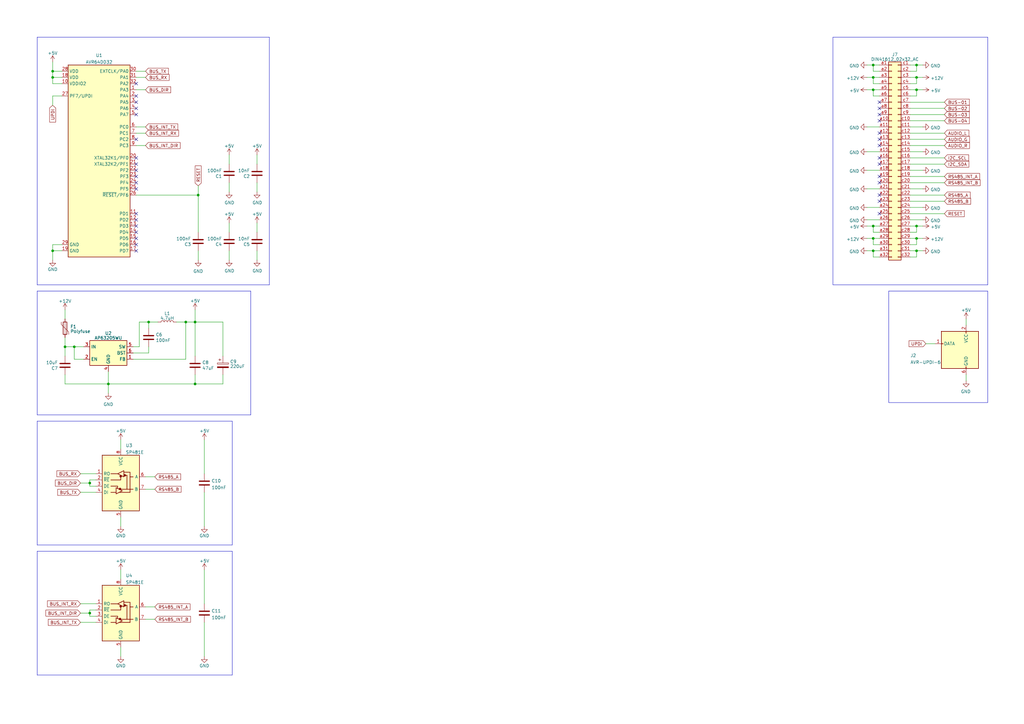
<source format=kicad_sch>
(kicad_sch (version 20230121) (generator eeschema)

  (uuid 6b3569b3-4a36-4be9-bb07-dd1b51db3191)

  (paper "A3")

  (lib_symbols
    (symbol "Connector:AVR-UPDI-6" (pin_names (offset 1.016)) (in_bom yes) (on_board yes)
      (property "Reference" "J" (at -6.35 8.89 0)
        (effects (font (size 1.27 1.27)) (justify left))
      )
      (property "Value" "AVR-UPDI-6" (at 0 8.89 0)
        (effects (font (size 1.27 1.27)) (justify left))
      )
      (property "Footprint" "" (at -6.35 -1.27 90)
        (effects (font (size 1.27 1.27)) hide)
      )
      (property "Datasheet" "https://www.microchip.com/webdoc/GUID-9D10622A-5C16-4405-B092-1BDD437B4976/index.html?GUID-9B349315-2842-4189-B88C-49F4E1055D7F" (at -32.385 -13.97 0)
        (effects (font (size 1.27 1.27)) hide)
      )
      (property "ki_keywords" "AVR UPDI Connector" (at 0 0 0)
        (effects (font (size 1.27 1.27)) hide)
      )
      (property "ki_description" "Atmel 6-pin UPDI connector" (at 0 0 0)
        (effects (font (size 1.27 1.27)) hide)
      )
      (property "ki_fp_filters" "IDC?Header*2x03* Pin?Header*2x03*" (at 0 0 0)
        (effects (font (size 1.27 1.27)) hide)
      )
      (symbol "AVR-UPDI-6_0_1"
        (rectangle (start -2.667 -6.858) (end -2.413 -7.62)
          (stroke (width 0) (type default))
          (fill (type none))
        )
        (rectangle (start -2.667 7.62) (end -2.413 6.858)
          (stroke (width 0) (type default))
          (fill (type none))
        )
        (rectangle (start 7.62 2.667) (end 6.858 2.413)
          (stroke (width 0) (type default))
          (fill (type none))
        )
        (rectangle (start 7.62 7.62) (end -7.62 -7.62)
          (stroke (width 0.254) (type default))
          (fill (type background))
        )
      )
      (symbol "AVR-UPDI-6_1_1"
        (pin passive line (at 10.16 2.54 180) (length 2.54)
          (name "DATA" (effects (font (size 1.27 1.27))))
          (number "1" (effects (font (size 1.27 1.27))))
        )
        (pin passive line (at -2.54 10.16 270) (length 2.54)
          (name "VCC" (effects (font (size 1.27 1.27))))
          (number "2" (effects (font (size 1.27 1.27))))
        )
        (pin no_connect line (at 7.62 0 180) (length 2.54) hide
          (name "NC" (effects (font (size 1.27 1.27))))
          (number "3" (effects (font (size 1.27 1.27))))
        )
        (pin no_connect line (at 7.62 -2.54 180) (length 2.54) hide
          (name "NC" (effects (font (size 1.27 1.27))))
          (number "4" (effects (font (size 1.27 1.27))))
        )
        (pin no_connect line (at 7.62 -5.08 180) (length 2.54) hide
          (name "NC" (effects (font (size 1.27 1.27))))
          (number "5" (effects (font (size 1.27 1.27))))
        )
        (pin passive line (at -2.54 -10.16 90) (length 2.54)
          (name "GND" (effects (font (size 1.27 1.27))))
          (number "6" (effects (font (size 1.27 1.27))))
        )
      )
    )
    (symbol "Connector:DIN41612_02x32_AC" (pin_names (offset 1.016) hide) (in_bom yes) (on_board yes)
      (property "Reference" "J" (at 1.27 40.64 0)
        (effects (font (size 1.27 1.27)))
      )
      (property "Value" "DIN41612_02x32_AC" (at 1.27 -43.18 0)
        (effects (font (size 1.27 1.27)))
      )
      (property "Footprint" "" (at 0 0 0)
        (effects (font (size 1.27 1.27)) hide)
      )
      (property "Datasheet" "~" (at 0 0 0)
        (effects (font (size 1.27 1.27)) hide)
      )
      (property "ki_keywords" "connector" (at 0 0 0)
        (effects (font (size 1.27 1.27)) hide)
      )
      (property "ki_description" "DIN41612 connector, double row (AC), 02x32, script generated (kicad-library-utils/schlib/autogen/connector/)" (at 0 0 0)
        (effects (font (size 1.27 1.27)) hide)
      )
      (property "ki_fp_filters" "DIN41612*2x*" (at 0 0 0)
        (effects (font (size 1.27 1.27)) hide)
      )
      (symbol "DIN41612_02x32_AC_1_1"
        (rectangle (start -1.27 -40.513) (end 0 -40.767)
          (stroke (width 0.1524) (type default))
          (fill (type none))
        )
        (rectangle (start -1.27 -37.973) (end 0 -38.227)
          (stroke (width 0.1524) (type default))
          (fill (type none))
        )
        (rectangle (start -1.27 -35.433) (end 0 -35.687)
          (stroke (width 0.1524) (type default))
          (fill (type none))
        )
        (rectangle (start -1.27 -32.893) (end 0 -33.147)
          (stroke (width 0.1524) (type default))
          (fill (type none))
        )
        (rectangle (start -1.27 -30.353) (end 0 -30.607)
          (stroke (width 0.1524) (type default))
          (fill (type none))
        )
        (rectangle (start -1.27 -27.813) (end 0 -28.067)
          (stroke (width 0.1524) (type default))
          (fill (type none))
        )
        (rectangle (start -1.27 -25.273) (end 0 -25.527)
          (stroke (width 0.1524) (type default))
          (fill (type none))
        )
        (rectangle (start -1.27 -22.733) (end 0 -22.987)
          (stroke (width 0.1524) (type default))
          (fill (type none))
        )
        (rectangle (start -1.27 -20.193) (end 0 -20.447)
          (stroke (width 0.1524) (type default))
          (fill (type none))
        )
        (rectangle (start -1.27 -17.653) (end 0 -17.907)
          (stroke (width 0.1524) (type default))
          (fill (type none))
        )
        (rectangle (start -1.27 -15.113) (end 0 -15.367)
          (stroke (width 0.1524) (type default))
          (fill (type none))
        )
        (rectangle (start -1.27 -12.573) (end 0 -12.827)
          (stroke (width 0.1524) (type default))
          (fill (type none))
        )
        (rectangle (start -1.27 -10.033) (end 0 -10.287)
          (stroke (width 0.1524) (type default))
          (fill (type none))
        )
        (rectangle (start -1.27 -7.493) (end 0 -7.747)
          (stroke (width 0.1524) (type default))
          (fill (type none))
        )
        (rectangle (start -1.27 -4.953) (end 0 -5.207)
          (stroke (width 0.1524) (type default))
          (fill (type none))
        )
        (rectangle (start -1.27 -2.413) (end 0 -2.667)
          (stroke (width 0.1524) (type default))
          (fill (type none))
        )
        (rectangle (start -1.27 0.127) (end 0 -0.127)
          (stroke (width 0.1524) (type default))
          (fill (type none))
        )
        (rectangle (start -1.27 2.667) (end 0 2.413)
          (stroke (width 0.1524) (type default))
          (fill (type none))
        )
        (rectangle (start -1.27 5.207) (end 0 4.953)
          (stroke (width 0.1524) (type default))
          (fill (type none))
        )
        (rectangle (start -1.27 7.747) (end 0 7.493)
          (stroke (width 0.1524) (type default))
          (fill (type none))
        )
        (rectangle (start -1.27 10.287) (end 0 10.033)
          (stroke (width 0.1524) (type default))
          (fill (type none))
        )
        (rectangle (start -1.27 12.827) (end 0 12.573)
          (stroke (width 0.1524) (type default))
          (fill (type none))
        )
        (rectangle (start -1.27 15.367) (end 0 15.113)
          (stroke (width 0.1524) (type default))
          (fill (type none))
        )
        (rectangle (start -1.27 17.907) (end 0 17.653)
          (stroke (width 0.1524) (type default))
          (fill (type none))
        )
        (rectangle (start -1.27 20.447) (end 0 20.193)
          (stroke (width 0.1524) (type default))
          (fill (type none))
        )
        (rectangle (start -1.27 22.987) (end 0 22.733)
          (stroke (width 0.1524) (type default))
          (fill (type none))
        )
        (rectangle (start -1.27 25.527) (end 0 25.273)
          (stroke (width 0.1524) (type default))
          (fill (type none))
        )
        (rectangle (start -1.27 28.067) (end 0 27.813)
          (stroke (width 0.1524) (type default))
          (fill (type none))
        )
        (rectangle (start -1.27 30.607) (end 0 30.353)
          (stroke (width 0.1524) (type default))
          (fill (type none))
        )
        (rectangle (start -1.27 33.147) (end 0 32.893)
          (stroke (width 0.1524) (type default))
          (fill (type none))
        )
        (rectangle (start -1.27 35.687) (end 0 35.433)
          (stroke (width 0.1524) (type default))
          (fill (type none))
        )
        (rectangle (start -1.27 38.227) (end 0 37.973)
          (stroke (width 0.1524) (type default))
          (fill (type none))
        )
        (rectangle (start -1.27 39.37) (end 3.81 -41.91)
          (stroke (width 0.254) (type default))
          (fill (type background))
        )
        (rectangle (start 3.81 -40.513) (end 2.54 -40.767)
          (stroke (width 0.1524) (type default))
          (fill (type none))
        )
        (rectangle (start 3.81 -37.973) (end 2.54 -38.227)
          (stroke (width 0.1524) (type default))
          (fill (type none))
        )
        (rectangle (start 3.81 -35.433) (end 2.54 -35.687)
          (stroke (width 0.1524) (type default))
          (fill (type none))
        )
        (rectangle (start 3.81 -32.893) (end 2.54 -33.147)
          (stroke (width 0.1524) (type default))
          (fill (type none))
        )
        (rectangle (start 3.81 -30.353) (end 2.54 -30.607)
          (stroke (width 0.1524) (type default))
          (fill (type none))
        )
        (rectangle (start 3.81 -27.813) (end 2.54 -28.067)
          (stroke (width 0.1524) (type default))
          (fill (type none))
        )
        (rectangle (start 3.81 -25.273) (end 2.54 -25.527)
          (stroke (width 0.1524) (type default))
          (fill (type none))
        )
        (rectangle (start 3.81 -22.733) (end 2.54 -22.987)
          (stroke (width 0.1524) (type default))
          (fill (type none))
        )
        (rectangle (start 3.81 -20.193) (end 2.54 -20.447)
          (stroke (width 0.1524) (type default))
          (fill (type none))
        )
        (rectangle (start 3.81 -17.653) (end 2.54 -17.907)
          (stroke (width 0.1524) (type default))
          (fill (type none))
        )
        (rectangle (start 3.81 -15.113) (end 2.54 -15.367)
          (stroke (width 0.1524) (type default))
          (fill (type none))
        )
        (rectangle (start 3.81 -12.573) (end 2.54 -12.827)
          (stroke (width 0.1524) (type default))
          (fill (type none))
        )
        (rectangle (start 3.81 -10.033) (end 2.54 -10.287)
          (stroke (width 0.1524) (type default))
          (fill (type none))
        )
        (rectangle (start 3.81 -7.493) (end 2.54 -7.747)
          (stroke (width 0.1524) (type default))
          (fill (type none))
        )
        (rectangle (start 3.81 -4.953) (end 2.54 -5.207)
          (stroke (width 0.1524) (type default))
          (fill (type none))
        )
        (rectangle (start 3.81 -2.413) (end 2.54 -2.667)
          (stroke (width 0.1524) (type default))
          (fill (type none))
        )
        (rectangle (start 3.81 0.127) (end 2.54 -0.127)
          (stroke (width 0.1524) (type default))
          (fill (type none))
        )
        (rectangle (start 3.81 2.667) (end 2.54 2.413)
          (stroke (width 0.1524) (type default))
          (fill (type none))
        )
        (rectangle (start 3.81 5.207) (end 2.54 4.953)
          (stroke (width 0.1524) (type default))
          (fill (type none))
        )
        (rectangle (start 3.81 7.747) (end 2.54 7.493)
          (stroke (width 0.1524) (type default))
          (fill (type none))
        )
        (rectangle (start 3.81 10.287) (end 2.54 10.033)
          (stroke (width 0.1524) (type default))
          (fill (type none))
        )
        (rectangle (start 3.81 12.827) (end 2.54 12.573)
          (stroke (width 0.1524) (type default))
          (fill (type none))
        )
        (rectangle (start 3.81 15.367) (end 2.54 15.113)
          (stroke (width 0.1524) (type default))
          (fill (type none))
        )
        (rectangle (start 3.81 17.907) (end 2.54 17.653)
          (stroke (width 0.1524) (type default))
          (fill (type none))
        )
        (rectangle (start 3.81 20.447) (end 2.54 20.193)
          (stroke (width 0.1524) (type default))
          (fill (type none))
        )
        (rectangle (start 3.81 22.987) (end 2.54 22.733)
          (stroke (width 0.1524) (type default))
          (fill (type none))
        )
        (rectangle (start 3.81 25.527) (end 2.54 25.273)
          (stroke (width 0.1524) (type default))
          (fill (type none))
        )
        (rectangle (start 3.81 28.067) (end 2.54 27.813)
          (stroke (width 0.1524) (type default))
          (fill (type none))
        )
        (rectangle (start 3.81 30.607) (end 2.54 30.353)
          (stroke (width 0.1524) (type default))
          (fill (type none))
        )
        (rectangle (start 3.81 33.147) (end 2.54 32.893)
          (stroke (width 0.1524) (type default))
          (fill (type none))
        )
        (rectangle (start 3.81 35.687) (end 2.54 35.433)
          (stroke (width 0.1524) (type default))
          (fill (type none))
        )
        (rectangle (start 3.81 38.227) (end 2.54 37.973)
          (stroke (width 0.1524) (type default))
          (fill (type none))
        )
        (pin passive line (at -5.08 38.1 0) (length 3.81)
          (name "Pin_a1" (effects (font (size 1.27 1.27))))
          (number "a1" (effects (font (size 1.27 1.27))))
        )
        (pin passive line (at -5.08 15.24 0) (length 3.81)
          (name "Pin_a10" (effects (font (size 1.27 1.27))))
          (number "a10" (effects (font (size 1.27 1.27))))
        )
        (pin passive line (at -5.08 12.7 0) (length 3.81)
          (name "Pin_a11" (effects (font (size 1.27 1.27))))
          (number "a11" (effects (font (size 1.27 1.27))))
        )
        (pin passive line (at -5.08 10.16 0) (length 3.81)
          (name "Pin_a12" (effects (font (size 1.27 1.27))))
          (number "a12" (effects (font (size 1.27 1.27))))
        )
        (pin passive line (at -5.08 7.62 0) (length 3.81)
          (name "Pin_a13" (effects (font (size 1.27 1.27))))
          (number "a13" (effects (font (size 1.27 1.27))))
        )
        (pin passive line (at -5.08 5.08 0) (length 3.81)
          (name "Pin_a14" (effects (font (size 1.27 1.27))))
          (number "a14" (effects (font (size 1.27 1.27))))
        )
        (pin passive line (at -5.08 2.54 0) (length 3.81)
          (name "Pin_a15" (effects (font (size 1.27 1.27))))
          (number "a15" (effects (font (size 1.27 1.27))))
        )
        (pin passive line (at -5.08 0 0) (length 3.81)
          (name "Pin_a16" (effects (font (size 1.27 1.27))))
          (number "a16" (effects (font (size 1.27 1.27))))
        )
        (pin passive line (at -5.08 -2.54 0) (length 3.81)
          (name "Pin_a17" (effects (font (size 1.27 1.27))))
          (number "a17" (effects (font (size 1.27 1.27))))
        )
        (pin passive line (at -5.08 -5.08 0) (length 3.81)
          (name "Pin_a18" (effects (font (size 1.27 1.27))))
          (number "a18" (effects (font (size 1.27 1.27))))
        )
        (pin passive line (at -5.08 -7.62 0) (length 3.81)
          (name "Pin_a19" (effects (font (size 1.27 1.27))))
          (number "a19" (effects (font (size 1.27 1.27))))
        )
        (pin passive line (at -5.08 35.56 0) (length 3.81)
          (name "Pin_a2" (effects (font (size 1.27 1.27))))
          (number "a2" (effects (font (size 1.27 1.27))))
        )
        (pin passive line (at -5.08 -10.16 0) (length 3.81)
          (name "Pin_a20" (effects (font (size 1.27 1.27))))
          (number "a20" (effects (font (size 1.27 1.27))))
        )
        (pin passive line (at -5.08 -12.7 0) (length 3.81)
          (name "Pin_a21" (effects (font (size 1.27 1.27))))
          (number "a21" (effects (font (size 1.27 1.27))))
        )
        (pin passive line (at -5.08 -15.24 0) (length 3.81)
          (name "Pin_a22" (effects (font (size 1.27 1.27))))
          (number "a22" (effects (font (size 1.27 1.27))))
        )
        (pin passive line (at -5.08 -17.78 0) (length 3.81)
          (name "Pin_a23" (effects (font (size 1.27 1.27))))
          (number "a23" (effects (font (size 1.27 1.27))))
        )
        (pin passive line (at -5.08 -20.32 0) (length 3.81)
          (name "Pin_a24" (effects (font (size 1.27 1.27))))
          (number "a24" (effects (font (size 1.27 1.27))))
        )
        (pin passive line (at -5.08 -22.86 0) (length 3.81)
          (name "Pin_a25" (effects (font (size 1.27 1.27))))
          (number "a25" (effects (font (size 1.27 1.27))))
        )
        (pin passive line (at -5.08 -25.4 0) (length 3.81)
          (name "Pin_a26" (effects (font (size 1.27 1.27))))
          (number "a26" (effects (font (size 1.27 1.27))))
        )
        (pin passive line (at -5.08 -27.94 0) (length 3.81)
          (name "Pin_a27" (effects (font (size 1.27 1.27))))
          (number "a27" (effects (font (size 1.27 1.27))))
        )
        (pin passive line (at -5.08 -30.48 0) (length 3.81)
          (name "Pin_a28" (effects (font (size 1.27 1.27))))
          (number "a28" (effects (font (size 1.27 1.27))))
        )
        (pin passive line (at -5.08 -33.02 0) (length 3.81)
          (name "Pin_a29" (effects (font (size 1.27 1.27))))
          (number "a29" (effects (font (size 1.27 1.27))))
        )
        (pin passive line (at -5.08 33.02 0) (length 3.81)
          (name "Pin_a3" (effects (font (size 1.27 1.27))))
          (number "a3" (effects (font (size 1.27 1.27))))
        )
        (pin passive line (at -5.08 -35.56 0) (length 3.81)
          (name "Pin_a30" (effects (font (size 1.27 1.27))))
          (number "a30" (effects (font (size 1.27 1.27))))
        )
        (pin passive line (at -5.08 -38.1 0) (length 3.81)
          (name "Pin_a31" (effects (font (size 1.27 1.27))))
          (number "a31" (effects (font (size 1.27 1.27))))
        )
        (pin passive line (at -5.08 -40.64 0) (length 3.81)
          (name "Pin_a32" (effects (font (size 1.27 1.27))))
          (number "a32" (effects (font (size 1.27 1.27))))
        )
        (pin passive line (at -5.08 30.48 0) (length 3.81)
          (name "Pin_a4" (effects (font (size 1.27 1.27))))
          (number "a4" (effects (font (size 1.27 1.27))))
        )
        (pin passive line (at -5.08 27.94 0) (length 3.81)
          (name "Pin_a5" (effects (font (size 1.27 1.27))))
          (number "a5" (effects (font (size 1.27 1.27))))
        )
        (pin passive line (at -5.08 25.4 0) (length 3.81)
          (name "Pin_a6" (effects (font (size 1.27 1.27))))
          (number "a6" (effects (font (size 1.27 1.27))))
        )
        (pin passive line (at -5.08 22.86 0) (length 3.81)
          (name "Pin_a7" (effects (font (size 1.27 1.27))))
          (number "a7" (effects (font (size 1.27 1.27))))
        )
        (pin passive line (at -5.08 20.32 0) (length 3.81)
          (name "Pin_a8" (effects (font (size 1.27 1.27))))
          (number "a8" (effects (font (size 1.27 1.27))))
        )
        (pin passive line (at -5.08 17.78 0) (length 3.81)
          (name "Pin_a9" (effects (font (size 1.27 1.27))))
          (number "a9" (effects (font (size 1.27 1.27))))
        )
        (pin passive line (at 7.62 38.1 180) (length 3.81)
          (name "Pin_c1" (effects (font (size 1.27 1.27))))
          (number "c1" (effects (font (size 1.27 1.27))))
        )
        (pin passive line (at 7.62 15.24 180) (length 3.81)
          (name "Pin_c10" (effects (font (size 1.27 1.27))))
          (number "c10" (effects (font (size 1.27 1.27))))
        )
        (pin passive line (at 7.62 12.7 180) (length 3.81)
          (name "Pin_c11" (effects (font (size 1.27 1.27))))
          (number "c11" (effects (font (size 1.27 1.27))))
        )
        (pin passive line (at 7.62 10.16 180) (length 3.81)
          (name "Pin_c12" (effects (font (size 1.27 1.27))))
          (number "c12" (effects (font (size 1.27 1.27))))
        )
        (pin passive line (at 7.62 7.62 180) (length 3.81)
          (name "Pin_c13" (effects (font (size 1.27 1.27))))
          (number "c13" (effects (font (size 1.27 1.27))))
        )
        (pin passive line (at 7.62 5.08 180) (length 3.81)
          (name "Pin_c14" (effects (font (size 1.27 1.27))))
          (number "c14" (effects (font (size 1.27 1.27))))
        )
        (pin passive line (at 7.62 2.54 180) (length 3.81)
          (name "Pin_c15" (effects (font (size 1.27 1.27))))
          (number "c15" (effects (font (size 1.27 1.27))))
        )
        (pin passive line (at 7.62 0 180) (length 3.81)
          (name "Pin_c16" (effects (font (size 1.27 1.27))))
          (number "c16" (effects (font (size 1.27 1.27))))
        )
        (pin passive line (at 7.62 -2.54 180) (length 3.81)
          (name "Pin_c17" (effects (font (size 1.27 1.27))))
          (number "c17" (effects (font (size 1.27 1.27))))
        )
        (pin passive line (at 7.62 -5.08 180) (length 3.81)
          (name "Pin_c18" (effects (font (size 1.27 1.27))))
          (number "c18" (effects (font (size 1.27 1.27))))
        )
        (pin passive line (at 7.62 -7.62 180) (length 3.81)
          (name "Pin_c19" (effects (font (size 1.27 1.27))))
          (number "c19" (effects (font (size 1.27 1.27))))
        )
        (pin passive line (at 7.62 35.56 180) (length 3.81)
          (name "Pin_c2" (effects (font (size 1.27 1.27))))
          (number "c2" (effects (font (size 1.27 1.27))))
        )
        (pin passive line (at 7.62 -10.16 180) (length 3.81)
          (name "Pin_c20" (effects (font (size 1.27 1.27))))
          (number "c20" (effects (font (size 1.27 1.27))))
        )
        (pin passive line (at 7.62 -12.7 180) (length 3.81)
          (name "Pin_c21" (effects (font (size 1.27 1.27))))
          (number "c21" (effects (font (size 1.27 1.27))))
        )
        (pin passive line (at 7.62 -15.24 180) (length 3.81)
          (name "Pin_c22" (effects (font (size 1.27 1.27))))
          (number "c22" (effects (font (size 1.27 1.27))))
        )
        (pin passive line (at 7.62 -17.78 180) (length 3.81)
          (name "Pin_c23" (effects (font (size 1.27 1.27))))
          (number "c23" (effects (font (size 1.27 1.27))))
        )
        (pin passive line (at 7.62 -20.32 180) (length 3.81)
          (name "Pin_c24" (effects (font (size 1.27 1.27))))
          (number "c24" (effects (font (size 1.27 1.27))))
        )
        (pin passive line (at 7.62 -22.86 180) (length 3.81)
          (name "Pin_c25" (effects (font (size 1.27 1.27))))
          (number "c25" (effects (font (size 1.27 1.27))))
        )
        (pin passive line (at 7.62 -25.4 180) (length 3.81)
          (name "Pin_c26" (effects (font (size 1.27 1.27))))
          (number "c26" (effects (font (size 1.27 1.27))))
        )
        (pin passive line (at 7.62 -27.94 180) (length 3.81)
          (name "Pin_c27" (effects (font (size 1.27 1.27))))
          (number "c27" (effects (font (size 1.27 1.27))))
        )
        (pin passive line (at 7.62 -30.48 180) (length 3.81)
          (name "Pin_c28" (effects (font (size 1.27 1.27))))
          (number "c28" (effects (font (size 1.27 1.27))))
        )
        (pin passive line (at 7.62 -33.02 180) (length 3.81)
          (name "Pin_c29" (effects (font (size 1.27 1.27))))
          (number "c29" (effects (font (size 1.27 1.27))))
        )
        (pin passive line (at 7.62 33.02 180) (length 3.81)
          (name "Pin_c3" (effects (font (size 1.27 1.27))))
          (number "c3" (effects (font (size 1.27 1.27))))
        )
        (pin passive line (at 7.62 -35.56 180) (length 3.81)
          (name "Pin_c30" (effects (font (size 1.27 1.27))))
          (number "c30" (effects (font (size 1.27 1.27))))
        )
        (pin passive line (at 7.62 -38.1 180) (length 3.81)
          (name "Pin_c31" (effects (font (size 1.27 1.27))))
          (number "c31" (effects (font (size 1.27 1.27))))
        )
        (pin passive line (at 7.62 -40.64 180) (length 3.81)
          (name "Pin_c32" (effects (font (size 1.27 1.27))))
          (number "c32" (effects (font (size 1.27 1.27))))
        )
        (pin passive line (at 7.62 30.48 180) (length 3.81)
          (name "Pin_c4" (effects (font (size 1.27 1.27))))
          (number "c4" (effects (font (size 1.27 1.27))))
        )
        (pin passive line (at 7.62 27.94 180) (length 3.81)
          (name "Pin_c5" (effects (font (size 1.27 1.27))))
          (number "c5" (effects (font (size 1.27 1.27))))
        )
        (pin passive line (at 7.62 25.4 180) (length 3.81)
          (name "Pin_c6" (effects (font (size 1.27 1.27))))
          (number "c6" (effects (font (size 1.27 1.27))))
        )
        (pin passive line (at 7.62 22.86 180) (length 3.81)
          (name "Pin_c7" (effects (font (size 1.27 1.27))))
          (number "c7" (effects (font (size 1.27 1.27))))
        )
        (pin passive line (at 7.62 20.32 180) (length 3.81)
          (name "Pin_c8" (effects (font (size 1.27 1.27))))
          (number "c8" (effects (font (size 1.27 1.27))))
        )
        (pin passive line (at 7.62 17.78 180) (length 3.81)
          (name "Pin_c9" (effects (font (size 1.27 1.27))))
          (number "c9" (effects (font (size 1.27 1.27))))
        )
      )
    )
    (symbol "Device:C" (pin_numbers hide) (pin_names (offset 0.254)) (in_bom yes) (on_board yes)
      (property "Reference" "C" (at 0.635 2.54 0)
        (effects (font (size 1.27 1.27)) (justify left))
      )
      (property "Value" "C" (at 0.635 -2.54 0)
        (effects (font (size 1.27 1.27)) (justify left))
      )
      (property "Footprint" "" (at 0.9652 -3.81 0)
        (effects (font (size 1.27 1.27)) hide)
      )
      (property "Datasheet" "~" (at 0 0 0)
        (effects (font (size 1.27 1.27)) hide)
      )
      (property "ki_keywords" "cap capacitor" (at 0 0 0)
        (effects (font (size 1.27 1.27)) hide)
      )
      (property "ki_description" "Unpolarized capacitor" (at 0 0 0)
        (effects (font (size 1.27 1.27)) hide)
      )
      (property "ki_fp_filters" "C_*" (at 0 0 0)
        (effects (font (size 1.27 1.27)) hide)
      )
      (symbol "C_0_1"
        (polyline
          (pts
            (xy -2.032 -0.762)
            (xy 2.032 -0.762)
          )
          (stroke (width 0.508) (type default))
          (fill (type none))
        )
        (polyline
          (pts
            (xy -2.032 0.762)
            (xy 2.032 0.762)
          )
          (stroke (width 0.508) (type default))
          (fill (type none))
        )
      )
      (symbol "C_1_1"
        (pin passive line (at 0 3.81 270) (length 2.794)
          (name "~" (effects (font (size 1.27 1.27))))
          (number "1" (effects (font (size 1.27 1.27))))
        )
        (pin passive line (at 0 -3.81 90) (length 2.794)
          (name "~" (effects (font (size 1.27 1.27))))
          (number "2" (effects (font (size 1.27 1.27))))
        )
      )
    )
    (symbol "Device:C_Polarized" (pin_numbers hide) (pin_names (offset 0.254)) (in_bom yes) (on_board yes)
      (property "Reference" "C" (at 0.635 2.54 0)
        (effects (font (size 1.27 1.27)) (justify left))
      )
      (property "Value" "C_Polarized" (at 0.635 -2.54 0)
        (effects (font (size 1.27 1.27)) (justify left))
      )
      (property "Footprint" "" (at 0.9652 -3.81 0)
        (effects (font (size 1.27 1.27)) hide)
      )
      (property "Datasheet" "~" (at 0 0 0)
        (effects (font (size 1.27 1.27)) hide)
      )
      (property "ki_keywords" "cap capacitor" (at 0 0 0)
        (effects (font (size 1.27 1.27)) hide)
      )
      (property "ki_description" "Polarized capacitor" (at 0 0 0)
        (effects (font (size 1.27 1.27)) hide)
      )
      (property "ki_fp_filters" "CP_*" (at 0 0 0)
        (effects (font (size 1.27 1.27)) hide)
      )
      (symbol "C_Polarized_0_1"
        (rectangle (start -2.286 0.508) (end 2.286 1.016)
          (stroke (width 0) (type default))
          (fill (type none))
        )
        (polyline
          (pts
            (xy -1.778 2.286)
            (xy -0.762 2.286)
          )
          (stroke (width 0) (type default))
          (fill (type none))
        )
        (polyline
          (pts
            (xy -1.27 2.794)
            (xy -1.27 1.778)
          )
          (stroke (width 0) (type default))
          (fill (type none))
        )
        (rectangle (start 2.286 -0.508) (end -2.286 -1.016)
          (stroke (width 0) (type default))
          (fill (type outline))
        )
      )
      (symbol "C_Polarized_1_1"
        (pin passive line (at 0 3.81 270) (length 2.794)
          (name "~" (effects (font (size 1.27 1.27))))
          (number "1" (effects (font (size 1.27 1.27))))
        )
        (pin passive line (at 0 -3.81 90) (length 2.794)
          (name "~" (effects (font (size 1.27 1.27))))
          (number "2" (effects (font (size 1.27 1.27))))
        )
      )
    )
    (symbol "Device:L" (pin_numbers hide) (pin_names (offset 1.016) hide) (in_bom yes) (on_board yes)
      (property "Reference" "L" (at -1.27 0 90)
        (effects (font (size 1.27 1.27)))
      )
      (property "Value" "L" (at 1.905 0 90)
        (effects (font (size 1.27 1.27)))
      )
      (property "Footprint" "" (at 0 0 0)
        (effects (font (size 1.27 1.27)) hide)
      )
      (property "Datasheet" "~" (at 0 0 0)
        (effects (font (size 1.27 1.27)) hide)
      )
      (property "ki_keywords" "inductor choke coil reactor magnetic" (at 0 0 0)
        (effects (font (size 1.27 1.27)) hide)
      )
      (property "ki_description" "Inductor" (at 0 0 0)
        (effects (font (size 1.27 1.27)) hide)
      )
      (property "ki_fp_filters" "Choke_* *Coil* Inductor_* L_*" (at 0 0 0)
        (effects (font (size 1.27 1.27)) hide)
      )
      (symbol "L_0_1"
        (arc (start 0 -2.54) (mid 0.6323 -1.905) (end 0 -1.27)
          (stroke (width 0) (type default))
          (fill (type none))
        )
        (arc (start 0 -1.27) (mid 0.6323 -0.635) (end 0 0)
          (stroke (width 0) (type default))
          (fill (type none))
        )
        (arc (start 0 0) (mid 0.6323 0.635) (end 0 1.27)
          (stroke (width 0) (type default))
          (fill (type none))
        )
        (arc (start 0 1.27) (mid 0.6323 1.905) (end 0 2.54)
          (stroke (width 0) (type default))
          (fill (type none))
        )
      )
      (symbol "L_1_1"
        (pin passive line (at 0 3.81 270) (length 1.27)
          (name "1" (effects (font (size 1.27 1.27))))
          (number "1" (effects (font (size 1.27 1.27))))
        )
        (pin passive line (at 0 -3.81 90) (length 1.27)
          (name "2" (effects (font (size 1.27 1.27))))
          (number "2" (effects (font (size 1.27 1.27))))
        )
      )
    )
    (symbol "Device:Polyfuse" (pin_numbers hide) (pin_names (offset 0)) (in_bom yes) (on_board yes)
      (property "Reference" "F" (at -2.54 0 90)
        (effects (font (size 1.27 1.27)))
      )
      (property "Value" "Polyfuse" (at 2.54 0 90)
        (effects (font (size 1.27 1.27)))
      )
      (property "Footprint" "" (at 1.27 -5.08 0)
        (effects (font (size 1.27 1.27)) (justify left) hide)
      )
      (property "Datasheet" "~" (at 0 0 0)
        (effects (font (size 1.27 1.27)) hide)
      )
      (property "ki_keywords" "resettable fuse PTC PPTC polyfuse polyswitch" (at 0 0 0)
        (effects (font (size 1.27 1.27)) hide)
      )
      (property "ki_description" "Resettable fuse, polymeric positive temperature coefficient" (at 0 0 0)
        (effects (font (size 1.27 1.27)) hide)
      )
      (property "ki_fp_filters" "*polyfuse* *PTC*" (at 0 0 0)
        (effects (font (size 1.27 1.27)) hide)
      )
      (symbol "Polyfuse_0_1"
        (rectangle (start -0.762 2.54) (end 0.762 -2.54)
          (stroke (width 0.254) (type default))
          (fill (type none))
        )
        (polyline
          (pts
            (xy 0 2.54)
            (xy 0 -2.54)
          )
          (stroke (width 0) (type default))
          (fill (type none))
        )
        (polyline
          (pts
            (xy -1.524 2.54)
            (xy -1.524 1.524)
            (xy 1.524 -1.524)
            (xy 1.524 -2.54)
          )
          (stroke (width 0) (type default))
          (fill (type none))
        )
      )
      (symbol "Polyfuse_1_1"
        (pin passive line (at 0 3.81 270) (length 1.27)
          (name "~" (effects (font (size 1.27 1.27))))
          (number "1" (effects (font (size 1.27 1.27))))
        )
        (pin passive line (at 0 -3.81 90) (length 1.27)
          (name "~" (effects (font (size 1.27 1.27))))
          (number "2" (effects (font (size 1.27 1.27))))
        )
      )
    )
    (symbol "Regulator_Switching:AP63205WU" (in_bom yes) (on_board yes)
      (property "Reference" "U" (at -7.62 6.35 0)
        (effects (font (size 1.27 1.27)))
      )
      (property "Value" "AP63205WU" (at 2.54 6.35 0)
        (effects (font (size 1.27 1.27)))
      )
      (property "Footprint" "Package_TO_SOT_SMD:TSOT-23-6" (at 0 -22.86 0)
        (effects (font (size 1.27 1.27)) hide)
      )
      (property "Datasheet" "https://www.diodes.com/assets/Datasheets/AP63200-AP63201-AP63203-AP63205.pdf" (at 0 0 0)
        (effects (font (size 1.27 1.27)) hide)
      )
      (property "ki_keywords" "2A Buck DC/DC" (at 0 0 0)
        (effects (font (size 1.27 1.27)) hide)
      )
      (property "ki_description" "2A, 1.1MHz Buck DC/DC Converter, fixed 5.0V output voltage, TSOT-23-6" (at 0 0 0)
        (effects (font (size 1.27 1.27)) hide)
      )
      (property "ki_fp_filters" "TSOT?23*" (at 0 0 0)
        (effects (font (size 1.27 1.27)) hide)
      )
      (symbol "AP63205WU_0_1"
        (rectangle (start -7.62 5.08) (end 7.62 -5.08)
          (stroke (width 0.254) (type default))
          (fill (type background))
        )
      )
      (symbol "AP63205WU_1_1"
        (pin input line (at 10.16 -2.54 180) (length 2.54)
          (name "FB" (effects (font (size 1.27 1.27))))
          (number "1" (effects (font (size 1.27 1.27))))
        )
        (pin input line (at -10.16 -2.54 0) (length 2.54)
          (name "EN" (effects (font (size 1.27 1.27))))
          (number "2" (effects (font (size 1.27 1.27))))
        )
        (pin power_in line (at -10.16 2.54 0) (length 2.54)
          (name "IN" (effects (font (size 1.27 1.27))))
          (number "3" (effects (font (size 1.27 1.27))))
        )
        (pin power_in line (at 0 -7.62 90) (length 2.54)
          (name "GND" (effects (font (size 1.27 1.27))))
          (number "4" (effects (font (size 1.27 1.27))))
        )
        (pin output line (at 10.16 2.54 180) (length 2.54)
          (name "SW" (effects (font (size 1.27 1.27))))
          (number "5" (effects (font (size 1.27 1.27))))
        )
        (pin passive line (at 10.16 0 180) (length 2.54)
          (name "BST" (effects (font (size 1.27 1.27))))
          (number "6" (effects (font (size 1.27 1.27))))
        )
      )
    )
    (symbol "kiu:AVR64DD32" (in_bom yes) (on_board yes)
      (property "Reference" "U" (at -12.7 -19.05 0)
        (effects (font (size 1.27 1.27)))
      )
      (property "Value" "AVR64DD32" (at 7.62 -19.05 0)
        (effects (font (size 1.27 1.27)))
      )
      (property "Footprint" "" (at 0 0 0)
        (effects (font (size 1.27 1.27)) hide)
      )
      (property "Datasheet" "" (at 0 0 0)
        (effects (font (size 1.27 1.27)) hide)
      )
      (symbol "AVR64DD32_0_1"
        (rectangle (start -12.7 -20.32) (end 12.7 -99.06)
          (stroke (width 0.254) (type default))
          (fill (type background))
        )
      )
      (symbol "AVR64DD32_1_1"
        (pin bidirectional line (at 15.24 -30.48 180) (length 2.54)
          (name "PA3" (effects (font (size 1.27 1.27))))
          (number "1" (effects (font (size 1.27 1.27))))
        )
        (pin power_in line (at -15.24 -27.94 0) (length 2.54)
          (name "VDDIO2" (effects (font (size 1.27 1.27))))
          (number "10" (effects (font (size 1.27 1.27))))
        )
        (pin bidirectional line (at 15.24 -81.28 180) (length 2.54)
          (name "PD1" (effects (font (size 1.27 1.27))))
          (number "11" (effects (font (size 1.27 1.27))))
        )
        (pin bidirectional line (at 15.24 -83.82 180) (length 2.54)
          (name "PD2" (effects (font (size 1.27 1.27))))
          (number "12" (effects (font (size 1.27 1.27))))
        )
        (pin bidirectional line (at 15.24 -86.36 180) (length 2.54)
          (name "PD3" (effects (font (size 1.27 1.27))))
          (number "13" (effects (font (size 1.27 1.27))))
        )
        (pin bidirectional line (at 15.24 -88.9 180) (length 2.54)
          (name "PD4" (effects (font (size 1.27 1.27))))
          (number "14" (effects (font (size 1.27 1.27))))
        )
        (pin bidirectional line (at 15.24 -91.44 180) (length 2.54)
          (name "PD5" (effects (font (size 1.27 1.27))))
          (number "15" (effects (font (size 1.27 1.27))))
        )
        (pin bidirectional line (at 15.24 -93.98 180) (length 2.54)
          (name "PD6" (effects (font (size 1.27 1.27))))
          (number "16" (effects (font (size 1.27 1.27))))
        )
        (pin bidirectional line (at 15.24 -96.52 180) (length 2.54)
          (name "PD7" (effects (font (size 1.27 1.27))))
          (number "17" (effects (font (size 1.27 1.27))))
        )
        (pin power_in line (at -15.24 -25.4 0) (length 2.54)
          (name "VDD" (effects (font (size 1.27 1.27))))
          (number "18" (effects (font (size 1.27 1.27))))
        )
        (pin power_in line (at -15.24 -96.52 0) (length 2.54)
          (name "GND" (effects (font (size 1.27 1.27))))
          (number "19" (effects (font (size 1.27 1.27))))
        )
        (pin bidirectional line (at 15.24 -33.02 180) (length 2.54)
          (name "PA4" (effects (font (size 1.27 1.27))))
          (number "2" (effects (font (size 1.27 1.27))))
        )
        (pin bidirectional line (at 15.24 -58.42 180) (length 2.54)
          (name "XTAL32K1/PF0" (effects (font (size 1.27 1.27))))
          (number "20" (effects (font (size 1.27 1.27))))
        )
        (pin bidirectional line (at 15.24 -60.96 180) (length 2.54)
          (name "XTAL32K2/PF1" (effects (font (size 1.27 1.27))))
          (number "21" (effects (font (size 1.27 1.27))))
        )
        (pin bidirectional line (at 15.24 -63.5 180) (length 2.54)
          (name "PF2" (effects (font (size 1.27 1.27))))
          (number "22" (effects (font (size 1.27 1.27))))
        )
        (pin bidirectional line (at 15.24 -66.04 180) (length 2.54)
          (name "PF3" (effects (font (size 1.27 1.27))))
          (number "23" (effects (font (size 1.27 1.27))))
        )
        (pin bidirectional line (at 15.24 -68.58 180) (length 2.54)
          (name "PF4" (effects (font (size 1.27 1.27))))
          (number "24" (effects (font (size 1.27 1.27))))
        )
        (pin bidirectional line (at 15.24 -71.12 180) (length 2.54)
          (name "PF5" (effects (font (size 1.27 1.27))))
          (number "25" (effects (font (size 1.27 1.27))))
        )
        (pin input line (at 15.24 -73.66 180) (length 2.54)
          (name "~{RESET}/PF6" (effects (font (size 1.27 1.27))))
          (number "26" (effects (font (size 1.27 1.27))))
        )
        (pin bidirectional line (at -15.24 -33.02 0) (length 2.54)
          (name "PF7/UPDI" (effects (font (size 1.27 1.27))))
          (number "27" (effects (font (size 1.27 1.27))))
        )
        (pin power_in line (at -15.24 -22.86 0) (length 2.54)
          (name "VDD" (effects (font (size 1.27 1.27))))
          (number "28" (effects (font (size 1.27 1.27))))
        )
        (pin power_in line (at -15.24 -93.98 0) (length 2.54)
          (name "GND" (effects (font (size 1.27 1.27))))
          (number "29" (effects (font (size 1.27 1.27))))
        )
        (pin bidirectional line (at 15.24 -35.56 180) (length 2.54)
          (name "PA5" (effects (font (size 1.27 1.27))))
          (number "3" (effects (font (size 1.27 1.27))))
        )
        (pin bidirectional line (at 15.24 -22.86 180) (length 2.54)
          (name "EXTCLK/PA0" (effects (font (size 1.27 1.27))))
          (number "30" (effects (font (size 1.27 1.27))))
        )
        (pin bidirectional line (at 15.24 -25.4 180) (length 2.54)
          (name "PA1" (effects (font (size 1.27 1.27))))
          (number "31" (effects (font (size 1.27 1.27))))
        )
        (pin bidirectional line (at 15.24 -27.94 180) (length 2.54)
          (name "PA2" (effects (font (size 1.27 1.27))))
          (number "32" (effects (font (size 1.27 1.27))))
        )
        (pin bidirectional line (at 15.24 -38.1 180) (length 2.54)
          (name "PA6" (effects (font (size 1.27 1.27))))
          (number "4" (effects (font (size 1.27 1.27))))
        )
        (pin bidirectional line (at 15.24 -40.64 180) (length 2.54)
          (name "PA7" (effects (font (size 1.27 1.27))))
          (number "5" (effects (font (size 1.27 1.27))))
        )
        (pin bidirectional line (at 15.24 -45.72 180) (length 2.54)
          (name "PC0" (effects (font (size 1.27 1.27))))
          (number "6" (effects (font (size 1.27 1.27))))
        )
        (pin bidirectional line (at 15.24 -48.26 180) (length 2.54)
          (name "PC1" (effects (font (size 1.27 1.27))))
          (number "7" (effects (font (size 1.27 1.27))))
        )
        (pin bidirectional line (at 15.24 -50.8 180) (length 2.54)
          (name "PC2" (effects (font (size 1.27 1.27))))
          (number "8" (effects (font (size 1.27 1.27))))
        )
        (pin bidirectional line (at 15.24 -53.34 180) (length 2.54)
          (name "PC3" (effects (font (size 1.27 1.27))))
          (number "9" (effects (font (size 1.27 1.27))))
        )
      )
    )
    (symbol "kiu:SP481E" (in_bom yes) (on_board yes)
      (property "Reference" "U" (at 3.81 12.7 0)
        (effects (font (size 1.27 1.27)))
      )
      (property "Value" "SP481E" (at 7.62 -12.7 0)
        (effects (font (size 1.27 1.27)) (justify right))
      )
      (property "Footprint" "" (at 0 0 0)
        (effects (font (size 1.27 1.27)) hide)
      )
      (property "Datasheet" "" (at 0 0 0)
        (effects (font (size 1.27 1.27)) hide)
      )
      (symbol "SP481E_0_1"
        (rectangle (start -7.62 11.43) (end 7.62 -11.43)
          (stroke (width 0.254) (type default))
          (fill (type background))
        )
        (circle (center -0.3048 -2.413) (radius 0.3556)
          (stroke (width 0.254) (type default))
          (fill (type outline))
        )
        (circle (center -0.0254 2.7686) (radius 0.3556)
          (stroke (width 0.254) (type default))
          (fill (type outline))
        )
        (polyline
          (pts
            (xy -4.064 -3.81)
            (xy -1.905 -3.81)
          )
          (stroke (width 0.254) (type default))
          (fill (type none))
        )
        (polyline
          (pts
            (xy -4.064 3.81)
            (xy -1.27 3.81)
          )
          (stroke (width 0.254) (type default))
          (fill (type none))
        )
        (polyline
          (pts
            (xy -1.27 -1.9304)
            (xy -1.27 -2.1844)
          )
          (stroke (width 0.254) (type default))
          (fill (type none))
        )
        (polyline
          (pts
            (xy -0.635 -3.81)
            (xy 3.81 -3.81)
          )
          (stroke (width 0.254) (type default))
          (fill (type none))
        )
        (polyline
          (pts
            (xy 1.27 3.175)
            (xy 2.54 3.175)
          )
          (stroke (width 0.254) (type default))
          (fill (type none))
        )
        (polyline
          (pts
            (xy 2.54 -2.54)
            (xy 5.08 -2.54)
          )
          (stroke (width 0.254) (type default))
          (fill (type none))
        )
        (polyline
          (pts
            (xy 3.81 2.54)
            (xy 5.08 2.54)
          )
          (stroke (width 0.254) (type default))
          (fill (type none))
        )
        (polyline
          (pts
            (xy -4.064 -1.27)
            (xy -1.27 -1.27)
            (xy -1.27 -1.905)
          )
          (stroke (width 0.254) (type default))
          (fill (type none))
        )
        (polyline
          (pts
            (xy 0 2.54)
            (xy 0 1.27)
            (xy -4.064 1.27)
          )
          (stroke (width 0.254) (type default))
          (fill (type none))
        )
        (polyline
          (pts
            (xy 1.27 4.445)
            (xy 3.81 4.445)
            (xy 3.81 -3.81)
          )
          (stroke (width 0.254) (type default))
          (fill (type none))
        )
        (polyline
          (pts
            (xy 2.54 3.175)
            (xy 2.54 -2.54)
            (xy 0 -2.54)
          )
          (stroke (width 0.254) (type default))
          (fill (type none))
        )
        (polyline
          (pts
            (xy -1.905 -1.905)
            (xy -1.905 -4.445)
            (xy 0.635 -3.175)
            (xy -1.905 -1.905)
          )
          (stroke (width 0.254) (type default))
          (fill (type none))
        )
        (polyline
          (pts
            (xy -1.27 3.81)
            (xy 1.27 5.08)
            (xy 1.27 2.54)
            (xy -1.27 3.81)
          )
          (stroke (width 0.254) (type default))
          (fill (type none))
        )
        (rectangle (start 1.27 4.445) (end 1.27 4.445)
          (stroke (width 0) (type default))
          (fill (type none))
        )
        (circle (center 1.651 3.175) (radius 0.3556)
          (stroke (width 0.254) (type default))
          (fill (type outline))
        )
      )
      (symbol "SP481E_1_1"
        (pin output line (at -10.16 3.81 0) (length 2.54)
          (name "RO" (effects (font (size 1.27 1.27))))
          (number "1" (effects (font (size 1.27 1.27))))
        )
        (pin input line (at -10.16 1.27 0) (length 2.54)
          (name "~{RE}" (effects (font (size 1.27 1.27))))
          (number "2" (effects (font (size 1.27 1.27))))
        )
        (pin input line (at -10.16 -1.27 0) (length 2.54)
          (name "DE" (effects (font (size 1.27 1.27))))
          (number "3" (effects (font (size 1.27 1.27))))
        )
        (pin input line (at -10.16 -3.81 0) (length 2.54)
          (name "DI" (effects (font (size 1.27 1.27))))
          (number "4" (effects (font (size 1.27 1.27))))
        )
        (pin power_in line (at 0 -13.97 90) (length 2.54)
          (name "GND" (effects (font (size 1.27 1.27))))
          (number "5" (effects (font (size 1.27 1.27))))
        )
        (pin bidirectional line (at 10.16 2.54 180) (length 2.54)
          (name "A" (effects (font (size 1.27 1.27))))
          (number "6" (effects (font (size 1.27 1.27))))
        )
        (pin bidirectional line (at 10.16 -2.54 180) (length 2.54)
          (name "B" (effects (font (size 1.27 1.27))))
          (number "7" (effects (font (size 1.27 1.27))))
        )
        (pin power_in line (at 0 13.97 270) (length 2.54)
          (name "VCC" (effects (font (size 1.27 1.27))))
          (number "8" (effects (font (size 1.27 1.27))))
        )
      )
    )
    (symbol "power:+12V" (power) (pin_names (offset 0)) (in_bom yes) (on_board yes)
      (property "Reference" "#PWR" (at 0 -3.81 0)
        (effects (font (size 1.27 1.27)) hide)
      )
      (property "Value" "+12V" (at 0 3.556 0)
        (effects (font (size 1.27 1.27)))
      )
      (property "Footprint" "" (at 0 0 0)
        (effects (font (size 1.27 1.27)) hide)
      )
      (property "Datasheet" "" (at 0 0 0)
        (effects (font (size 1.27 1.27)) hide)
      )
      (property "ki_keywords" "global power" (at 0 0 0)
        (effects (font (size 1.27 1.27)) hide)
      )
      (property "ki_description" "Power symbol creates a global label with name \"+12V\"" (at 0 0 0)
        (effects (font (size 1.27 1.27)) hide)
      )
      (symbol "+12V_0_1"
        (polyline
          (pts
            (xy -0.762 1.27)
            (xy 0 2.54)
          )
          (stroke (width 0) (type default))
          (fill (type none))
        )
        (polyline
          (pts
            (xy 0 0)
            (xy 0 2.54)
          )
          (stroke (width 0) (type default))
          (fill (type none))
        )
        (polyline
          (pts
            (xy 0 2.54)
            (xy 0.762 1.27)
          )
          (stroke (width 0) (type default))
          (fill (type none))
        )
      )
      (symbol "+12V_1_1"
        (pin power_in line (at 0 0 90) (length 0) hide
          (name "+12V" (effects (font (size 1.27 1.27))))
          (number "1" (effects (font (size 1.27 1.27))))
        )
      )
    )
    (symbol "power:+5V" (power) (pin_names (offset 0)) (in_bom yes) (on_board yes)
      (property "Reference" "#PWR" (at 0 -3.81 0)
        (effects (font (size 1.27 1.27)) hide)
      )
      (property "Value" "+5V" (at 0 3.556 0)
        (effects (font (size 1.27 1.27)))
      )
      (property "Footprint" "" (at 0 0 0)
        (effects (font (size 1.27 1.27)) hide)
      )
      (property "Datasheet" "" (at 0 0 0)
        (effects (font (size 1.27 1.27)) hide)
      )
      (property "ki_keywords" "global power" (at 0 0 0)
        (effects (font (size 1.27 1.27)) hide)
      )
      (property "ki_description" "Power symbol creates a global label with name \"+5V\"" (at 0 0 0)
        (effects (font (size 1.27 1.27)) hide)
      )
      (symbol "+5V_0_1"
        (polyline
          (pts
            (xy -0.762 1.27)
            (xy 0 2.54)
          )
          (stroke (width 0) (type default))
          (fill (type none))
        )
        (polyline
          (pts
            (xy 0 0)
            (xy 0 2.54)
          )
          (stroke (width 0) (type default))
          (fill (type none))
        )
        (polyline
          (pts
            (xy 0 2.54)
            (xy 0.762 1.27)
          )
          (stroke (width 0) (type default))
          (fill (type none))
        )
      )
      (symbol "+5V_1_1"
        (pin power_in line (at 0 0 90) (length 0) hide
          (name "+5V" (effects (font (size 1.27 1.27))))
          (number "1" (effects (font (size 1.27 1.27))))
        )
      )
    )
    (symbol "power:GND" (power) (pin_names (offset 0)) (in_bom yes) (on_board yes)
      (property "Reference" "#PWR" (at 0 -6.35 0)
        (effects (font (size 1.27 1.27)) hide)
      )
      (property "Value" "GND" (at 0 -3.81 0)
        (effects (font (size 1.27 1.27)))
      )
      (property "Footprint" "" (at 0 0 0)
        (effects (font (size 1.27 1.27)) hide)
      )
      (property "Datasheet" "" (at 0 0 0)
        (effects (font (size 1.27 1.27)) hide)
      )
      (property "ki_keywords" "global power" (at 0 0 0)
        (effects (font (size 1.27 1.27)) hide)
      )
      (property "ki_description" "Power symbol creates a global label with name \"GND\" , ground" (at 0 0 0)
        (effects (font (size 1.27 1.27)) hide)
      )
      (symbol "GND_0_1"
        (polyline
          (pts
            (xy 0 0)
            (xy 0 -1.27)
            (xy 1.27 -1.27)
            (xy 0 -2.54)
            (xy -1.27 -1.27)
            (xy 0 -1.27)
          )
          (stroke (width 0) (type default))
          (fill (type none))
        )
      )
      (symbol "GND_1_1"
        (pin power_in line (at 0 0 270) (length 0) hide
          (name "GND" (effects (font (size 1.27 1.27))))
          (number "1" (effects (font (size 1.27 1.27))))
        )
      )
    )
  )

  (junction (at 80.01 132.08) (diameter 0) (color 0 0 0 0)
    (uuid 0558b0fc-8855-47fd-88fc-26b7dad268e5)
  )
  (junction (at 358.14 31.75) (diameter 0) (color 0 0 0 0)
    (uuid 31701de6-1b24-4e8c-9e02-b89327d16b25)
  )
  (junction (at 21.59 29.21) (diameter 0) (color 0 0 0 0)
    (uuid 39a3bc78-d197-4cc8-9d40-5343e259d330)
  )
  (junction (at 375.92 26.67) (diameter 0) (color 0 0 0 0)
    (uuid 49181744-0882-4f02-a969-45eff36d96f9)
  )
  (junction (at 375.92 92.71) (diameter 0) (color 0 0 0 0)
    (uuid 522601a5-fd09-4e87-9733-34cc12f8f2f2)
  )
  (junction (at 375.92 31.75) (diameter 0) (color 0 0 0 0)
    (uuid 534693cc-e592-46ea-9a31-9175ff9a091c)
  )
  (junction (at 358.14 36.83) (diameter 0) (color 0 0 0 0)
    (uuid 5ce874c2-e044-4b6b-b6e6-784bea68d8b9)
  )
  (junction (at 358.14 92.71) (diameter 0) (color 0 0 0 0)
    (uuid 65d2576e-c0b0-4a3d-875d-613d287f6c28)
  )
  (junction (at 358.14 26.67) (diameter 0) (color 0 0 0 0)
    (uuid 770fb101-af22-4ffa-98b7-b59851757140)
  )
  (junction (at 36.83 251.46) (diameter 0) (color 0 0 0 0)
    (uuid 78c5491d-70d5-4236-8fe4-6bf808ffe38f)
  )
  (junction (at 358.14 102.87) (diameter 0) (color 0 0 0 0)
    (uuid 8a9e501c-d042-4713-aea6-c1dda96ff1f8)
  )
  (junction (at 375.92 97.79) (diameter 0) (color 0 0 0 0)
    (uuid 8ead282f-92e9-47d8-9d94-86faa875441d)
  )
  (junction (at 76.2 132.08) (diameter 0) (color 0 0 0 0)
    (uuid 91462b0c-dc12-4402-b2d0-072c237894b5)
  )
  (junction (at 81.28 80.01) (diameter 0) (color 0 0 0 0)
    (uuid 99bc1174-7f25-44e8-863e-bf38df82eace)
  )
  (junction (at 358.14 97.79) (diameter 0) (color 0 0 0 0)
    (uuid a8fdeddd-6b30-4505-ad12-c904a6912ff5)
  )
  (junction (at 375.92 36.83) (diameter 0) (color 0 0 0 0)
    (uuid b73fb7cb-1997-464f-9da0-3abe27bb8125)
  )
  (junction (at 21.59 102.87) (diameter 0) (color 0 0 0 0)
    (uuid b8c2cb59-653d-4575-9b77-403debd44018)
  )
  (junction (at 36.83 198.12) (diameter 0) (color 0 0 0 0)
    (uuid b90c7335-bcb2-49e7-879c-85c5f25690d9)
  )
  (junction (at 30.48 142.24) (diameter 0) (color 0 0 0 0)
    (uuid b9ecf788-9671-4ff9-85ab-755f61ce674e)
  )
  (junction (at 60.96 132.08) (diameter 0) (color 0 0 0 0)
    (uuid d6ed0b88-1042-4b8b-b34e-9dfd9f5718c2)
  )
  (junction (at 375.92 102.87) (diameter 0) (color 0 0 0 0)
    (uuid e2fb839f-ec44-41e3-9cb3-30d009321177)
  )
  (junction (at 26.67 142.24) (diameter 0) (color 0 0 0 0)
    (uuid e8b65ffc-75d4-4d3c-861a-0d650e97fce9)
  )
  (junction (at 80.01 157.48) (diameter 0) (color 0 0 0 0)
    (uuid ecf09b56-5fb9-4ac7-a28f-43a17c5bde40)
  )
  (junction (at 21.59 31.75) (diameter 0) (color 0 0 0 0)
    (uuid f322fa02-6c9a-4bd7-8ccf-e5db30732b7f)
  )
  (junction (at 44.45 157.48) (diameter 0) (color 0 0 0 0)
    (uuid ffef94bb-5ab4-461f-8ff0-ca16ed7f6336)
  )

  (no_connect (at 360.68 44.45) (uuid 13f2951e-5ee9-41e9-a4e2-6b031eb987a2))
  (no_connect (at 360.68 64.77) (uuid 1d54c498-176e-4de4-8963-02286c176021))
  (no_connect (at 55.88 44.45) (uuid 2444fd67-d624-494d-ae03-e67f66a13d10))
  (no_connect (at 55.88 67.31) (uuid 3d8544a8-0fed-4f14-913a-cdf13644d45e))
  (no_connect (at 360.68 46.99) (uuid 408abdde-77d1-4d3e-a6ed-f19218930754))
  (no_connect (at 55.88 92.71) (uuid 4438029b-f2d0-406d-bc96-8c8fe0be2bbe))
  (no_connect (at 360.68 49.53) (uuid 490e536e-2176-4e62-a16f-90e235a73a08))
  (no_connect (at 55.88 39.37) (uuid 4e74aa18-fe75-494b-a6eb-56d6ba8420fe))
  (no_connect (at 360.68 67.31) (uuid 53299232-5e65-49ed-9b6b-f99b0823480a))
  (no_connect (at 360.68 74.93) (uuid 57d72881-ebae-427d-93ff-237ae4701996))
  (no_connect (at 360.68 82.55) (uuid 5df70856-640a-4ff0-9642-38d0246ab433))
  (no_connect (at 55.88 102.87) (uuid 646766ff-33cf-43a5-93c1-341dd97e9c44))
  (no_connect (at 55.88 34.29) (uuid 6806f45c-71a0-40a3-a756-c88f10d5d9f0))
  (no_connect (at 55.88 64.77) (uuid 69a3a194-eccc-486a-86cd-c1a3b7b05f43))
  (no_connect (at 360.68 57.15) (uuid 6ea00b98-a33f-4dc8-a93b-b47b9d3ced9d))
  (no_connect (at 360.68 87.63) (uuid 777562fa-c101-491a-a571-f733dd221a36))
  (no_connect (at 55.88 72.39) (uuid 7aa7d6cb-6ea0-4bd3-9b44-03dd586a30dc))
  (no_connect (at 55.88 74.93) (uuid 7ae28494-b26c-4725-b8bf-343e9531ae99))
  (no_connect (at 360.68 59.69) (uuid 827dd2e7-7602-4842-8b1d-ab2bcca62d4f))
  (no_connect (at 55.88 95.25) (uuid 99094cc5-9471-4304-92f0-54d131616d1b))
  (no_connect (at 360.68 54.61) (uuid 998add19-4d89-4bd4-9303-4b5b350d2d61))
  (no_connect (at 55.88 77.47) (uuid a43c784f-ff11-49f3-9f30-82c1d04039ac))
  (no_connect (at 55.88 100.33) (uuid a53dfbc3-00ae-46dd-97b4-d9051d962f96))
  (no_connect (at 360.68 72.39) (uuid a64b5137-1c2c-458e-bfda-02763a161fb3))
  (no_connect (at 55.88 69.85) (uuid a9d59674-6d0f-4c25-9d1b-57fb4af8c4ce))
  (no_connect (at 55.88 46.99) (uuid bb52ad67-10fa-4f03-9b94-dde2a8484bbc))
  (no_connect (at 55.88 41.91) (uuid d1b2a98c-719c-48da-ab69-c8876199a008))
  (no_connect (at 360.68 80.01) (uuid d3ed94a2-e820-40dc-9edd-f62741465ed5))
  (no_connect (at 55.88 90.17) (uuid d9f8a333-ce91-4387-8dd5-70dbfe890252))
  (no_connect (at 55.88 97.79) (uuid e636eb92-d60e-4b66-9c9c-e768dc32be20))
  (no_connect (at 360.68 41.91) (uuid e6397817-684b-4933-ba22-d201ad017ceb))
  (no_connect (at 55.88 57.15) (uuid eb299e87-0353-420b-9ac4-aeda031b5887))
  (no_connect (at 55.88 87.63) (uuid ecc44fb5-27a3-4493-b261-624d5a37d5a9))

  (wire (pts (xy 373.38 46.99) (xy 387.35 46.99))
    (stroke (width 0) (type default))
    (uuid 003abd1a-71ff-4aae-b42a-5aa78fb08396)
  )
  (wire (pts (xy 80.01 127) (xy 80.01 132.08))
    (stroke (width 0) (type default))
    (uuid 04d0460b-d218-4f6c-9d84-bbf114b78daf)
  )
  (wire (pts (xy 60.96 132.08) (xy 64.77 132.08))
    (stroke (width 0) (type default))
    (uuid 055fb9b6-8bd6-46b4-a5a4-15ab2c309478)
  )
  (wire (pts (xy 375.92 31.75) (xy 373.38 31.75))
    (stroke (width 0) (type default))
    (uuid 069a9249-da8b-4bf9-a586-ea619b070270)
  )
  (wire (pts (xy 358.14 39.37) (xy 358.14 36.83))
    (stroke (width 0) (type default))
    (uuid 071f8299-fdb8-48a2-a864-1accd1fb06ad)
  )
  (wire (pts (xy 358.14 31.75) (xy 360.68 31.75))
    (stroke (width 0) (type default))
    (uuid 0814a79b-f0dc-44ee-988d-2dafa87c53ed)
  )
  (wire (pts (xy 105.41 91.44) (xy 105.41 95.25))
    (stroke (width 0) (type default))
    (uuid 09b75897-04f0-4423-96f8-b5d2eb47b7c7)
  )
  (wire (pts (xy 373.38 34.29) (xy 375.92 34.29))
    (stroke (width 0) (type default))
    (uuid 0aaf5840-1169-4cb4-a37d-3271ed55d2b8)
  )
  (wire (pts (xy 105.41 102.87) (xy 105.41 106.68))
    (stroke (width 0) (type default))
    (uuid 0acfdb03-6710-4c24-a635-28c399803398)
  )
  (wire (pts (xy 378.46 31.75) (xy 375.92 31.75))
    (stroke (width 0) (type default))
    (uuid 0f5eddf1-6e57-4ed4-8b9f-03a13139eabf)
  )
  (wire (pts (xy 373.38 64.77) (xy 387.35 64.77))
    (stroke (width 0) (type default))
    (uuid 0f6355c6-3941-4138-a548-70c531bbec15)
  )
  (wire (pts (xy 360.68 100.33) (xy 358.14 100.33))
    (stroke (width 0) (type default))
    (uuid 0fa10c9e-7432-48b2-ba19-8ebd3618fa1f)
  )
  (wire (pts (xy 21.59 31.75) (xy 21.59 34.29))
    (stroke (width 0) (type default))
    (uuid 0fb16016-834f-46d2-bf71-452c87b47874)
  )
  (wire (pts (xy 373.38 72.39) (xy 387.35 72.39))
    (stroke (width 0) (type default))
    (uuid 105c13ec-2293-4cae-bf9f-dad39ebc26f3)
  )
  (wire (pts (xy 30.48 147.32) (xy 30.48 142.24))
    (stroke (width 0) (type default))
    (uuid 106ccdd5-e762-41d7-a646-d93f79c86187)
  )
  (wire (pts (xy 59.69 200.66) (xy 63.5 200.66))
    (stroke (width 0) (type default))
    (uuid 10ad0159-3316-4e32-9235-cf4ec1f6ca63)
  )
  (wire (pts (xy 26.67 142.24) (xy 30.48 142.24))
    (stroke (width 0) (type default))
    (uuid 1232dc6e-a6be-4078-84eb-410e0b3419fd)
  )
  (wire (pts (xy 373.38 100.33) (xy 375.92 100.33))
    (stroke (width 0) (type default))
    (uuid 12c30f6a-dcd9-4b1e-bb99-a7584166ec1d)
  )
  (wire (pts (xy 81.28 76.2) (xy 81.28 80.01))
    (stroke (width 0) (type default))
    (uuid 147008af-1342-4ce1-8d77-d141de9b1db5)
  )
  (wire (pts (xy 355.6 90.17) (xy 360.68 90.17))
    (stroke (width 0) (type default))
    (uuid 19c7a8f5-a707-46cf-ad79-4da6a037363e)
  )
  (wire (pts (xy 30.48 142.24) (xy 34.29 142.24))
    (stroke (width 0) (type default))
    (uuid 1c790276-b53c-415a-8689-ad3d19892304)
  )
  (wire (pts (xy 373.38 74.93) (xy 387.35 74.93))
    (stroke (width 0) (type default))
    (uuid 1f5b5027-8299-4458-944e-c799e89f892f)
  )
  (wire (pts (xy 373.38 41.91) (xy 387.35 41.91))
    (stroke (width 0) (type default))
    (uuid 1fb53140-bde4-45b1-8e41-36cb3ebf0668)
  )
  (polyline (pts (xy 15.24 226.06) (xy 95.25 226.06))
    (stroke (width 0) (type default))
    (uuid 1fffd71b-19f4-41a2-975a-34c20e12b66a)
  )

  (wire (pts (xy 355.6 102.87) (xy 358.14 102.87))
    (stroke (width 0) (type default))
    (uuid 20d42a25-ab34-4852-b58c-e08143fc4111)
  )
  (wire (pts (xy 93.98 74.93) (xy 93.98 78.74))
    (stroke (width 0) (type default))
    (uuid 22a77bce-2b7f-491a-ade5-5499f1c05109)
  )
  (wire (pts (xy 21.59 102.87) (xy 25.4 102.87))
    (stroke (width 0) (type default))
    (uuid 233bbc3a-4a35-422e-8108-b74a81f465c6)
  )
  (wire (pts (xy 375.92 26.67) (xy 373.38 26.67))
    (stroke (width 0) (type default))
    (uuid 28d22645-8594-4cf6-b803-7fd2fc443802)
  )
  (wire (pts (xy 25.4 34.29) (xy 21.59 34.29))
    (stroke (width 0) (type default))
    (uuid 29111cb9-935d-41ed-9390-272ad9bb2eb8)
  )
  (wire (pts (xy 25.4 29.21) (xy 21.59 29.21))
    (stroke (width 0) (type default))
    (uuid 2930f3c4-60a4-480f-847b-7c0d17cb18d2)
  )
  (wire (pts (xy 83.82 201.93) (xy 83.82 215.9))
    (stroke (width 0) (type default))
    (uuid 2aae4902-e3ac-4a99-aa2a-de3acdf7e4b8)
  )
  (wire (pts (xy 55.88 29.21) (xy 59.69 29.21))
    (stroke (width 0) (type default))
    (uuid 2ad35802-d186-4000-95d7-8e8e4c31b64b)
  )
  (wire (pts (xy 44.45 157.48) (xy 80.01 157.48))
    (stroke (width 0) (type default))
    (uuid 2adb971c-bcf6-4a13-b308-147749f6844a)
  )
  (wire (pts (xy 375.92 97.79) (xy 373.38 97.79))
    (stroke (width 0) (type default))
    (uuid 2dce2ede-1a42-43cc-81dc-7552feacbb5a)
  )
  (wire (pts (xy 36.83 250.19) (xy 36.83 251.46))
    (stroke (width 0) (type default))
    (uuid 30456c34-9323-42f2-9de3-4bf629804fce)
  )
  (wire (pts (xy 54.61 144.78) (xy 60.96 144.78))
    (stroke (width 0) (type default))
    (uuid 31d75b58-8040-4c3b-a9d5-cb3216372a85)
  )
  (wire (pts (xy 375.92 95.25) (xy 375.92 92.71))
    (stroke (width 0) (type default))
    (uuid 33aa98ce-d7c3-4cef-b8c1-43975127adc0)
  )
  (wire (pts (xy 360.68 34.29) (xy 358.14 34.29))
    (stroke (width 0) (type default))
    (uuid 349cb8b3-9e6a-4367-bfac-2d008378a086)
  )
  (wire (pts (xy 396.24 153.67) (xy 396.24 156.21))
    (stroke (width 0) (type default))
    (uuid 35df5079-a8e5-4e72-930b-a445e9b25807)
  )
  (wire (pts (xy 36.83 196.85) (xy 36.83 198.12))
    (stroke (width 0) (type default))
    (uuid 361730bb-d6e5-4e50-8a9c-fe827ab7add7)
  )
  (wire (pts (xy 378.46 97.79) (xy 375.92 97.79))
    (stroke (width 0) (type default))
    (uuid 3b647140-1432-4f22-b01b-d850ecb92ad4)
  )
  (wire (pts (xy 358.14 29.21) (xy 358.14 26.67))
    (stroke (width 0) (type default))
    (uuid 3c850fb8-4317-45a2-a13e-5bb5efa6e9d0)
  )
  (wire (pts (xy 378.46 102.87) (xy 375.92 102.87))
    (stroke (width 0) (type default))
    (uuid 3cb98e69-6034-4693-a79b-5ad860f7f0e0)
  )
  (wire (pts (xy 355.6 62.23) (xy 360.68 62.23))
    (stroke (width 0) (type default))
    (uuid 3ddb53bd-60f0-45cc-9597-12fc18ec7a50)
  )
  (wire (pts (xy 355.6 52.07) (xy 360.68 52.07))
    (stroke (width 0) (type default))
    (uuid 3ea90dfa-feab-477e-86da-5de9cdc3fc43)
  )
  (wire (pts (xy 59.69 248.92) (xy 63.5 248.92))
    (stroke (width 0) (type default))
    (uuid 3ee99f68-2dd2-415b-a229-185b3e27f465)
  )
  (wire (pts (xy 33.02 251.46) (xy 36.83 251.46))
    (stroke (width 0) (type default))
    (uuid 3f74b665-4b89-45f9-a135-06447dd084f1)
  )
  (wire (pts (xy 49.53 265.43) (xy 49.53 269.24))
    (stroke (width 0) (type default))
    (uuid 40a53830-d568-4e82-8ef1-55a757bcd83f)
  )
  (wire (pts (xy 55.88 31.75) (xy 59.69 31.75))
    (stroke (width 0) (type default))
    (uuid 416b3659-e69b-45fb-8b67-5c1ed13836cf)
  )
  (wire (pts (xy 26.67 153.67) (xy 26.67 157.48))
    (stroke (width 0) (type default))
    (uuid 41d70af2-fa52-48a5-83e2-05c2648701b7)
  )
  (wire (pts (xy 355.6 85.09) (xy 360.68 85.09))
    (stroke (width 0) (type default))
    (uuid 429719f5-6e28-4a63-9407-f5c432a080dc)
  )
  (wire (pts (xy 358.14 105.41) (xy 358.14 102.87))
    (stroke (width 0) (type default))
    (uuid 459ac698-b8e5-4eae-99f1-7fe186394816)
  )
  (wire (pts (xy 375.92 105.41) (xy 375.92 102.87))
    (stroke (width 0) (type default))
    (uuid 46e3c574-1cec-497b-bf61-a958b8daa9c7)
  )
  (wire (pts (xy 76.2 132.08) (xy 80.01 132.08))
    (stroke (width 0) (type default))
    (uuid 475fdb44-2998-4444-8624-b52a8a37c944)
  )
  (polyline (pts (xy 95.25 226.06) (xy 95.25 276.86))
    (stroke (width 0) (type default))
    (uuid 478618bb-cdea-4b5e-8e98-381fa3d97051)
  )

  (wire (pts (xy 375.92 29.21) (xy 375.92 26.67))
    (stroke (width 0) (type default))
    (uuid 482869b8-3f21-4f55-a036-a783e4c62d48)
  )
  (wire (pts (xy 83.82 255.27) (xy 83.82 269.24))
    (stroke (width 0) (type default))
    (uuid 48645c09-d1c2-4144-a7ac-2fd121351238)
  )
  (wire (pts (xy 76.2 147.32) (xy 76.2 132.08))
    (stroke (width 0) (type default))
    (uuid 4953cac3-2779-46f6-a903-12676e919579)
  )
  (wire (pts (xy 355.6 92.71) (xy 358.14 92.71))
    (stroke (width 0) (type default))
    (uuid 49759796-4edd-40f6-a5d8-475f468718d7)
  )
  (wire (pts (xy 360.68 105.41) (xy 358.14 105.41))
    (stroke (width 0) (type default))
    (uuid 4c800bcb-bd58-4964-bab4-784d3ddcb4b9)
  )
  (wire (pts (xy 25.4 100.33) (xy 21.59 100.33))
    (stroke (width 0) (type default))
    (uuid 4cacf0eb-4855-4cf2-b077-af6c800dbb58)
  )
  (polyline (pts (xy 95.25 172.72) (xy 95.25 223.52))
    (stroke (width 0) (type default))
    (uuid 4d318e86-93cd-4c3d-8d16-0e20dedb1067)
  )

  (wire (pts (xy 81.28 102.87) (xy 81.28 106.68))
    (stroke (width 0) (type default))
    (uuid 505b99f6-1d03-451c-8754-14726a800af3)
  )
  (wire (pts (xy 33.02 247.65) (xy 39.37 247.65))
    (stroke (width 0) (type default))
    (uuid 524f613b-2f6a-474e-b59c-f262d72e8ff7)
  )
  (wire (pts (xy 83.82 233.68) (xy 83.82 247.65))
    (stroke (width 0) (type default))
    (uuid 52ae660f-bbb9-4546-9ebc-b53cf6faa823)
  )
  (wire (pts (xy 358.14 97.79) (xy 360.68 97.79))
    (stroke (width 0) (type default))
    (uuid 52c6bd7d-6a4b-4701-862f-9c8a417b76b9)
  )
  (polyline (pts (xy 110.49 116.84) (xy 110.49 15.24))
    (stroke (width 0) (type default))
    (uuid 53066879-009e-4dbe-9f4c-4c9996861ca9)
  )

  (wire (pts (xy 355.6 31.75) (xy 358.14 31.75))
    (stroke (width 0) (type default))
    (uuid 53b5205b-71c5-446d-b889-14a8097d3291)
  )
  (wire (pts (xy 33.02 194.31) (xy 39.37 194.31))
    (stroke (width 0) (type default))
    (uuid 563d712f-8ba0-48ef-9add-443e4fabc767)
  )
  (wire (pts (xy 375.92 36.83) (xy 373.38 36.83))
    (stroke (width 0) (type default))
    (uuid 589ad79a-606c-45a6-b0de-a8339e6437f8)
  )
  (wire (pts (xy 378.46 85.09) (xy 373.38 85.09))
    (stroke (width 0) (type default))
    (uuid 59fff2d7-3fc3-4c58-82a2-ba3971571cb7)
  )
  (wire (pts (xy 21.59 39.37) (xy 21.59 43.18))
    (stroke (width 0) (type default))
    (uuid 5aacfb92-a876-4c89-acd0-89fba21e61e0)
  )
  (wire (pts (xy 373.38 95.25) (xy 375.92 95.25))
    (stroke (width 0) (type default))
    (uuid 5e6d2031-28c7-4c33-bb25-e92e62a954e3)
  )
  (wire (pts (xy 33.02 198.12) (xy 36.83 198.12))
    (stroke (width 0) (type default))
    (uuid 5eff8eb6-1da8-4fe7-85b2-4b708af48e47)
  )
  (wire (pts (xy 375.92 102.87) (xy 373.38 102.87))
    (stroke (width 0) (type default))
    (uuid 5f751880-b6e0-4094-a839-34b8354bdc2f)
  )
  (wire (pts (xy 39.37 250.19) (xy 36.83 250.19))
    (stroke (width 0) (type default))
    (uuid 605b473e-5315-4684-a6f5-e56f90e019df)
  )
  (wire (pts (xy 355.6 77.47) (xy 360.68 77.47))
    (stroke (width 0) (type default))
    (uuid 620b6c33-07d6-4d94-9f2a-3c6b94881518)
  )
  (wire (pts (xy 25.4 31.75) (xy 21.59 31.75))
    (stroke (width 0) (type default))
    (uuid 63129086-cca2-473c-9a54-d0b1174e881a)
  )
  (wire (pts (xy 49.53 212.09) (xy 49.53 215.9))
    (stroke (width 0) (type default))
    (uuid 6b305b92-8a96-4e0a-a284-5d042b5f17af)
  )
  (wire (pts (xy 57.15 142.24) (xy 54.61 142.24))
    (stroke (width 0) (type default))
    (uuid 717e10ce-0a33-4a61-b539-0100e94f3f55)
  )
  (wire (pts (xy 355.6 26.67) (xy 358.14 26.67))
    (stroke (width 0) (type default))
    (uuid 724eb7c3-f630-402c-a218-4f7e5b30ebd7)
  )
  (wire (pts (xy 378.46 36.83) (xy 375.92 36.83))
    (stroke (width 0) (type default))
    (uuid 764e7740-f0c9-4310-af73-aa3ffda78c6e)
  )
  (wire (pts (xy 36.83 198.12) (xy 36.83 199.39))
    (stroke (width 0) (type default))
    (uuid 76b4e21c-8593-4c64-867d-55c2da67d012)
  )
  (wire (pts (xy 373.38 29.21) (xy 375.92 29.21))
    (stroke (width 0) (type default))
    (uuid 7a155909-6ee6-41bf-9df9-639659c97787)
  )
  (wire (pts (xy 60.96 132.08) (xy 60.96 134.62))
    (stroke (width 0) (type default))
    (uuid 7a15b415-fa4e-47cb-879d-77c6ffe965db)
  )
  (wire (pts (xy 36.83 251.46) (xy 36.83 252.73))
    (stroke (width 0) (type default))
    (uuid 7b2e554e-1336-4a8d-ac5e-8cd6716089dd)
  )
  (wire (pts (xy 358.14 26.67) (xy 360.68 26.67))
    (stroke (width 0) (type default))
    (uuid 7b31b463-516a-40c6-b85d-02f440809f92)
  )
  (wire (pts (xy 83.82 180.34) (xy 83.82 194.31))
    (stroke (width 0) (type default))
    (uuid 7d5c5de7-3039-4762-823b-7cd50d117d18)
  )
  (wire (pts (xy 21.59 29.21) (xy 21.59 25.4))
    (stroke (width 0) (type default))
    (uuid 819c9822-2996-4b53-b11a-f9779f871938)
  )
  (wire (pts (xy 105.41 63.5) (xy 105.41 67.31))
    (stroke (width 0) (type default))
    (uuid 81c26c48-0735-449c-86c4-1db315824645)
  )
  (wire (pts (xy 80.01 153.67) (xy 80.01 157.48))
    (stroke (width 0) (type default))
    (uuid 8222fc13-686e-4e4a-b895-a9673e0ea9df)
  )
  (polyline (pts (xy 15.24 172.72) (xy 95.25 172.72))
    (stroke (width 0) (type default))
    (uuid 82422c82-6edb-40cd-af36-b0a142a08236)
  )

  (wire (pts (xy 55.88 52.07) (xy 59.69 52.07))
    (stroke (width 0) (type default))
    (uuid 829a3055-c1e3-4234-b806-2ea8adb992e8)
  )
  (wire (pts (xy 378.46 69.85) (xy 373.38 69.85))
    (stroke (width 0) (type default))
    (uuid 86b82654-4b10-4491-9576-5102192c87a7)
  )
  (wire (pts (xy 80.01 157.48) (xy 91.44 157.48))
    (stroke (width 0) (type default))
    (uuid 877f17ec-d2e8-437c-8559-3f1b5c2d4df6)
  )
  (wire (pts (xy 80.01 132.08) (xy 80.01 146.05))
    (stroke (width 0) (type default))
    (uuid 8850c04e-5bcd-4aa1-9b3b-7836b6c48b16)
  )
  (wire (pts (xy 355.6 69.85) (xy 360.68 69.85))
    (stroke (width 0) (type default))
    (uuid 88bcc536-1d5c-484d-8cc6-02c34e4f288a)
  )
  (wire (pts (xy 358.14 92.71) (xy 360.68 92.71))
    (stroke (width 0) (type default))
    (uuid 8969c48e-5ec8-4fe7-94f5-9f6b7d36914d)
  )
  (wire (pts (xy 373.38 80.01) (xy 387.35 80.01))
    (stroke (width 0) (type default))
    (uuid 8a1e4a9d-9599-4f5e-8f4b-5108f56a90ce)
  )
  (wire (pts (xy 396.24 130.81) (xy 396.24 133.35))
    (stroke (width 0) (type default))
    (uuid 8a36024b-a6b8-4181-a4e9-f302d4a2844c)
  )
  (wire (pts (xy 373.38 82.55) (xy 387.35 82.55))
    (stroke (width 0) (type default))
    (uuid 8a764a75-32ef-46e3-92a2-e7b586dcf113)
  )
  (wire (pts (xy 91.44 132.08) (xy 80.01 132.08))
    (stroke (width 0) (type default))
    (uuid 8bba52be-ad91-4f90-aa26-3628abf5350f)
  )
  (wire (pts (xy 378.46 90.17) (xy 373.38 90.17))
    (stroke (width 0) (type default))
    (uuid 8bfd0956-c4b0-4130-8aac-ffdc8a777b47)
  )
  (wire (pts (xy 373.38 39.37) (xy 375.92 39.37))
    (stroke (width 0) (type default))
    (uuid 8d51585b-b23e-4d36-84d4-191aca466d38)
  )
  (wire (pts (xy 26.67 127) (xy 26.67 130.81))
    (stroke (width 0) (type default))
    (uuid 8e71453c-5cfe-4e23-9312-cac4b0bf0ec0)
  )
  (wire (pts (xy 373.38 49.53) (xy 387.35 49.53))
    (stroke (width 0) (type default))
    (uuid 90d3d97b-d7f5-4b9a-9b57-40a3b7000e1a)
  )
  (polyline (pts (xy 95.25 223.52) (xy 15.24 223.52))
    (stroke (width 0) (type default))
    (uuid 919bb084-d933-4fa7-a1b8-e7397f9cbc52)
  )

  (wire (pts (xy 378.46 77.47) (xy 373.38 77.47))
    (stroke (width 0) (type default))
    (uuid 91d3a7e7-230b-446f-b4f1-9c5e0097c43d)
  )
  (wire (pts (xy 373.38 59.69) (xy 387.35 59.69))
    (stroke (width 0) (type default))
    (uuid 923f8d8f-2403-44ae-baf4-3a58dacf282c)
  )
  (wire (pts (xy 378.46 26.67) (xy 375.92 26.67))
    (stroke (width 0) (type default))
    (uuid 947c2588-0220-41ba-83e7-b564388e3d7c)
  )
  (wire (pts (xy 358.14 95.25) (xy 358.14 92.71))
    (stroke (width 0) (type default))
    (uuid 99162af7-b0d8-4d88-b0f9-f262016000a4)
  )
  (wire (pts (xy 373.38 87.63) (xy 387.35 87.63))
    (stroke (width 0) (type default))
    (uuid 9b86f375-2ea2-40f2-bb01-20ff1b44cf04)
  )
  (polyline (pts (xy 15.24 116.84) (xy 110.49 116.84))
    (stroke (width 0) (type default))
    (uuid 9c2a8a6f-d235-47a8-a27d-a780d7ccdc65)
  )

  (wire (pts (xy 44.45 157.48) (xy 44.45 161.29))
    (stroke (width 0) (type default))
    (uuid a18a5e54-2f9b-4015-8926-8cb2148bb5f4)
  )
  (wire (pts (xy 93.98 91.44) (xy 93.98 95.25))
    (stroke (width 0) (type default))
    (uuid a1c07a70-07e7-4278-8d0b-e010fb26b174)
  )
  (wire (pts (xy 21.59 31.75) (xy 21.59 29.21))
    (stroke (width 0) (type default))
    (uuid a343336a-6617-4c66-9221-0fcce9809276)
  )
  (wire (pts (xy 57.15 132.08) (xy 60.96 132.08))
    (stroke (width 0) (type default))
    (uuid a4f32609-6236-4540-9368-9e07916fe87b)
  )
  (wire (pts (xy 373.38 44.45) (xy 387.35 44.45))
    (stroke (width 0) (type default))
    (uuid a7ab509a-792e-4240-811f-78880bb45e56)
  )
  (wire (pts (xy 44.45 152.4) (xy 44.45 157.48))
    (stroke (width 0) (type default))
    (uuid a7ababb1-543a-4d97-94b0-db551d20973a)
  )
  (wire (pts (xy 375.92 34.29) (xy 375.92 31.75))
    (stroke (width 0) (type default))
    (uuid a83f7efe-8bc4-4beb-bb5c-18e3d600e067)
  )
  (wire (pts (xy 91.44 132.08) (xy 91.44 146.05))
    (stroke (width 0) (type default))
    (uuid a94f21d2-4d3d-4a7d-a80b-3badad71bc11)
  )
  (wire (pts (xy 49.53 180.34) (xy 49.53 184.15))
    (stroke (width 0) (type default))
    (uuid aa28312a-52fd-4db4-9ed5-9fd2e7ff7033)
  )
  (wire (pts (xy 72.39 132.08) (xy 76.2 132.08))
    (stroke (width 0) (type default))
    (uuid b214ca1e-de73-4529-8bc1-756e69a28b65)
  )
  (wire (pts (xy 355.6 97.79) (xy 358.14 97.79))
    (stroke (width 0) (type default))
    (uuid b271e797-9d3f-4538-90de-2c8d72a9ba3e)
  )
  (polyline (pts (xy 15.24 226.06) (xy 15.24 276.86))
    (stroke (width 0) (type default))
    (uuid b2a6ca86-0c42-4433-9aac-c87fdeb9f79a)
  )

  (wire (pts (xy 373.38 67.31) (xy 387.35 67.31))
    (stroke (width 0) (type default))
    (uuid b3dd83b2-7f70-49e6-b037-74393922ae33)
  )
  (wire (pts (xy 373.38 57.15) (xy 387.35 57.15))
    (stroke (width 0) (type default))
    (uuid b7056cbe-a5ef-444b-8f5b-ee1ff068a69f)
  )
  (wire (pts (xy 378.46 92.71) (xy 375.92 92.71))
    (stroke (width 0) (type default))
    (uuid b9d6755d-4078-455e-9174-77d92eca2baa)
  )
  (wire (pts (xy 30.48 147.32) (xy 34.29 147.32))
    (stroke (width 0) (type default))
    (uuid bc2e8d79-7cf3-438d-abbc-7784ead8c3db)
  )
  (wire (pts (xy 49.53 233.68) (xy 49.53 237.49))
    (stroke (width 0) (type default))
    (uuid bdaec48a-a3f0-4718-91eb-4e1c1d950381)
  )
  (wire (pts (xy 105.41 74.93) (xy 105.41 78.74))
    (stroke (width 0) (type default))
    (uuid be408823-958b-4cd6-97cc-af24d5e3b575)
  )
  (wire (pts (xy 375.92 39.37) (xy 375.92 36.83))
    (stroke (width 0) (type default))
    (uuid c0d7281f-774a-4800-93b3-c6e2d85e3d14)
  )
  (wire (pts (xy 55.88 36.83) (xy 59.69 36.83))
    (stroke (width 0) (type default))
    (uuid c6218468-082a-445a-bf96-8c46320a2389)
  )
  (wire (pts (xy 373.38 105.41) (xy 375.92 105.41))
    (stroke (width 0) (type default))
    (uuid c7d07c61-0c47-49e1-b0ad-1034836623df)
  )
  (wire (pts (xy 60.96 144.78) (xy 60.96 142.24))
    (stroke (width 0) (type default))
    (uuid c9634b15-1ed4-422d-8662-7d7077d4133c)
  )
  (wire (pts (xy 373.38 54.61) (xy 387.35 54.61))
    (stroke (width 0) (type default))
    (uuid caf728d8-da46-419e-bc01-f0ade843912b)
  )
  (wire (pts (xy 36.83 252.73) (xy 39.37 252.73))
    (stroke (width 0) (type default))
    (uuid d0164bf2-25d5-439c-a67a-ad3a0f7efeac)
  )
  (wire (pts (xy 39.37 196.85) (xy 36.83 196.85))
    (stroke (width 0) (type default))
    (uuid d03249d1-81fa-44cf-9d56-5f5602fddf42)
  )
  (wire (pts (xy 358.14 34.29) (xy 358.14 31.75))
    (stroke (width 0) (type default))
    (uuid d16e96af-ea63-4f52-9768-1dc854f60334)
  )
  (wire (pts (xy 59.69 254) (xy 63.5 254))
    (stroke (width 0) (type default))
    (uuid d445e672-f54d-4569-96cf-899cdff14def)
  )
  (wire (pts (xy 57.15 142.24) (xy 57.15 132.08))
    (stroke (width 0) (type default))
    (uuid d63b69f4-55b7-46d9-bbf2-6077d4ea8414)
  )
  (wire (pts (xy 358.14 36.83) (xy 360.68 36.83))
    (stroke (width 0) (type default))
    (uuid d6b63eb4-741f-4d68-a6dc-97def1516e4f)
  )
  (wire (pts (xy 26.67 138.43) (xy 26.67 142.24))
    (stroke (width 0) (type default))
    (uuid d7a3348a-1cd7-49e4-96d6-bfad0e4af295)
  )
  (wire (pts (xy 91.44 153.67) (xy 91.44 157.48))
    (stroke (width 0) (type default))
    (uuid d91e7a48-66ae-4a9b-8841-cd750beae67b)
  )
  (polyline (pts (xy 95.25 276.86) (xy 15.24 276.86))
    (stroke (width 0) (type default))
    (uuid d996a3b8-cfa3-40c3-80e3-5fa5f0572131)
  )

  (wire (pts (xy 81.28 80.01) (xy 81.28 95.25))
    (stroke (width 0) (type default))
    (uuid d9fcd1e3-a9fa-4e49-9524-e1e3d332027e)
  )
  (wire (pts (xy 378.46 52.07) (xy 373.38 52.07))
    (stroke (width 0) (type default))
    (uuid da20954f-4f52-4a9b-b8ed-72221254535c)
  )
  (wire (pts (xy 21.59 106.68) (xy 21.59 102.87))
    (stroke (width 0) (type default))
    (uuid e0b7812f-6965-41b1-90c7-aac08d98ac77)
  )
  (polyline (pts (xy 15.24 15.24) (xy 15.24 116.84))
    (stroke (width 0) (type default))
    (uuid e13a11b6-f3ba-4d86-b362-9eb8c4ce9293)
  )

  (wire (pts (xy 59.69 195.58) (xy 63.5 195.58))
    (stroke (width 0) (type default))
    (uuid e19a48ac-3c80-4755-9a00-de02fcf70a1b)
  )
  (polyline (pts (xy 15.24 172.72) (xy 15.24 223.52))
    (stroke (width 0) (type default))
    (uuid e2ca1eac-2676-45a6-8ae8-1e3b8a28cc4b)
  )

  (wire (pts (xy 355.6 36.83) (xy 358.14 36.83))
    (stroke (width 0) (type default))
    (uuid e31644b5-d94e-49f1-a368-7f2f37bdc1ec)
  )
  (wire (pts (xy 93.98 102.87) (xy 93.98 106.68))
    (stroke (width 0) (type default))
    (uuid e380e282-94c6-4ebd-a717-20edebc9bed7)
  )
  (polyline (pts (xy 15.24 15.24) (xy 110.49 15.24))
    (stroke (width 0) (type default))
    (uuid e4d10bc5-7812-4a3b-9241-4d27768791b4)
  )

  (wire (pts (xy 93.98 63.5) (xy 93.98 67.31))
    (stroke (width 0) (type default))
    (uuid e6a0a9da-f4f6-4086-92fa-d9a545a942af)
  )
  (wire (pts (xy 55.88 59.69) (xy 59.69 59.69))
    (stroke (width 0) (type default))
    (uuid eac6833b-c576-4c0a-b4ff-40705b36bf2e)
  )
  (wire (pts (xy 375.92 100.33) (xy 375.92 97.79))
    (stroke (width 0) (type default))
    (uuid eafcf135-0bc2-4a81-8475-a0a5ebe99c53)
  )
  (wire (pts (xy 21.59 100.33) (xy 21.59 102.87))
    (stroke (width 0) (type default))
    (uuid ebe57c9c-3b30-4308-8832-619cb6e0d3ac)
  )
  (wire (pts (xy 26.67 142.24) (xy 26.67 146.05))
    (stroke (width 0) (type default))
    (uuid ed3c4b14-d512-4714-8cbb-a60460dba484)
  )
  (wire (pts (xy 36.83 199.39) (xy 39.37 199.39))
    (stroke (width 0) (type default))
    (uuid ee3567b3-fde6-4f98-be25-3e246e42f0f0)
  )
  (wire (pts (xy 360.68 39.37) (xy 358.14 39.37))
    (stroke (width 0) (type default))
    (uuid ee98a56a-09e3-4338-ad7d-081f9ed71f34)
  )
  (wire (pts (xy 21.59 39.37) (xy 25.4 39.37))
    (stroke (width 0) (type default))
    (uuid f0595d4f-dd35-4e14-b026-a6b1f45a9fe5)
  )
  (wire (pts (xy 33.02 201.93) (xy 39.37 201.93))
    (stroke (width 0) (type default))
    (uuid f09a4e88-9a55-4868-b7e3-9585ecf1eb5f)
  )
  (wire (pts (xy 378.46 62.23) (xy 373.38 62.23))
    (stroke (width 0) (type default))
    (uuid f09f3f83-fdf2-4cdc-b1d5-67476b4ea5af)
  )
  (wire (pts (xy 33.02 255.27) (xy 39.37 255.27))
    (stroke (width 0) (type default))
    (uuid f1990931-546a-40f7-874e-e5d4a2fc0dae)
  )
  (wire (pts (xy 55.88 80.01) (xy 81.28 80.01))
    (stroke (width 0) (type default))
    (uuid f3e023ed-e394-4ee7-bdb6-e073ff7f0a66)
  )
  (wire (pts (xy 358.14 102.87) (xy 360.68 102.87))
    (stroke (width 0) (type default))
    (uuid f4b29ef5-5b9d-4af4-a087-d023a22b987b)
  )
  (wire (pts (xy 379.73 140.97) (xy 383.54 140.97))
    (stroke (width 0) (type default))
    (uuid f651e32b-57fa-4958-a1f0-704ce6f3e02e)
  )
  (wire (pts (xy 55.88 54.61) (xy 59.69 54.61))
    (stroke (width 0) (type default))
    (uuid f91886e5-0a66-4bf5-aba6-2585dd36e376)
  )
  (wire (pts (xy 375.92 92.71) (xy 373.38 92.71))
    (stroke (width 0) (type default))
    (uuid fa66f612-3985-4e59-a747-9b831724073d)
  )
  (wire (pts (xy 360.68 95.25) (xy 358.14 95.25))
    (stroke (width 0) (type default))
    (uuid fc0548a3-7600-4ca7-850a-afab5ce0b38a)
  )
  (wire (pts (xy 358.14 100.33) (xy 358.14 97.79))
    (stroke (width 0) (type default))
    (uuid fc75d83a-44e3-4baf-8124-2eaba95f1149)
  )
  (wire (pts (xy 26.67 157.48) (xy 44.45 157.48))
    (stroke (width 0) (type default))
    (uuid fd077b18-4695-4990-89a3-72897814ac1e)
  )
  (wire (pts (xy 360.68 29.21) (xy 358.14 29.21))
    (stroke (width 0) (type default))
    (uuid feaac8f7-74bb-4b9d-a6d8-bd9a7b2e7524)
  )
  (wire (pts (xy 54.61 147.32) (xy 76.2 147.32))
    (stroke (width 0) (type default))
    (uuid ff0b8860-9a6c-4102-8475-e0dd785ecaa6)
  )

  (rectangle (start 15.24 119.38) (end 102.87 170.18)
    (stroke (width 0) (type default))
    (fill (type none))
    (uuid 31a3b4d2-3e83-43f3-a667-110fd02cdf87)
  )
  (rectangle (start 364.49 119.38) (end 405.13 165.1)
    (stroke (width 0) (type default))
    (fill (type none))
    (uuid 989f07b2-234d-4b26-9b4d-f61a78d2f5df)
  )
  (rectangle (start 341.63 15.24) (end 405.13 116.84)
    (stroke (width 0) (type default))
    (fill (type none))
    (uuid b9cc7565-3869-4ca3-80ac-a69ab747eb8c)
  )

  (global_label "RESET" (shape input) (at 81.28 76.2 90) (fields_autoplaced)
    (effects (font (size 1.27 1.27)) (justify left))
    (uuid 033d2351-1d09-492e-b491-582e8de4f0bb)
    (property "Intersheetrefs" "${INTERSHEET_REFS}" (at 81.28 67.5491 90)
      (effects (font (size 1.27 1.27)) (justify left) hide)
    )
  )
  (global_label "RS485_A" (shape input) (at 387.35 80.01 0) (fields_autoplaced)
    (effects (font (size 1.27 1.27)) (justify left))
    (uuid 0ec05cac-38ce-4806-b31f-aa41acbebc9c)
    (property "Intersheetrefs" "${INTERSHEET_REFS}" (at 398.42 80.01 0)
      (effects (font (size 1.27 1.27)) (justify left) hide)
    )
  )
  (global_label "UPDI" (shape input) (at 21.59 43.18 270) (fields_autoplaced)
    (effects (font (size 1.27 1.27)) (justify right))
    (uuid 13ae93ec-f33c-4010-a5a5-b169a490d1d8)
    (property "Intersheetrefs" "${INTERSHEET_REFS}" (at 21.59 50.5611 90)
      (effects (font (size 1.27 1.27)) (justify right) hide)
    )
  )
  (global_label "I2C_SDA" (shape input) (at 387.35 67.31 0) (fields_autoplaced)
    (effects (font (size 1.27 1.27)) (justify left))
    (uuid 141f949c-15a8-480d-baad-4358c07303f2)
    (property "Intersheetrefs" "${INTERSHEET_REFS}" (at 397.8758 67.31 0)
      (effects (font (size 1.27 1.27)) (justify left) hide)
    )
  )
  (global_label "BUS_INT_RX" (shape input) (at 33.02 247.65 180) (fields_autoplaced)
    (effects (font (size 1.27 1.27)) (justify right))
    (uuid 1525dcd9-dcbf-4024-8ab0-08ffa518b826)
    (property "Intersheetrefs" "${INTERSHEET_REFS}" (at 18.9866 247.65 0)
      (effects (font (size 1.27 1.27)) (justify right) hide)
    )
  )
  (global_label "AUDIO_L" (shape input) (at 387.35 54.61 0) (fields_autoplaced)
    (effects (font (size 1.27 1.27)) (justify left))
    (uuid 17720355-dbed-46a9-b25b-169dc64308cb)
    (property "Intersheetrefs" "${INTERSHEET_REFS}" (at 397.8759 54.61 0)
      (effects (font (size 1.27 1.27)) (justify left) hide)
    )
  )
  (global_label "BUS-01" (shape input) (at 387.35 41.91 0) (fields_autoplaced)
    (effects (font (size 1.27 1.27)) (justify left))
    (uuid 1a6f3efd-d348-425e-97b0-10ab489f1d3c)
    (property "Intersheetrefs" "${INTERSHEET_REFS}" (at 398.0572 41.91 0)
      (effects (font (size 1.27 1.27)) (justify left) hide)
    )
  )
  (global_label "AUDIO_G" (shape input) (at 387.35 57.15 0) (fields_autoplaced)
    (effects (font (size 1.27 1.27)) (justify left))
    (uuid 241f02ee-59f9-4f12-91e1-ad6aefabf449)
    (property "Intersheetrefs" "${INTERSHEET_REFS}" (at 398.1178 57.15 0)
      (effects (font (size 1.27 1.27)) (justify left) hide)
    )
  )
  (global_label "BUS-03" (shape input) (at 387.35 46.99 0) (fields_autoplaced)
    (effects (font (size 1.27 1.27)) (justify left))
    (uuid 2e204620-5cca-4ac4-ac5b-5ec272d29767)
    (property "Intersheetrefs" "${INTERSHEET_REFS}" (at 398.0572 46.99 0)
      (effects (font (size 1.27 1.27)) (justify left) hide)
    )
  )
  (global_label "RS485_INT_B" (shape input) (at 63.5 254 0) (fields_autoplaced)
    (effects (font (size 1.27 1.27)) (justify left))
    (uuid 34987e2f-20f3-4e7d-995a-6a414705499a)
    (property "Intersheetrefs" "${INTERSHEET_REFS}" (at 78.6219 254 0)
      (effects (font (size 1.27 1.27)) (justify left) hide)
    )
  )
  (global_label "BUS_INT_DIR" (shape input) (at 59.69 59.69 0) (fields_autoplaced)
    (effects (font (size 1.27 1.27)) (justify left))
    (uuid 452d8de8-c41f-4e3d-bc67-9f67ff1d5ad9)
    (property "Intersheetrefs" "${INTERSHEET_REFS}" (at 74.3887 59.69 0)
      (effects (font (size 1.27 1.27)) (justify left) hide)
    )
  )
  (global_label "AUDIO_R" (shape input) (at 387.35 59.69 0) (fields_autoplaced)
    (effects (font (size 1.27 1.27)) (justify left))
    (uuid 48bac034-828e-4335-8482-ae5587ce7883)
    (property "Intersheetrefs" "${INTERSHEET_REFS}" (at 398.1178 59.69 0)
      (effects (font (size 1.27 1.27)) (justify left) hide)
    )
  )
  (global_label "BUS_INT_TX" (shape input) (at 59.69 52.07 0) (fields_autoplaced)
    (effects (font (size 1.27 1.27)) (justify left))
    (uuid 4ebe1c88-165a-4ee0-8e0c-a4befd2fae40)
    (property "Intersheetrefs" "${INTERSHEET_REFS}" (at 73.421 52.07 0)
      (effects (font (size 1.27 1.27)) (justify left) hide)
    )
  )
  (global_label "RS485_INT_A" (shape input) (at 387.35 72.39 0) (fields_autoplaced)
    (effects (font (size 1.27 1.27)) (justify left))
    (uuid 50c5223f-8dff-4e92-8eda-127cb70d20eb)
    (property "Intersheetrefs" "${INTERSHEET_REFS}" (at 402.2905 72.39 0)
      (effects (font (size 1.27 1.27)) (justify left) hide)
    )
  )
  (global_label "BUS_DIR" (shape input) (at 33.02 198.12 180) (fields_autoplaced)
    (effects (font (size 1.27 1.27)) (justify right))
    (uuid 59a8067e-1b52-47ea-9211-8f0198bb7c5b)
    (property "Intersheetrefs" "${INTERSHEET_REFS}" (at 22.6845 198.0406 0)
      (effects (font (size 1.27 1.27)) (justify right) hide)
    )
  )
  (global_label "BUS_INT_RX" (shape input) (at 59.69 54.61 0) (fields_autoplaced)
    (effects (font (size 1.27 1.27)) (justify left))
    (uuid 59feaeee-0432-406a-9c19-41abb169e013)
    (property "Intersheetrefs" "${INTERSHEET_REFS}" (at 73.7234 54.61 0)
      (effects (font (size 1.27 1.27)) (justify left) hide)
    )
  )
  (global_label "RS485_INT_B" (shape input) (at 387.35 74.93 0) (fields_autoplaced)
    (effects (font (size 1.27 1.27)) (justify left))
    (uuid 5a87dcd1-7f7b-4fc8-b777-dc0f8829c79f)
    (property "Intersheetrefs" "${INTERSHEET_REFS}" (at 402.4719 74.93 0)
      (effects (font (size 1.27 1.27)) (justify left) hide)
    )
  )
  (global_label "BUS_TX" (shape input) (at 59.69 29.21 0) (fields_autoplaced)
    (effects (font (size 1.27 1.27)) (justify left))
    (uuid 6d528929-aca1-496d-83db-24fce26a2212)
    (property "Intersheetrefs" "${INTERSHEET_REFS}" (at 69.0579 29.2894 0)
      (effects (font (size 1.27 1.27)) (justify left) hide)
    )
  )
  (global_label "I2C_SCL" (shape input) (at 387.35 64.77 0) (fields_autoplaced)
    (effects (font (size 1.27 1.27)) (justify left))
    (uuid 6fd21ad9-95bc-45c1-809b-44f9a3003468)
    (property "Intersheetrefs" "${INTERSHEET_REFS}" (at 397.8153 64.77 0)
      (effects (font (size 1.27 1.27)) (justify left) hide)
    )
  )
  (global_label "RS485_B" (shape input) (at 63.5 200.66 0) (fields_autoplaced)
    (effects (font (size 1.27 1.27)) (justify left))
    (uuid 7c34c8d7-efca-4c9a-a8d2-b5ad040bb388)
    (property "Intersheetrefs" "${INTERSHEET_REFS}" (at 74.7514 200.66 0)
      (effects (font (size 1.27 1.27)) (justify left) hide)
    )
  )
  (global_label "BUS_DIR" (shape input) (at 59.69 36.83 0) (fields_autoplaced)
    (effects (font (size 1.27 1.27)) (justify left))
    (uuid 7f5982c4-0093-4647-9314-34d8a586b546)
    (property "Intersheetrefs" "${INTERSHEET_REFS}" (at 70.0255 36.7506 0)
      (effects (font (size 1.27 1.27)) (justify left) hide)
    )
  )
  (global_label "BUS_TX" (shape input) (at 33.02 201.93 180) (fields_autoplaced)
    (effects (font (size 1.27 1.27)) (justify right))
    (uuid 808fdfb1-6a8e-4543-a845-fc4cbb0a61c8)
    (property "Intersheetrefs" "${INTERSHEET_REFS}" (at 23.6521 201.8506 0)
      (effects (font (size 1.27 1.27)) (justify right) hide)
    )
  )
  (global_label "BUS_INT_TX" (shape input) (at 33.02 255.27 180) (fields_autoplaced)
    (effects (font (size 1.27 1.27)) (justify right))
    (uuid 8263769f-bb76-4afc-a5b1-5734f9db2b98)
    (property "Intersheetrefs" "${INTERSHEET_REFS}" (at 19.289 255.27 0)
      (effects (font (size 1.27 1.27)) (justify right) hide)
    )
  )
  (global_label "RS485_INT_A" (shape input) (at 63.5 248.92 0) (fields_autoplaced)
    (effects (font (size 1.27 1.27)) (justify left))
    (uuid 89389809-39a8-47a4-9d69-461723cfe2a5)
    (property "Intersheetrefs" "${INTERSHEET_REFS}" (at 78.4405 248.92 0)
      (effects (font (size 1.27 1.27)) (justify left) hide)
    )
  )
  (global_label "RS485_A" (shape input) (at 63.5 195.58 0) (fields_autoplaced)
    (effects (font (size 1.27 1.27)) (justify left))
    (uuid a373f67b-8ea3-40b1-84d5-8daa9d99f0e7)
    (property "Intersheetrefs" "${INTERSHEET_REFS}" (at 74.57 195.58 0)
      (effects (font (size 1.27 1.27)) (justify left) hide)
    )
  )
  (global_label "RESET" (shape input) (at 387.35 87.63 0) (fields_autoplaced)
    (effects (font (size 1.27 1.27)) (justify left))
    (uuid b1118b5e-c047-44c9-9c8d-ff004d8a6e68)
    (property "Intersheetrefs" "${INTERSHEET_REFS}" (at 396.0009 87.63 0)
      (effects (font (size 1.27 1.27)) (justify left) hide)
    )
  )
  (global_label "BUS-04" (shape input) (at 387.35 49.53 0) (fields_autoplaced)
    (effects (font (size 1.27 1.27)) (justify left))
    (uuid b26fba95-3f72-4951-b52c-bf3ae5a4c41c)
    (property "Intersheetrefs" "${INTERSHEET_REFS}" (at 398.0572 49.53 0)
      (effects (font (size 1.27 1.27)) (justify left) hide)
    )
  )
  (global_label "BUS-02" (shape input) (at 387.35 44.45 0) (fields_autoplaced)
    (effects (font (size 1.27 1.27)) (justify left))
    (uuid b3977d1e-7c6d-4ef7-a1da-88be10bc33b7)
    (property "Intersheetrefs" "${INTERSHEET_REFS}" (at 398.0572 44.45 0)
      (effects (font (size 1.27 1.27)) (justify left) hide)
    )
  )
  (global_label "RS485_B" (shape input) (at 387.35 82.55 0) (fields_autoplaced)
    (effects (font (size 1.27 1.27)) (justify left))
    (uuid baf4eda9-625b-4f46-b028-d60854ec56f0)
    (property "Intersheetrefs" "${INTERSHEET_REFS}" (at 398.6014 82.55 0)
      (effects (font (size 1.27 1.27)) (justify left) hide)
    )
  )
  (global_label "BUS_RX" (shape input) (at 59.69 31.75 0) (fields_autoplaced)
    (effects (font (size 1.27 1.27)) (justify left))
    (uuid ca976efa-2fd2-420c-8803-c7fe00ca01f7)
    (property "Intersheetrefs" "${INTERSHEET_REFS}" (at 69.3602 31.8294 0)
      (effects (font (size 1.27 1.27)) (justify left) hide)
    )
  )
  (global_label "BUS_INT_DIR" (shape input) (at 33.02 251.46 180) (fields_autoplaced)
    (effects (font (size 1.27 1.27)) (justify right))
    (uuid f78be18a-f394-435b-8d31-94fa414e4251)
    (property "Intersheetrefs" "${INTERSHEET_REFS}" (at 18.3213 251.46 0)
      (effects (font (size 1.27 1.27)) (justify right) hide)
    )
  )
  (global_label "BUS_RX" (shape input) (at 33.02 194.31 180) (fields_autoplaced)
    (effects (font (size 1.27 1.27)) (justify right))
    (uuid fc0df2d8-4335-45e4-b9ec-abb803f844db)
    (property "Intersheetrefs" "${INTERSHEET_REFS}" (at 23.3498 194.2306 0)
      (effects (font (size 1.27 1.27)) (justify right) hide)
    )
  )
  (global_label "UPDI" (shape input) (at 379.73 140.97 180) (fields_autoplaced)
    (effects (font (size 1.27 1.27)) (justify right))
    (uuid fe4c4408-76c4-489f-8cb0-d7265936d234)
    (property "Intersheetrefs" "${INTERSHEET_REFS}" (at 372.3489 140.97 0)
      (effects (font (size 1.27 1.27)) (justify right) hide)
    )
  )

  (symbol (lib_id "power:GND") (at 355.6 85.09 270) (unit 1)
    (in_bom yes) (on_board yes) (dnp no) (fields_autoplaced)
    (uuid 022102f6-19df-491f-9d9c-258f76365fbf)
    (property "Reference" "#PWR098" (at 349.25 85.09 0)
      (effects (font (size 1.27 1.27)) hide)
    )
    (property "Value" "GND" (at 352.4251 85.4068 90)
      (effects (font (size 1.27 1.27)) (justify right))
    )
    (property "Footprint" "" (at 355.6 85.09 0)
      (effects (font (size 1.27 1.27)) hide)
    )
    (property "Datasheet" "" (at 355.6 85.09 0)
      (effects (font (size 1.27 1.27)) hide)
    )
    (pin "1" (uuid 258b0adf-cc81-428a-b334-6a39cd7f04e2))
    (instances
      (project "kha-bgt-template-64"
        (path "/6b3569b3-4a36-4be9-bb07-dd1b51db3191"
          (reference "#PWR098") (unit 1)
        )
      )
      (project "kha-panel-audio"
        (path "/75baa38f-e30a-4f1c-9178-986a17faf6d3"
          (reference "#PWR032") (unit 1)
        )
      )
    )
  )

  (symbol (lib_id "power:GND") (at 355.6 90.17 270) (unit 1)
    (in_bom yes) (on_board yes) (dnp no) (fields_autoplaced)
    (uuid 0286bcb8-3594-418e-9c00-b6b4ad96977a)
    (property "Reference" "#PWR0110" (at 349.25 90.17 0)
      (effects (font (size 1.27 1.27)) hide)
    )
    (property "Value" "GND" (at 352.4251 90.4868 90)
      (effects (font (size 1.27 1.27)) (justify right))
    )
    (property "Footprint" "" (at 355.6 90.17 0)
      (effects (font (size 1.27 1.27)) hide)
    )
    (property "Datasheet" "" (at 355.6 90.17 0)
      (effects (font (size 1.27 1.27)) hide)
    )
    (pin "1" (uuid dbe31050-1cf9-4697-b980-bceb82884d74))
    (instances
      (project "kha-bgt-template-64"
        (path "/6b3569b3-4a36-4be9-bb07-dd1b51db3191"
          (reference "#PWR0110") (unit 1)
        )
      )
      (project "kha-panel-audio"
        (path "/75baa38f-e30a-4f1c-9178-986a17faf6d3"
          (reference "#PWR032") (unit 1)
        )
      )
    )
  )

  (symbol (lib_id "Device:C") (at 26.67 149.86 180) (unit 1)
    (in_bom yes) (on_board yes) (dnp no)
    (uuid 05daa5ce-831f-4d21-8745-2d36b4cec89a)
    (property "Reference" "C7" (at 23.749 151.0284 0)
      (effects (font (size 1.27 1.27)) (justify left))
    )
    (property "Value" "10uF" (at 23.749 148.717 0)
      (effects (font (size 1.27 1.27)) (justify left))
    )
    (property "Footprint" "Capacitor_SMD:C_0805_2012Metric" (at 25.7048 146.05 0)
      (effects (font (size 1.27 1.27)) hide)
    )
    (property "Datasheet" "~" (at 26.67 149.86 0)
      (effects (font (size 1.27 1.27)) hide)
    )
    (pin "1" (uuid b6a0b801-4f57-4792-9aae-cc975f4e44df))
    (pin "2" (uuid dc80d619-d47e-459d-8447-e5d2501ecaed))
    (instances
      (project "kha-bgt-template-64"
        (path "/6b3569b3-4a36-4be9-bb07-dd1b51db3191"
          (reference "C7") (unit 1)
        )
      )
      (project "kha-led-ikea-node"
        (path "/e63e39d7-6ac0-4ffd-8aa3-1841a4541b55"
          (reference "C8") (unit 1)
        )
      )
    )
  )

  (symbol (lib_id "power:GND") (at 49.53 269.24 0) (unit 1)
    (in_bom yes) (on_board yes) (dnp no)
    (uuid 0733f8d8-cdd3-4d08-97f3-9ab2d2b46396)
    (property "Reference" "#PWR035" (at 49.53 275.59 0)
      (effects (font (size 1.27 1.27)) hide)
    )
    (property "Value" "GND" (at 49.53 273.05 0)
      (effects (font (size 1.27 1.27)))
    )
    (property "Footprint" "" (at 49.53 269.24 0)
      (effects (font (size 1.27 1.27)) hide)
    )
    (property "Datasheet" "" (at 49.53 269.24 0)
      (effects (font (size 1.27 1.27)) hide)
    )
    (pin "1" (uuid 2f4cfd53-6ca7-4923-a325-0cbef204922e))
    (instances
      (project "kha-bgt-template-64"
        (path "/6b3569b3-4a36-4be9-bb07-dd1b51db3191"
          (reference "#PWR035") (unit 1)
        )
      )
      (project "kha-led-ikea-node"
        (path "/e63e39d7-6ac0-4ffd-8aa3-1841a4541b55"
          (reference "#PWR013") (unit 1)
        )
      )
    )
  )

  (symbol (lib_id "kiu:AVR64DD32") (at 40.64 6.35 0) (unit 1)
    (in_bom yes) (on_board yes) (dnp no) (fields_autoplaced)
    (uuid 08bb986f-c9bc-40d0-ac9a-37cc166dd760)
    (property "Reference" "U1" (at 40.64 22.7035 0)
      (effects (font (size 1.27 1.27)))
    )
    (property "Value" "AVR64DD32" (at 40.64 25.4786 0)
      (effects (font (size 1.27 1.27)))
    )
    (property "Footprint" "Package_QFP:TQFP-32_7x7mm_P0.8mm" (at 40.64 6.35 0)
      (effects (font (size 1.27 1.27)) hide)
    )
    (property "Datasheet" "" (at 40.64 6.35 0)
      (effects (font (size 1.27 1.27)) hide)
    )
    (pin "1" (uuid 7df41bb2-b262-4b41-bf12-d38e28197bd5))
    (pin "10" (uuid c4064a57-93a6-4eac-806e-98ef272a5a48))
    (pin "11" (uuid d5d7a8cd-55e4-4209-9fd6-1c83679d8d47))
    (pin "12" (uuid 726c633f-7c96-4cc1-9816-6f31e63c5188))
    (pin "13" (uuid e38e3b16-61e9-4407-80ea-3c7a4d2fe46d))
    (pin "14" (uuid a4b90773-86b4-4618-87b7-06628313113f))
    (pin "15" (uuid 1343d6cc-e40c-4652-962f-0450923038ab))
    (pin "16" (uuid 85b40f5c-55b2-4ce7-a5f6-9fea09593b82))
    (pin "17" (uuid c0143756-7f05-4999-afe3-1f140427b377))
    (pin "18" (uuid 3131d5f9-2445-44ef-98c2-41b54723756f))
    (pin "19" (uuid 76f2c13a-17b1-454c-9504-f24d552661de))
    (pin "2" (uuid 5a788505-1bf5-454d-8e4b-b8d87271a59b))
    (pin "20" (uuid 510541c2-be5f-4661-bd4b-078db8944d94))
    (pin "21" (uuid 40bf0f4e-c3fa-431c-91b6-3b69c204fedb))
    (pin "22" (uuid eedce152-3ddf-4dbb-8cd5-33c2110695d5))
    (pin "23" (uuid 2165b2be-36fd-4e37-af34-6ba4fd13050c))
    (pin "24" (uuid 8237d4b5-a3ff-4b73-9374-ea031f09c50e))
    (pin "25" (uuid 65226e48-69de-4e8e-ab73-2d7dc8f75184))
    (pin "26" (uuid 2ddc0d79-79b0-4d8b-830b-80af9a61a17c))
    (pin "27" (uuid b946ca3a-1ba2-4f03-811a-d1f5ad9038ec))
    (pin "28" (uuid ba44534a-ccab-4e44-ba30-9a5ea50d1a52))
    (pin "29" (uuid a8cf63da-06d4-4d9f-a230-1d3c0182f3c9))
    (pin "3" (uuid 8d30f0b7-3f72-491a-9cec-2394a33dccf7))
    (pin "30" (uuid be83990b-ffc5-4083-8d6a-44d1af778287))
    (pin "31" (uuid 3ce219bc-a533-43d5-8c48-ea4c65ee7554))
    (pin "32" (uuid c427b8c7-2083-4739-90e1-3bca758e80e5))
    (pin "4" (uuid 9ab81265-5504-4faa-9a71-041ee9261712))
    (pin "5" (uuid 49a6ccbc-568d-4843-bd2e-901be0dcf5dc))
    (pin "6" (uuid ddb8aca2-79b3-43b4-a778-1697fff606bc))
    (pin "7" (uuid 0e6eefd6-8be1-4dd2-9e0d-52704bfc1882))
    (pin "8" (uuid cb3568d5-99e4-471c-ae58-acf2a5a9f1a2))
    (pin "9" (uuid 27cba8d8-cdde-44d3-b839-b04106ceba2d))
    (instances
      (project "kha-bgt-template-64"
        (path "/6b3569b3-4a36-4be9-bb07-dd1b51db3191"
          (reference "U1") (unit 1)
        )
      )
      (project "kha-led-ikea-node"
        (path "/e63e39d7-6ac0-4ffd-8aa3-1841a4541b55"
          (reference "U1") (unit 1)
        )
      )
    )
  )

  (symbol (lib_id "power:GND") (at 105.41 106.68 0) (unit 1)
    (in_bom yes) (on_board yes) (dnp no)
    (uuid 0d9f713b-746f-4b41-999e-af00768bf4be)
    (property "Reference" "#PWR023" (at 105.41 113.03 0)
      (effects (font (size 1.27 1.27)) hide)
    )
    (property "Value" "GND" (at 105.537 111.0742 0)
      (effects (font (size 1.27 1.27)))
    )
    (property "Footprint" "" (at 105.41 106.68 0)
      (effects (font (size 1.27 1.27)) hide)
    )
    (property "Datasheet" "" (at 105.41 106.68 0)
      (effects (font (size 1.27 1.27)) hide)
    )
    (pin "1" (uuid 4bd23abf-8d65-434a-bb44-1f5586fcda71))
    (instances
      (project "kha-bgt-template-64"
        (path "/6b3569b3-4a36-4be9-bb07-dd1b51db3191"
          (reference "#PWR023") (unit 1)
        )
      )
      (project "kha-led-ikea-node"
        (path "/e63e39d7-6ac0-4ffd-8aa3-1841a4541b55"
          (reference "#PWR016") (unit 1)
        )
      )
    )
  )

  (symbol (lib_id "power:GND") (at 355.6 69.85 270) (unit 1)
    (in_bom yes) (on_board yes) (dnp no) (fields_autoplaced)
    (uuid 1abd2dd2-ede1-4821-a79d-ccf772be2db6)
    (property "Reference" "#PWR094" (at 349.25 69.85 0)
      (effects (font (size 1.27 1.27)) hide)
    )
    (property "Value" "GND" (at 352.4251 70.1668 90)
      (effects (font (size 1.27 1.27)) (justify right))
    )
    (property "Footprint" "" (at 355.6 69.85 0)
      (effects (font (size 1.27 1.27)) hide)
    )
    (property "Datasheet" "" (at 355.6 69.85 0)
      (effects (font (size 1.27 1.27)) hide)
    )
    (pin "1" (uuid 9b0dac92-0edb-49c8-8512-97e5b278bcb6))
    (instances
      (project "kha-bgt-template-64"
        (path "/6b3569b3-4a36-4be9-bb07-dd1b51db3191"
          (reference "#PWR094") (unit 1)
        )
      )
      (project "kha-panel-audio"
        (path "/75baa38f-e30a-4f1c-9178-986a17faf6d3"
          (reference "#PWR032") (unit 1)
        )
      )
    )
  )

  (symbol (lib_id "Connector:DIN41612_02x32_AC") (at 365.76 64.77 0) (unit 1)
    (in_bom yes) (on_board yes) (dnp no)
    (uuid 1b9033d4-d0b2-4153-bad2-c35fc66081a8)
    (property "Reference" "J7" (at 367.03 22.3901 0)
      (effects (font (size 1.27 1.27)))
    )
    (property "Value" "DIN41612_02x32_AC" (at 367.03 24.3111 0)
      (effects (font (size 1.27 1.27)))
    )
    (property "Footprint" "Connector_DIN:DIN41612_C_2x32_Male_Horizontal_THT" (at 365.76 64.77 0)
      (effects (font (size 1.27 1.27)) hide)
    )
    (property "Datasheet" "~" (at 365.76 64.77 0)
      (effects (font (size 1.27 1.27)) hide)
    )
    (pin "a1" (uuid ef5c051f-6326-4223-9492-d9f25bce5e3d))
    (pin "a10" (uuid 7e14fd4b-5e11-4626-80b2-d1368fb1139c))
    (pin "a11" (uuid bde6babb-6750-4e30-a5b6-f2753adf380e))
    (pin "a12" (uuid 2732bef7-253b-47b8-adde-f564c291c85b))
    (pin "a13" (uuid 191fc08f-1581-4224-8bce-4b621feb6fa3))
    (pin "a14" (uuid 4c5eae3c-9b71-4b6c-8629-f6e16411249b))
    (pin "a15" (uuid da1c4cd0-78a3-46fb-a0ef-791d77d0d402))
    (pin "a16" (uuid c0ed1b76-3d09-4b67-be6e-bab24663c76a))
    (pin "a17" (uuid 745403e5-400f-4914-b576-49f8efab8c86))
    (pin "a18" (uuid 7c5155dd-a6ca-46e4-8f8b-1bf7fdaa5af8))
    (pin "a19" (uuid 670ad456-4d12-4854-b5b1-040043e20873))
    (pin "a2" (uuid 3c1dfe68-18d4-485d-ab65-6040a64e203d))
    (pin "a20" (uuid d7915263-15bb-4008-bd4b-72461cda6f88))
    (pin "a21" (uuid 9f2563bd-e3da-456c-bbe7-b4da1351fc0a))
    (pin "a22" (uuid 28e49e5a-c679-4d17-8f35-07acbad3676e))
    (pin "a23" (uuid 7321afbc-8dda-467b-93f1-d2857b484800))
    (pin "a24" (uuid 9732fd2f-be81-4902-8d2a-252fd2bc9bec))
    (pin "a25" (uuid 83034fb5-b10d-4b82-b63d-077c6d8e52a2))
    (pin "a26" (uuid 3e933ac9-5bb2-407d-8e7b-7dad285ca15a))
    (pin "a27" (uuid 2319802c-0789-4965-b143-ca26b83c46f0))
    (pin "a28" (uuid 998a821b-667f-43da-a2eb-d7a06c91fa6e))
    (pin "a29" (uuid 6e42ed5a-07c2-49e3-aee1-f5ab46173611))
    (pin "a3" (uuid eb0ea444-8cb4-451d-9703-613acee33443))
    (pin "a30" (uuid def75741-d6fa-4c16-bd5b-3e081b193927))
    (pin "a31" (uuid 1491976e-b9cf-470b-b5ef-c3caa8a5bd44))
    (pin "a32" (uuid b37a3195-045d-432d-b6c6-120a151cf62e))
    (pin "a4" (uuid c00f394a-be80-4991-95cf-cb7ff4312710))
    (pin "a5" (uuid 5dc8620a-8514-4bf1-b5ad-27227524a654))
    (pin "a6" (uuid 1b79ec2d-2499-4f57-9e26-aa109da8929c))
    (pin "a7" (uuid 83e96852-3a71-4b44-831b-7510f6e26b1a))
    (pin "a8" (uuid 00791c8d-1274-407d-82ab-0fbec853d1cb))
    (pin "a9" (uuid de43bbad-9b7f-4941-8e45-1196ba93a90e))
    (pin "c1" (uuid 1bd36f3d-78f0-4c79-a835-a9c59fbfaea1))
    (pin "c10" (uuid eaf8b411-c89c-4ae3-9d64-847434b80c77))
    (pin "c11" (uuid ab612f8e-53cd-49bb-9032-b0f7d6e6725d))
    (pin "c12" (uuid 7026bab7-032c-4696-8358-c31184a535f8))
    (pin "c13" (uuid 87d6b653-1b76-4f4f-8a9a-4fadfe7df760))
    (pin "c14" (uuid df017284-21d4-44d1-843f-ffb9364a3c40))
    (pin "c15" (uuid 4f74e18b-c3b3-4e52-a9c7-a5ae8f9cc4b2))
    (pin "c16" (uuid 92b830dc-fc01-408f-9123-909e610aa5f2))
    (pin "c17" (uuid 2e3c3b27-0def-4765-b769-1fd13bf93bf5))
    (pin "c18" (uuid 1ee37d5b-86a9-46a3-8cef-77bd5b23b109))
    (pin "c19" (uuid c3f6ba42-ef33-4a02-a7bf-e39f883a2443))
    (pin "c2" (uuid 1783a6ca-06fb-4047-8dda-05e489a87195))
    (pin "c20" (uuid 40ef7a52-b4ac-4930-a5e4-af67df2e96e7))
    (pin "c21" (uuid f0c2d365-22e9-4172-996f-80c7870c1b45))
    (pin "c22" (uuid a49974ac-0c80-4e12-aed5-fc106153c890))
    (pin "c23" (uuid 405c6615-fec0-4176-9ad6-8c1ab7e9c028))
    (pin "c24" (uuid ed9f5e4a-e144-4dc8-ad71-4bf972862e1a))
    (pin "c25" (uuid 5d2b51ac-ede0-44d1-adca-9ce4bccdfd9d))
    (pin "c26" (uuid 86621af1-6c7a-4de7-a5d8-f660c30885f7))
    (pin "c27" (uuid 35a27b03-384f-4ce8-a9fa-1f4afdfa404f))
    (pin "c28" (uuid 91c3dacf-440c-479a-b2d0-44f3276b54ed))
    (pin "c29" (uuid 1b8a1d5c-3a77-42a3-812b-b2839e81184d))
    (pin "c3" (uuid 83897887-8113-45d3-8bf8-bf61a967d593))
    (pin "c30" (uuid 1a88a1ee-678f-478c-b8e0-0038cb28dda9))
    (pin "c31" (uuid d8139e27-1113-4cae-bc7f-92219bf9beae))
    (pin "c32" (uuid 8b201a9a-e974-4d45-9d74-a09db26fda77))
    (pin "c4" (uuid 30bef01f-16dd-4a94-85c8-a4e7c5bfec93))
    (pin "c5" (uuid 0933114f-ca9a-4f8d-8554-437a28db669d))
    (pin "c6" (uuid a3f925d9-757d-4096-9f5c-c6f0bec24b27))
    (pin "c7" (uuid 37d2b21e-4ec4-4c1c-9756-c0f54b708e3c))
    (pin "c8" (uuid 26ae2440-bd7a-451f-b359-a3fad25f7d5b))
    (pin "c9" (uuid e4beb51a-41f7-4ee5-b9b9-2c3b75612cd0))
    (instances
      (project "kha-bgt-template-64"
        (path "/6b3569b3-4a36-4be9-bb07-dd1b51db3191"
          (reference "J7") (unit 1)
        )
      )
      (project "kha-panel-audio"
        (path "/75baa38f-e30a-4f1c-9178-986a17faf6d3"
          (reference "J2") (unit 1)
        )
      )
    )
  )

  (symbol (lib_id "power:+5V") (at 93.98 63.5 0) (unit 1)
    (in_bom yes) (on_board yes) (dnp no) (fields_autoplaced)
    (uuid 1e229ff2-e26e-4cf5-a18e-8a6c800f66da)
    (property "Reference" "#PWR06" (at 93.98 67.31 0)
      (effects (font (size 1.27 1.27)) hide)
    )
    (property "Value" "+5V" (at 93.98 59.8955 0)
      (effects (font (size 1.27 1.27)))
    )
    (property "Footprint" "" (at 93.98 63.5 0)
      (effects (font (size 1.27 1.27)) hide)
    )
    (property "Datasheet" "" (at 93.98 63.5 0)
      (effects (font (size 1.27 1.27)) hide)
    )
    (pin "1" (uuid 37d6d4df-5236-4c4c-a223-2321784d7ca2))
    (instances
      (project "kha-bgt-template-64"
        (path "/6b3569b3-4a36-4be9-bb07-dd1b51db3191"
          (reference "#PWR06") (unit 1)
        )
      )
      (project "kha-led-ikea-node"
        (path "/e63e39d7-6ac0-4ffd-8aa3-1841a4541b55"
          (reference "#PWR07") (unit 1)
        )
      )
    )
  )

  (symbol (lib_id "power:GND") (at 378.46 26.67 90) (mirror x) (unit 1)
    (in_bom yes) (on_board yes) (dnp no) (fields_autoplaced)
    (uuid 20c90d93-0e35-4b19-8fd3-47b71ced048c)
    (property "Reference" "#PWR086" (at 384.81 26.67 0)
      (effects (font (size 1.27 1.27)) hide)
    )
    (property "Value" "GND" (at 381.6349 26.9868 90)
      (effects (font (size 1.27 1.27)) (justify right))
    )
    (property "Footprint" "" (at 378.46 26.67 0)
      (effects (font (size 1.27 1.27)) hide)
    )
    (property "Datasheet" "" (at 378.46 26.67 0)
      (effects (font (size 1.27 1.27)) hide)
    )
    (pin "1" (uuid 4f30201c-ed8e-4117-8a23-6aed989c76e0))
    (instances
      (project "kha-bgt-template-64"
        (path "/6b3569b3-4a36-4be9-bb07-dd1b51db3191"
          (reference "#PWR086") (unit 1)
        )
      )
      (project "kha-panel-audio"
        (path "/75baa38f-e30a-4f1c-9178-986a17faf6d3"
          (reference "#PWR040") (unit 1)
        )
      )
    )
  )

  (symbol (lib_id "power:GND") (at 378.46 52.07 90) (mirror x) (unit 1)
    (in_bom yes) (on_board yes) (dnp no) (fields_autoplaced)
    (uuid 2497e854-cf74-43ed-8344-d6597c6c5a97)
    (property "Reference" "#PWR091" (at 384.81 52.07 0)
      (effects (font (size 1.27 1.27)) hide)
    )
    (property "Value" "GND" (at 381.6349 52.3868 90)
      (effects (font (size 1.27 1.27)) (justify right))
    )
    (property "Footprint" "" (at 378.46 52.07 0)
      (effects (font (size 1.27 1.27)) hide)
    )
    (property "Datasheet" "" (at 378.46 52.07 0)
      (effects (font (size 1.27 1.27)) hide)
    )
    (pin "1" (uuid aae2f380-e9fa-48f6-800c-bfb16fd02fd1))
    (instances
      (project "kha-bgt-template-64"
        (path "/6b3569b3-4a36-4be9-bb07-dd1b51db3191"
          (reference "#PWR091") (unit 1)
        )
      )
      (project "kha-panel-audio"
        (path "/75baa38f-e30a-4f1c-9178-986a17faf6d3"
          (reference "#PWR032") (unit 1)
        )
      )
    )
  )

  (symbol (lib_id "power:GND") (at 44.45 161.29 0) (unit 1)
    (in_bom yes) (on_board yes) (dnp no) (fields_autoplaced)
    (uuid 27bedf9a-cb05-4c0e-8f5d-f8082db1154e)
    (property "Reference" "#PWR028" (at 44.45 167.64 0)
      (effects (font (size 1.27 1.27)) hide)
    )
    (property "Value" "GND" (at 44.45 165.8525 0)
      (effects (font (size 1.27 1.27)))
    )
    (property "Footprint" "" (at 44.45 161.29 0)
      (effects (font (size 1.27 1.27)) hide)
    )
    (property "Datasheet" "" (at 44.45 161.29 0)
      (effects (font (size 1.27 1.27)) hide)
    )
    (pin "1" (uuid e8242833-5ba4-41ca-92fe-a12c5e5b9a41))
    (instances
      (project "kha-bgt-template-64"
        (path "/6b3569b3-4a36-4be9-bb07-dd1b51db3191"
          (reference "#PWR028") (unit 1)
        )
      )
      (project "kha-led-ikea-node"
        (path "/e63e39d7-6ac0-4ffd-8aa3-1841a4541b55"
          (reference "#PWR030") (unit 1)
        )
      )
    )
  )

  (symbol (lib_id "power:+5V") (at 49.53 180.34 0) (unit 1)
    (in_bom yes) (on_board yes) (dnp no) (fields_autoplaced)
    (uuid 30fc55f1-6b13-44c2-a45f-a455beb23a8e)
    (property "Reference" "#PWR029" (at 49.53 184.15 0)
      (effects (font (size 1.27 1.27)) hide)
    )
    (property "Value" "+5V" (at 49.53 176.7355 0)
      (effects (font (size 1.27 1.27)))
    )
    (property "Footprint" "" (at 49.53 180.34 0)
      (effects (font (size 1.27 1.27)) hide)
    )
    (property "Datasheet" "" (at 49.53 180.34 0)
      (effects (font (size 1.27 1.27)) hide)
    )
    (pin "1" (uuid 330be5e0-7c84-448e-a17f-4ca399e9f196))
    (instances
      (project "kha-bgt-template-64"
        (path "/6b3569b3-4a36-4be9-bb07-dd1b51db3191"
          (reference "#PWR029") (unit 1)
        )
      )
      (project "kha-led-ikea-node"
        (path "/e63e39d7-6ac0-4ffd-8aa3-1841a4541b55"
          (reference "#PWR01") (unit 1)
        )
      )
    )
  )

  (symbol (lib_id "power:GND") (at 105.41 78.74 0) (unit 1)
    (in_bom yes) (on_board yes) (dnp no)
    (uuid 3273739d-55d5-418b-9833-b32669143fbe)
    (property "Reference" "#PWR010" (at 105.41 85.09 0)
      (effects (font (size 1.27 1.27)) hide)
    )
    (property "Value" "GND" (at 105.537 83.1342 0)
      (effects (font (size 1.27 1.27)))
    )
    (property "Footprint" "" (at 105.41 78.74 0)
      (effects (font (size 1.27 1.27)) hide)
    )
    (property "Datasheet" "" (at 105.41 78.74 0)
      (effects (font (size 1.27 1.27)) hide)
    )
    (pin "1" (uuid 395dd8d9-849a-470e-87f9-7b0a46553125))
    (instances
      (project "kha-bgt-template-64"
        (path "/6b3569b3-4a36-4be9-bb07-dd1b51db3191"
          (reference "#PWR010") (unit 1)
        )
      )
      (project "kha-led-ikea-node"
        (path "/e63e39d7-6ac0-4ffd-8aa3-1841a4541b55"
          (reference "#PWR08") (unit 1)
        )
      )
    )
  )

  (symbol (lib_id "power:GND") (at 81.28 106.68 0) (unit 1)
    (in_bom yes) (on_board yes) (dnp no) (fields_autoplaced)
    (uuid 37c4a0b0-9975-4647-a169-34bb42a3bc8f)
    (property "Reference" "#PWR021" (at 81.28 113.03 0)
      (effects (font (size 1.27 1.27)) hide)
    )
    (property "Value" "GND" (at 81.28 111.2425 0)
      (effects (font (size 1.27 1.27)))
    )
    (property "Footprint" "" (at 81.28 106.68 0)
      (effects (font (size 1.27 1.27)) hide)
    )
    (property "Datasheet" "" (at 81.28 106.68 0)
      (effects (font (size 1.27 1.27)) hide)
    )
    (pin "1" (uuid b8eafd1e-ddbc-4635-b968-cdea896b7e1d))
    (instances
      (project "kha-bgt-template-64"
        (path "/6b3569b3-4a36-4be9-bb07-dd1b51db3191"
          (reference "#PWR021") (unit 1)
        )
      )
      (project "nakabo-avr64dd32"
        (path "/e63e39d7-6ac0-4ffd-8aa3-1841a4541b55"
          (reference "#PWR014") (unit 1)
        )
      )
    )
  )

  (symbol (lib_id "Device:C") (at 105.41 71.12 180) (unit 1)
    (in_bom yes) (on_board yes) (dnp no)
    (uuid 39f74098-9b3a-4743-95f8-209fc90fec09)
    (property "Reference" "C2" (at 102.489 72.2884 0)
      (effects (font (size 1.27 1.27)) (justify left))
    )
    (property "Value" "10nF" (at 102.489 69.977 0)
      (effects (font (size 1.27 1.27)) (justify left))
    )
    (property "Footprint" "Capacitor_SMD:C_0805_2012Metric" (at 104.4448 67.31 0)
      (effects (font (size 1.27 1.27)) hide)
    )
    (property "Datasheet" "~" (at 105.41 71.12 0)
      (effects (font (size 1.27 1.27)) hide)
    )
    (pin "1" (uuid f730c2fb-7ef6-457b-a8e9-6cfb655eb853))
    (pin "2" (uuid 1c05f98f-98c4-4808-8087-9260e59cc5f4))
    (instances
      (project "kha-bgt-template-64"
        (path "/6b3569b3-4a36-4be9-bb07-dd1b51db3191"
          (reference "C2") (unit 1)
        )
      )
      (project "kha-led-ikea-node"
        (path "/e63e39d7-6ac0-4ffd-8aa3-1841a4541b55"
          (reference "C1") (unit 1)
        )
      )
    )
  )

  (symbol (lib_id "power:+5V") (at 105.41 91.44 0) (unit 1)
    (in_bom yes) (on_board yes) (dnp no) (fields_autoplaced)
    (uuid 3ae3ce4d-c28a-4f05-bd74-062f9fc1b6de)
    (property "Reference" "#PWR015" (at 105.41 95.25 0)
      (effects (font (size 1.27 1.27)) hide)
    )
    (property "Value" "+5V" (at 105.41 87.8355 0)
      (effects (font (size 1.27 1.27)))
    )
    (property "Footprint" "" (at 105.41 91.44 0)
      (effects (font (size 1.27 1.27)) hide)
    )
    (property "Datasheet" "" (at 105.41 91.44 0)
      (effects (font (size 1.27 1.27)) hide)
    )
    (pin "1" (uuid ba90d996-ece1-41b7-9b14-323d3a2da86f))
    (instances
      (project "kha-bgt-template-64"
        (path "/6b3569b3-4a36-4be9-bb07-dd1b51db3191"
          (reference "#PWR015") (unit 1)
        )
      )
      (project "kha-led-ikea-node"
        (path "/e63e39d7-6ac0-4ffd-8aa3-1841a4541b55"
          (reference "#PWR010") (unit 1)
        )
      )
    )
  )

  (symbol (lib_id "power:GND") (at 83.82 269.24 0) (unit 1)
    (in_bom yes) (on_board yes) (dnp no)
    (uuid 3fccf1f4-f4e9-4c22-94c5-79f865bd196f)
    (property "Reference" "#PWR036" (at 83.82 275.59 0)
      (effects (font (size 1.27 1.27)) hide)
    )
    (property "Value" "GND" (at 83.82 273.05 0)
      (effects (font (size 1.27 1.27)))
    )
    (property "Footprint" "" (at 83.82 269.24 0)
      (effects (font (size 1.27 1.27)) hide)
    )
    (property "Datasheet" "" (at 83.82 269.24 0)
      (effects (font (size 1.27 1.27)) hide)
    )
    (pin "1" (uuid 401fd478-206b-461f-aced-9b168e016486))
    (instances
      (project "kha-bgt-template-64"
        (path "/6b3569b3-4a36-4be9-bb07-dd1b51db3191"
          (reference "#PWR036") (unit 1)
        )
      )
      (project "kha-led-ikea-node"
        (path "/e63e39d7-6ac0-4ffd-8aa3-1841a4541b55"
          (reference "#PWR014") (unit 1)
        )
      )
    )
  )

  (symbol (lib_id "power:GND") (at 378.46 69.85 90) (mirror x) (unit 1)
    (in_bom yes) (on_board yes) (dnp no) (fields_autoplaced)
    (uuid 54dae425-1718-4e3c-ad94-5e3f851ed430)
    (property "Reference" "#PWR095" (at 384.81 69.85 0)
      (effects (font (size 1.27 1.27)) hide)
    )
    (property "Value" "GND" (at 381.6349 70.1668 90)
      (effects (font (size 1.27 1.27)) (justify right))
    )
    (property "Footprint" "" (at 378.46 69.85 0)
      (effects (font (size 1.27 1.27)) hide)
    )
    (property "Datasheet" "" (at 378.46 69.85 0)
      (effects (font (size 1.27 1.27)) hide)
    )
    (pin "1" (uuid 8393ee0e-aa6d-444d-ba7d-0fb10605a19d))
    (instances
      (project "kha-bgt-template-64"
        (path "/6b3569b3-4a36-4be9-bb07-dd1b51db3191"
          (reference "#PWR095") (unit 1)
        )
      )
      (project "kha-panel-audio"
        (path "/75baa38f-e30a-4f1c-9178-986a17faf6d3"
          (reference "#PWR032") (unit 1)
        )
      )
    )
  )

  (symbol (lib_id "Device:C") (at 83.82 198.12 0) (unit 1)
    (in_bom yes) (on_board yes) (dnp no) (fields_autoplaced)
    (uuid 57a21d5e-0948-41ee-8ca4-bbe5d8ae9af6)
    (property "Reference" "C10" (at 86.741 197.2115 0)
      (effects (font (size 1.27 1.27)) (justify left))
    )
    (property "Value" "100nF" (at 86.741 199.9866 0)
      (effects (font (size 1.27 1.27)) (justify left))
    )
    (property "Footprint" "Capacitor_SMD:C_0805_2012Metric" (at 84.7852 201.93 0)
      (effects (font (size 1.27 1.27)) hide)
    )
    (property "Datasheet" "~" (at 83.82 198.12 0)
      (effects (font (size 1.27 1.27)) hide)
    )
    (pin "1" (uuid 13746a19-c6b7-401b-a342-a9a2092e3f46))
    (pin "2" (uuid 86d84498-4c2d-4337-9b61-55232264a445))
    (instances
      (project "kha-bgt-template-64"
        (path "/6b3569b3-4a36-4be9-bb07-dd1b51db3191"
          (reference "C10") (unit 1)
        )
      )
      (project "kha-led-ikea-node"
        (path "/e63e39d7-6ac0-4ffd-8aa3-1841a4541b55"
          (reference "C3") (unit 1)
        )
      )
    )
  )

  (symbol (lib_id "power:+5V") (at 21.59 25.4 0) (unit 1)
    (in_bom yes) (on_board yes) (dnp no) (fields_autoplaced)
    (uuid 58597220-a382-444a-ac24-82df0388c4f3)
    (property "Reference" "#PWR01" (at 21.59 29.21 0)
      (effects (font (size 1.27 1.27)) hide)
    )
    (property "Value" "+5V" (at 21.59 21.7955 0)
      (effects (font (size 1.27 1.27)))
    )
    (property "Footprint" "" (at 21.59 25.4 0)
      (effects (font (size 1.27 1.27)) hide)
    )
    (property "Datasheet" "" (at 21.59 25.4 0)
      (effects (font (size 1.27 1.27)) hide)
    )
    (pin "1" (uuid 7b13a714-f81f-4950-a07f-022e9f56bbc6))
    (instances
      (project "kha-bgt-template-64"
        (path "/6b3569b3-4a36-4be9-bb07-dd1b51db3191"
          (reference "#PWR01") (unit 1)
        )
      )
      (project "kha-led-ikea-node"
        (path "/e63e39d7-6ac0-4ffd-8aa3-1841a4541b55"
          (reference "#PWR05") (unit 1)
        )
      )
    )
  )

  (symbol (lib_id "power:GND") (at 378.46 90.17 90) (mirror x) (unit 1)
    (in_bom yes) (on_board yes) (dnp no) (fields_autoplaced)
    (uuid 5eb32480-ed0d-453e-a5d6-d6e145d89378)
    (property "Reference" "#PWR0111" (at 384.81 90.17 0)
      (effects (font (size 1.27 1.27)) hide)
    )
    (property "Value" "GND" (at 381.6349 90.4868 90)
      (effects (font (size 1.27 1.27)) (justify right))
    )
    (property "Footprint" "" (at 378.46 90.17 0)
      (effects (font (size 1.27 1.27)) hide)
    )
    (property "Datasheet" "" (at 378.46 90.17 0)
      (effects (font (size 1.27 1.27)) hide)
    )
    (pin "1" (uuid 1a54d213-823e-4d10-be35-f9ee27322d28))
    (instances
      (project "kha-bgt-template-64"
        (path "/6b3569b3-4a36-4be9-bb07-dd1b51db3191"
          (reference "#PWR0111") (unit 1)
        )
      )
      (project "kha-panel-audio"
        (path "/75baa38f-e30a-4f1c-9178-986a17faf6d3"
          (reference "#PWR032") (unit 1)
        )
      )
    )
  )

  (symbol (lib_id "power:GND") (at 378.46 77.47 90) (mirror x) (unit 1)
    (in_bom yes) (on_board yes) (dnp no) (fields_autoplaced)
    (uuid 60fc4349-fb25-4123-989f-6ec8e4a03bef)
    (property "Reference" "#PWR097" (at 384.81 77.47 0)
      (effects (font (size 1.27 1.27)) hide)
    )
    (property "Value" "GND" (at 381.6349 77.7868 90)
      (effects (font (size 1.27 1.27)) (justify right))
    )
    (property "Footprint" "" (at 378.46 77.47 0)
      (effects (font (size 1.27 1.27)) hide)
    )
    (property "Datasheet" "" (at 378.46 77.47 0)
      (effects (font (size 1.27 1.27)) hide)
    )
    (pin "1" (uuid 4d28b8e8-4063-4071-99ef-bfbf63043d65))
    (instances
      (project "kha-bgt-template-64"
        (path "/6b3569b3-4a36-4be9-bb07-dd1b51db3191"
          (reference "#PWR097") (unit 1)
        )
      )
      (project "kha-panel-audio"
        (path "/75baa38f-e30a-4f1c-9178-986a17faf6d3"
          (reference "#PWR032") (unit 1)
        )
      )
    )
  )

  (symbol (lib_id "power:GND") (at 355.6 26.67 270) (unit 1)
    (in_bom yes) (on_board yes) (dnp no) (fields_autoplaced)
    (uuid 62666802-1370-446e-8ddc-cd318ccb9c8f)
    (property "Reference" "#PWR089" (at 349.25 26.67 0)
      (effects (font (size 1.27 1.27)) hide)
    )
    (property "Value" "GND" (at 352.4251 26.9868 90)
      (effects (font (size 1.27 1.27)) (justify right))
    )
    (property "Footprint" "" (at 355.6 26.67 0)
      (effects (font (size 1.27 1.27)) hide)
    )
    (property "Datasheet" "" (at 355.6 26.67 0)
      (effects (font (size 1.27 1.27)) hide)
    )
    (pin "1" (uuid a2c305ff-610a-4807-8e5d-94d3d95879c0))
    (instances
      (project "kha-bgt-template-64"
        (path "/6b3569b3-4a36-4be9-bb07-dd1b51db3191"
          (reference "#PWR089") (unit 1)
        )
      )
      (project "kha-panel-audio"
        (path "/75baa38f-e30a-4f1c-9178-986a17faf6d3"
          (reference "#PWR039") (unit 1)
        )
      )
    )
  )

  (symbol (lib_id "Device:C") (at 80.01 149.86 0) (unit 1)
    (in_bom yes) (on_board yes) (dnp no)
    (uuid 6329b4a9-bcba-4eb7-a7f3-ad96cf526176)
    (property "Reference" "C8" (at 82.931 148.6916 0)
      (effects (font (size 1.27 1.27)) (justify left))
    )
    (property "Value" "47uF" (at 82.931 151.003 0)
      (effects (font (size 1.27 1.27)) (justify left))
    )
    (property "Footprint" "Capacitor_SMD:C_1210_3225Metric" (at 80.9752 153.67 0)
      (effects (font (size 1.27 1.27)) hide)
    )
    (property "Datasheet" "~" (at 80.01 149.86 0)
      (effects (font (size 1.27 1.27)) hide)
    )
    (pin "1" (uuid 85631749-9d6e-4e02-8f5a-d9bf27931922))
    (pin "2" (uuid 85008a23-4493-4e34-b5b6-129537652a16))
    (instances
      (project "kha-bgt-template-64"
        (path "/6b3569b3-4a36-4be9-bb07-dd1b51db3191"
          (reference "C8") (unit 1)
        )
      )
      (project "kha-led-ikea-node"
        (path "/e63e39d7-6ac0-4ffd-8aa3-1841a4541b55"
          (reference "C9") (unit 1)
        )
      )
    )
  )

  (symbol (lib_id "Device:L") (at 68.58 132.08 90) (unit 1)
    (in_bom yes) (on_board yes) (dnp no) (fields_autoplaced)
    (uuid 68aaee50-cab5-4956-8e00-4e887030f99e)
    (property "Reference" "L1" (at 68.58 128.5647 90)
      (effects (font (size 1.27 1.27)))
    )
    (property "Value" "4.7uH" (at 68.58 130.4857 90)
      (effects (font (size 1.27 1.27)))
    )
    (property "Footprint" "Inductor_SMD:L_1210_3225Metric" (at 68.58 132.08 0)
      (effects (font (size 1.27 1.27)) hide)
    )
    (property "Datasheet" "~" (at 68.58 132.08 0)
      (effects (font (size 1.27 1.27)) hide)
    )
    (pin "1" (uuid dbef003b-4900-4a0e-83ca-5b83cc992b4e))
    (pin "2" (uuid 92fbfc98-ae17-41d5-91c1-37d4db2d7f01))
    (instances
      (project "kha-bgt-template-64"
        (path "/6b3569b3-4a36-4be9-bb07-dd1b51db3191"
          (reference "L1") (unit 1)
        )
      )
      (project "kha-led-ikea-node"
        (path "/e63e39d7-6ac0-4ffd-8aa3-1841a4541b55"
          (reference "L1") (unit 1)
        )
      )
    )
  )

  (symbol (lib_id "Device:C_Polarized") (at 91.44 149.86 0) (unit 1)
    (in_bom yes) (on_board yes) (dnp no) (fields_autoplaced)
    (uuid 68e1cc2b-4887-42c5-a58c-80f44e9074e7)
    (property "Reference" "C9" (at 94.361 148.3273 0)
      (effects (font (size 1.27 1.27)) (justify left))
    )
    (property "Value" "220uF" (at 94.361 150.2483 0)
      (effects (font (size 1.27 1.27)) (justify left))
    )
    (property "Footprint" "Capacitor_Tantalum_SMD:CP_EIA-6032-28_Kemet-C" (at 92.4052 153.67 0)
      (effects (font (size 1.27 1.27)) hide)
    )
    (property "Datasheet" "~" (at 91.44 149.86 0)
      (effects (font (size 1.27 1.27)) hide)
    )
    (pin "1" (uuid 97538895-ec6b-4a20-a7d1-0cc16f783c36))
    (pin "2" (uuid 0eb80b8f-d38b-4c05-99a3-ef8a0e007b59))
    (instances
      (project "kha-bgt-template-64"
        (path "/6b3569b3-4a36-4be9-bb07-dd1b51db3191"
          (reference "C9") (unit 1)
        )
      )
      (project "kha-led-ikea-node"
        (path "/e63e39d7-6ac0-4ffd-8aa3-1841a4541b55"
          (reference "C10") (unit 1)
        )
      )
    )
  )

  (symbol (lib_id "power:+5V") (at 355.6 92.71 90) (unit 1)
    (in_bom yes) (on_board yes) (dnp no) (fields_autoplaced)
    (uuid 6dca5b4d-7b64-44e0-8151-f7dc4bd26ef1)
    (property "Reference" "#PWR0100" (at 359.41 92.71 0)
      (effects (font (size 1.27 1.27)) hide)
    )
    (property "Value" "+5V" (at 352.4251 93.0268 90)
      (effects (font (size 1.27 1.27)) (justify left))
    )
    (property "Footprint" "" (at 355.6 92.71 0)
      (effects (font (size 1.27 1.27)) hide)
    )
    (property "Datasheet" "" (at 355.6 92.71 0)
      (effects (font (size 1.27 1.27)) hide)
    )
    (pin "1" (uuid a59f15a2-4d45-43b0-9bdd-a308fc4d7be2))
    (instances
      (project "kha-bgt-template-64"
        (path "/6b3569b3-4a36-4be9-bb07-dd1b51db3191"
          (reference "#PWR0100") (unit 1)
        )
      )
      (project "kha-panel-audio"
        (path "/75baa38f-e30a-4f1c-9178-986a17faf6d3"
          (reference "#PWR035") (unit 1)
        )
      )
    )
  )

  (symbol (lib_id "power:GND") (at 378.46 62.23 90) (mirror x) (unit 1)
    (in_bom yes) (on_board yes) (dnp no) (fields_autoplaced)
    (uuid 6e7fe253-0fc5-46f2-8217-b508d5db4954)
    (property "Reference" "#PWR093" (at 384.81 62.23 0)
      (effects (font (size 1.27 1.27)) hide)
    )
    (property "Value" "GND" (at 381.6349 62.5468 90)
      (effects (font (size 1.27 1.27)) (justify right))
    )
    (property "Footprint" "" (at 378.46 62.23 0)
      (effects (font (size 1.27 1.27)) hide)
    )
    (property "Datasheet" "" (at 378.46 62.23 0)
      (effects (font (size 1.27 1.27)) hide)
    )
    (pin "1" (uuid 40560be8-2afc-4cd8-b4e4-4b9ede7423af))
    (instances
      (project "kha-bgt-template-64"
        (path "/6b3569b3-4a36-4be9-bb07-dd1b51db3191"
          (reference "#PWR093") (unit 1)
        )
      )
      (project "kha-panel-audio"
        (path "/75baa38f-e30a-4f1c-9178-986a17faf6d3"
          (reference "#PWR032") (unit 1)
        )
      )
    )
  )

  (symbol (lib_id "power:GND") (at 355.6 102.87 270) (unit 1)
    (in_bom yes) (on_board yes) (dnp no) (fields_autoplaced)
    (uuid 7539f6ad-3680-4984-8116-0ce75ab06b79)
    (property "Reference" "#PWR0104" (at 349.25 102.87 0)
      (effects (font (size 1.27 1.27)) hide)
    )
    (property "Value" "GND" (at 352.4251 103.1868 90)
      (effects (font (size 1.27 1.27)) (justify right))
    )
    (property "Footprint" "" (at 355.6 102.87 0)
      (effects (font (size 1.27 1.27)) hide)
    )
    (property "Datasheet" "" (at 355.6 102.87 0)
      (effects (font (size 1.27 1.27)) hide)
    )
    (pin "1" (uuid 98b427b3-68f0-4b8d-a935-af6b2349b1c6))
    (instances
      (project "kha-bgt-template-64"
        (path "/6b3569b3-4a36-4be9-bb07-dd1b51db3191"
          (reference "#PWR0104") (unit 1)
        )
      )
      (project "kha-panel-audio"
        (path "/75baa38f-e30a-4f1c-9178-986a17faf6d3"
          (reference "#PWR039") (unit 1)
        )
      )
    )
  )

  (symbol (lib_id "power:+12V") (at 355.6 31.75 90) (unit 1)
    (in_bom yes) (on_board yes) (dnp no) (fields_autoplaced)
    (uuid 7990ede5-dab9-4ccf-87ae-a6f3f6450c48)
    (property "Reference" "#PWR0112" (at 359.41 31.75 0)
      (effects (font (size 1.27 1.27)) hide)
    )
    (property "Value" "+12V" (at 352.425 32.0668 90)
      (effects (font (size 1.27 1.27)) (justify left))
    )
    (property "Footprint" "" (at 355.6 31.75 0)
      (effects (font (size 1.27 1.27)) hide)
    )
    (property "Datasheet" "" (at 355.6 31.75 0)
      (effects (font (size 1.27 1.27)) hide)
    )
    (pin "1" (uuid 46c79e30-866b-41ca-b05c-51672fc8e63b))
    (instances
      (project "kha-bgt-template-64"
        (path "/6b3569b3-4a36-4be9-bb07-dd1b51db3191"
          (reference "#PWR0112") (unit 1)
        )
      )
      (project "kha-panel-audio"
        (path "/75baa38f-e30a-4f1c-9178-986a17faf6d3"
          (reference "#PWR037") (unit 1)
        )
      )
    )
  )

  (symbol (lib_id "power:+5V") (at 378.46 92.71 270) (unit 1)
    (in_bom yes) (on_board yes) (dnp no) (fields_autoplaced)
    (uuid 7f45d4f9-587b-4fb8-affb-0940cc35a82e)
    (property "Reference" "#PWR0101" (at 374.65 92.71 0)
      (effects (font (size 1.27 1.27)) hide)
    )
    (property "Value" "+5V" (at 381.635 93.0268 90)
      (effects (font (size 1.27 1.27)) (justify left))
    )
    (property "Footprint" "" (at 378.46 92.71 0)
      (effects (font (size 1.27 1.27)) hide)
    )
    (property "Datasheet" "" (at 378.46 92.71 0)
      (effects (font (size 1.27 1.27)) hide)
    )
    (pin "1" (uuid d2c9fd1f-be93-46ba-9a07-7067d51ecaef))
    (instances
      (project "kha-bgt-template-64"
        (path "/6b3569b3-4a36-4be9-bb07-dd1b51db3191"
          (reference "#PWR0101") (unit 1)
        )
      )
      (project "kha-panel-audio"
        (path "/75baa38f-e30a-4f1c-9178-986a17faf6d3"
          (reference "#PWR036") (unit 1)
        )
      )
    )
  )

  (symbol (lib_id "Device:C") (at 93.98 71.12 180) (unit 1)
    (in_bom yes) (on_board yes) (dnp no)
    (uuid 8664864e-281c-433c-ae62-08448ccc18c2)
    (property "Reference" "C1" (at 91.059 72.2884 0)
      (effects (font (size 1.27 1.27)) (justify left))
    )
    (property "Value" "100nF" (at 91.059 69.977 0)
      (effects (font (size 1.27 1.27)) (justify left))
    )
    (property "Footprint" "Capacitor_SMD:C_0805_2012Metric" (at 93.0148 67.31 0)
      (effects (font (size 1.27 1.27)) hide)
    )
    (property "Datasheet" "~" (at 93.98 71.12 0)
      (effects (font (size 1.27 1.27)) hide)
    )
    (pin "1" (uuid e37af520-1b08-488a-a196-c2266be61944))
    (pin "2" (uuid 4a601d9f-6e3c-4e08-9e16-0b230b0fc75b))
    (instances
      (project "kha-bgt-template-64"
        (path "/6b3569b3-4a36-4be9-bb07-dd1b51db3191"
          (reference "C1") (unit 1)
        )
      )
      (project "kha-led-ikea-node"
        (path "/e63e39d7-6ac0-4ffd-8aa3-1841a4541b55"
          (reference "C2") (unit 1)
        )
      )
    )
  )

  (symbol (lib_id "power:+5V") (at 83.82 180.34 0) (unit 1)
    (in_bom yes) (on_board yes) (dnp no) (fields_autoplaced)
    (uuid 8975790c-ceda-4cc2-a48a-56a6f6457089)
    (property "Reference" "#PWR030" (at 83.82 184.15 0)
      (effects (font (size 1.27 1.27)) hide)
    )
    (property "Value" "+5V" (at 83.82 176.7355 0)
      (effects (font (size 1.27 1.27)))
    )
    (property "Footprint" "" (at 83.82 180.34 0)
      (effects (font (size 1.27 1.27)) hide)
    )
    (property "Datasheet" "" (at 83.82 180.34 0)
      (effects (font (size 1.27 1.27)) hide)
    )
    (pin "1" (uuid 3af3e5dd-9a8d-498e-90f5-f2fb3e957b2f))
    (instances
      (project "kha-bgt-template-64"
        (path "/6b3569b3-4a36-4be9-bb07-dd1b51db3191"
          (reference "#PWR030") (unit 1)
        )
      )
      (project "kha-led-ikea-node"
        (path "/e63e39d7-6ac0-4ffd-8aa3-1841a4541b55"
          (reference "#PWR02") (unit 1)
        )
      )
    )
  )

  (symbol (lib_id "power:GND") (at 93.98 106.68 0) (unit 1)
    (in_bom yes) (on_board yes) (dnp no)
    (uuid 8dcd3aff-0120-4c4c-a505-bd06ce223b50)
    (property "Reference" "#PWR022" (at 93.98 113.03 0)
      (effects (font (size 1.27 1.27)) hide)
    )
    (property "Value" "GND" (at 94.107 111.0742 0)
      (effects (font (size 1.27 1.27)))
    )
    (property "Footprint" "" (at 93.98 106.68 0)
      (effects (font (size 1.27 1.27)) hide)
    )
    (property "Datasheet" "" (at 93.98 106.68 0)
      (effects (font (size 1.27 1.27)) hide)
    )
    (pin "1" (uuid 88fc2bf1-52eb-4d91-8821-505e65631be3))
    (instances
      (project "kha-bgt-template-64"
        (path "/6b3569b3-4a36-4be9-bb07-dd1b51db3191"
          (reference "#PWR022") (unit 1)
        )
      )
      (project "kha-led-ikea-node"
        (path "/e63e39d7-6ac0-4ffd-8aa3-1841a4541b55"
          (reference "#PWR017") (unit 1)
        )
      )
    )
  )

  (symbol (lib_id "power:GND") (at 93.98 78.74 0) (unit 1)
    (in_bom yes) (on_board yes) (dnp no)
    (uuid 94c7ba58-b3b3-4f10-ac17-2d3ad5869f41)
    (property "Reference" "#PWR09" (at 93.98 85.09 0)
      (effects (font (size 1.27 1.27)) hide)
    )
    (property "Value" "GND" (at 94.107 83.1342 0)
      (effects (font (size 1.27 1.27)))
    )
    (property "Footprint" "" (at 93.98 78.74 0)
      (effects (font (size 1.27 1.27)) hide)
    )
    (property "Datasheet" "" (at 93.98 78.74 0)
      (effects (font (size 1.27 1.27)) hide)
    )
    (pin "1" (uuid a7c58c2a-0f72-4ae9-99b8-6d1337b106ac))
    (instances
      (project "kha-bgt-template-64"
        (path "/6b3569b3-4a36-4be9-bb07-dd1b51db3191"
          (reference "#PWR09") (unit 1)
        )
      )
      (project "kha-led-ikea-node"
        (path "/e63e39d7-6ac0-4ffd-8aa3-1841a4541b55"
          (reference "#PWR09") (unit 1)
        )
      )
    )
  )

  (symbol (lib_id "Device:Polyfuse") (at 26.67 134.62 180) (unit 1)
    (in_bom yes) (on_board yes) (dnp no) (fields_autoplaced)
    (uuid 95a4aea2-fe67-42b2-b64f-ce4b3ded8ff8)
    (property "Reference" "F1" (at 28.829 133.9763 0)
      (effects (font (size 1.27 1.27)) (justify right))
    )
    (property "Value" "Polyfuse" (at 28.829 135.8973 0)
      (effects (font (size 1.27 1.27)) (justify right))
    )
    (property "Footprint" "Fuse:Fuse_0805_2012Metric" (at 25.4 129.54 0)
      (effects (font (size 1.27 1.27)) (justify left) hide)
    )
    (property "Datasheet" "~" (at 26.67 134.62 0)
      (effects (font (size 1.27 1.27)) hide)
    )
    (pin "1" (uuid b9833ac9-7318-4baa-b3d9-84b57bff993e))
    (pin "2" (uuid e444af4a-2953-4868-b8b2-28f4422952a7))
    (instances
      (project "kha-bgt-template-64"
        (path "/6b3569b3-4a36-4be9-bb07-dd1b51db3191"
          (reference "F1") (unit 1)
        )
      )
      (project "kha-led-ikea-node"
        (path "/e63e39d7-6ac0-4ffd-8aa3-1841a4541b55"
          (reference "F1") (unit 1)
        )
      )
    )
  )

  (symbol (lib_id "power:+5V") (at 93.98 91.44 0) (unit 1)
    (in_bom yes) (on_board yes) (dnp no) (fields_autoplaced)
    (uuid 98e51b9a-803b-4031-b24c-2c8205d51190)
    (property "Reference" "#PWR014" (at 93.98 95.25 0)
      (effects (font (size 1.27 1.27)) hide)
    )
    (property "Value" "+5V" (at 93.98 87.8355 0)
      (effects (font (size 1.27 1.27)))
    )
    (property "Footprint" "" (at 93.98 91.44 0)
      (effects (font (size 1.27 1.27)) hide)
    )
    (property "Datasheet" "" (at 93.98 91.44 0)
      (effects (font (size 1.27 1.27)) hide)
    )
    (pin "1" (uuid f51fd594-0025-4dbb-ad36-2448123c9ad9))
    (instances
      (project "kha-bgt-template-64"
        (path "/6b3569b3-4a36-4be9-bb07-dd1b51db3191"
          (reference "#PWR014") (unit 1)
        )
      )
      (project "kha-led-ikea-node"
        (path "/e63e39d7-6ac0-4ffd-8aa3-1841a4541b55"
          (reference "#PWR011") (unit 1)
        )
      )
    )
  )

  (symbol (lib_id "Regulator_Switching:AP63205WU") (at 44.45 144.78 0) (unit 1)
    (in_bom yes) (on_board yes) (dnp no) (fields_autoplaced)
    (uuid a04b4843-758d-4d3f-9f0a-057dfca04137)
    (property "Reference" "U2" (at 44.45 136.6901 0)
      (effects (font (size 1.27 1.27)))
    )
    (property "Value" "AP63205WU" (at 44.45 138.6111 0)
      (effects (font (size 1.27 1.27)))
    )
    (property "Footprint" "Package_TO_SOT_SMD:TSOT-23-6" (at 44.45 167.64 0)
      (effects (font (size 1.27 1.27)) hide)
    )
    (property "Datasheet" "https://www.diodes.com/assets/Datasheets/AP63200-AP63201-AP63203-AP63205.pdf" (at 44.45 144.78 0)
      (effects (font (size 1.27 1.27)) hide)
    )
    (pin "1" (uuid 0df22f79-b8ee-4dd9-9070-89943caf7bbe))
    (pin "2" (uuid ae1f5524-ddab-4235-8d0b-4e9821e5516b))
    (pin "3" (uuid a6c118cd-62e2-43f8-9f11-cc74b3c2e969))
    (pin "4" (uuid 2c3e8e60-47c8-447f-90a5-cc367bf6e81e))
    (pin "5" (uuid 75b2eef0-a21a-4609-afb4-3dfb129a5153))
    (pin "6" (uuid b728831c-ee04-4dde-910c-7fe222d43fd7))
    (instances
      (project "kha-bgt-template-64"
        (path "/6b3569b3-4a36-4be9-bb07-dd1b51db3191"
          (reference "U2") (unit 1)
        )
      )
      (project "kha-led-ikea-node"
        (path "/e63e39d7-6ac0-4ffd-8aa3-1841a4541b55"
          (reference "U4") (unit 1)
        )
      )
    )
  )

  (symbol (lib_id "power:GND") (at 355.6 62.23 270) (unit 1)
    (in_bom yes) (on_board yes) (dnp no) (fields_autoplaced)
    (uuid a5bc12c3-afa7-4b5c-b739-0c69b98e5ad5)
    (property "Reference" "#PWR092" (at 349.25 62.23 0)
      (effects (font (size 1.27 1.27)) hide)
    )
    (property "Value" "GND" (at 352.4251 62.5468 90)
      (effects (font (size 1.27 1.27)) (justify right))
    )
    (property "Footprint" "" (at 355.6 62.23 0)
      (effects (font (size 1.27 1.27)) hide)
    )
    (property "Datasheet" "" (at 355.6 62.23 0)
      (effects (font (size 1.27 1.27)) hide)
    )
    (pin "1" (uuid 11cdf04b-914a-4348-b363-9e1fd4ec82a2))
    (instances
      (project "kha-bgt-template-64"
        (path "/6b3569b3-4a36-4be9-bb07-dd1b51db3191"
          (reference "#PWR092") (unit 1)
        )
      )
      (project "kha-panel-audio"
        (path "/75baa38f-e30a-4f1c-9178-986a17faf6d3"
          (reference "#PWR032") (unit 1)
        )
      )
    )
  )

  (symbol (lib_id "power:+12V") (at 355.6 97.79 90) (unit 1)
    (in_bom yes) (on_board yes) (dnp no) (fields_autoplaced)
    (uuid a7b755ee-8e32-4af2-a0e9-ac761d57a548)
    (property "Reference" "#PWR0102" (at 359.41 97.79 0)
      (effects (font (size 1.27 1.27)) hide)
    )
    (property "Value" "+12V" (at 352.425 98.1068 90)
      (effects (font (size 1.27 1.27)) (justify left))
    )
    (property "Footprint" "" (at 355.6 97.79 0)
      (effects (font (size 1.27 1.27)) hide)
    )
    (property "Datasheet" "" (at 355.6 97.79 0)
      (effects (font (size 1.27 1.27)) hide)
    )
    (pin "1" (uuid 0555a1b0-d91c-4612-91e0-bb9dd5296bfa))
    (instances
      (project "kha-bgt-template-64"
        (path "/6b3569b3-4a36-4be9-bb07-dd1b51db3191"
          (reference "#PWR0102") (unit 1)
        )
      )
      (project "kha-panel-audio"
        (path "/75baa38f-e30a-4f1c-9178-986a17faf6d3"
          (reference "#PWR037") (unit 1)
        )
      )
    )
  )

  (symbol (lib_id "power:GND") (at 378.46 102.87 90) (mirror x) (unit 1)
    (in_bom yes) (on_board yes) (dnp no) (fields_autoplaced)
    (uuid a7dc8f28-0abf-4daf-9e3a-e7bc08163ffa)
    (property "Reference" "#PWR0105" (at 384.81 102.87 0)
      (effects (font (size 1.27 1.27)) hide)
    )
    (property "Value" "GND" (at 381.6349 103.1868 90)
      (effects (font (size 1.27 1.27)) (justify right))
    )
    (property "Footprint" "" (at 378.46 102.87 0)
      (effects (font (size 1.27 1.27)) hide)
    )
    (property "Datasheet" "" (at 378.46 102.87 0)
      (effects (font (size 1.27 1.27)) hide)
    )
    (pin "1" (uuid 407fcd21-34ed-4c77-b8e5-c6ec3cac8a8a))
    (instances
      (project "kha-bgt-template-64"
        (path "/6b3569b3-4a36-4be9-bb07-dd1b51db3191"
          (reference "#PWR0105") (unit 1)
        )
      )
      (project "kha-panel-audio"
        (path "/75baa38f-e30a-4f1c-9178-986a17faf6d3"
          (reference "#PWR040") (unit 1)
        )
      )
    )
  )

  (symbol (lib_id "power:GND") (at 83.82 215.9 0) (unit 1)
    (in_bom yes) (on_board yes) (dnp no)
    (uuid a90ae4af-8d49-4198-a184-6b742e1e20bf)
    (property "Reference" "#PWR032" (at 83.82 222.25 0)
      (effects (font (size 1.27 1.27)) hide)
    )
    (property "Value" "GND" (at 83.82 219.71 0)
      (effects (font (size 1.27 1.27)))
    )
    (property "Footprint" "" (at 83.82 215.9 0)
      (effects (font (size 1.27 1.27)) hide)
    )
    (property "Datasheet" "" (at 83.82 215.9 0)
      (effects (font (size 1.27 1.27)) hide)
    )
    (pin "1" (uuid 6703329a-c928-4ffc-970f-fc883ecc074e))
    (instances
      (project "kha-bgt-template-64"
        (path "/6b3569b3-4a36-4be9-bb07-dd1b51db3191"
          (reference "#PWR032") (unit 1)
        )
      )
      (project "kha-led-ikea-node"
        (path "/e63e39d7-6ac0-4ffd-8aa3-1841a4541b55"
          (reference "#PWR014") (unit 1)
        )
      )
    )
  )

  (symbol (lib_id "power:+5V") (at 83.82 233.68 0) (unit 1)
    (in_bom yes) (on_board yes) (dnp no) (fields_autoplaced)
    (uuid aa8aa31c-440b-4596-beaa-2adef120048a)
    (property "Reference" "#PWR034" (at 83.82 237.49 0)
      (effects (font (size 1.27 1.27)) hide)
    )
    (property "Value" "+5V" (at 83.82 230.0755 0)
      (effects (font (size 1.27 1.27)))
    )
    (property "Footprint" "" (at 83.82 233.68 0)
      (effects (font (size 1.27 1.27)) hide)
    )
    (property "Datasheet" "" (at 83.82 233.68 0)
      (effects (font (size 1.27 1.27)) hide)
    )
    (pin "1" (uuid 5364c6b8-3a16-45ea-ba93-0690aedfbbe4))
    (instances
      (project "kha-bgt-template-64"
        (path "/6b3569b3-4a36-4be9-bb07-dd1b51db3191"
          (reference "#PWR034") (unit 1)
        )
      )
      (project "kha-led-ikea-node"
        (path "/e63e39d7-6ac0-4ffd-8aa3-1841a4541b55"
          (reference "#PWR02") (unit 1)
        )
      )
    )
  )

  (symbol (lib_id "Device:C") (at 60.96 138.43 0) (unit 1)
    (in_bom yes) (on_board yes) (dnp no)
    (uuid b0274a82-bcb9-4eea-9521-5c7aeed98b4e)
    (property "Reference" "C6" (at 63.881 137.2616 0)
      (effects (font (size 1.27 1.27)) (justify left))
    )
    (property "Value" "100nF" (at 63.881 139.573 0)
      (effects (font (size 1.27 1.27)) (justify left))
    )
    (property "Footprint" "Capacitor_SMD:C_0805_2012Metric" (at 61.9252 142.24 0)
      (effects (font (size 1.27 1.27)) hide)
    )
    (property "Datasheet" "~" (at 60.96 138.43 0)
      (effects (font (size 1.27 1.27)) hide)
    )
    (pin "1" (uuid 86917ab5-97de-4a39-b9ed-e4046da1f7e1))
    (pin "2" (uuid 3ed9d4db-6ffb-4e6b-baef-156052a2e36e))
    (instances
      (project "kha-bgt-template-64"
        (path "/6b3569b3-4a36-4be9-bb07-dd1b51db3191"
          (reference "C6") (unit 1)
        )
      )
      (project "kha-led-ikea-node"
        (path "/e63e39d7-6ac0-4ffd-8aa3-1841a4541b55"
          (reference "C7") (unit 1)
        )
      )
    )
  )

  (symbol (lib_id "Device:C") (at 81.28 99.06 180) (unit 1)
    (in_bom yes) (on_board yes) (dnp no)
    (uuid b353f144-77cd-4f56-93bb-c0a2ca59194f)
    (property "Reference" "C3" (at 78.359 100.2284 0)
      (effects (font (size 1.27 1.27)) (justify left))
    )
    (property "Value" "100nF" (at 78.359 97.917 0)
      (effects (font (size 1.27 1.27)) (justify left))
    )
    (property "Footprint" "Capacitor_SMD:C_0805_2012Metric" (at 80.3148 95.25 0)
      (effects (font (size 1.27 1.27)) hide)
    )
    (property "Datasheet" "~" (at 81.28 99.06 0)
      (effects (font (size 1.27 1.27)) hide)
    )
    (pin "1" (uuid 167282c6-5762-48f2-8d80-c64e5c6b84a4))
    (pin "2" (uuid a7e10e23-9ff5-4e1d-b110-85de5d26ddb2))
    (instances
      (project "kha-bgt-template-64"
        (path "/6b3569b3-4a36-4be9-bb07-dd1b51db3191"
          (reference "C3") (unit 1)
        )
      )
      (project "kha-led-ikea-node"
        (path "/e63e39d7-6ac0-4ffd-8aa3-1841a4541b55"
          (reference "C5") (unit 1)
        )
      )
    )
  )

  (symbol (lib_id "power:+5V") (at 49.53 233.68 0) (unit 1)
    (in_bom yes) (on_board yes) (dnp no) (fields_autoplaced)
    (uuid bf87cf8c-8108-492a-ad77-f85e37b826d1)
    (property "Reference" "#PWR033" (at 49.53 237.49 0)
      (effects (font (size 1.27 1.27)) hide)
    )
    (property "Value" "+5V" (at 49.53 230.0755 0)
      (effects (font (size 1.27 1.27)))
    )
    (property "Footprint" "" (at 49.53 233.68 0)
      (effects (font (size 1.27 1.27)) hide)
    )
    (property "Datasheet" "" (at 49.53 233.68 0)
      (effects (font (size 1.27 1.27)) hide)
    )
    (pin "1" (uuid e3a30ac8-567e-44c1-89b2-3fd6b1eb4ecb))
    (instances
      (project "kha-bgt-template-64"
        (path "/6b3569b3-4a36-4be9-bb07-dd1b51db3191"
          (reference "#PWR033") (unit 1)
        )
      )
      (project "kha-led-ikea-node"
        (path "/e63e39d7-6ac0-4ffd-8aa3-1841a4541b55"
          (reference "#PWR01") (unit 1)
        )
      )
    )
  )

  (symbol (lib_id "power:GND") (at 21.59 106.68 0) (unit 1)
    (in_bom yes) (on_board yes) (dnp no)
    (uuid c2a2b5c1-0e7d-4870-8031-5a5c5e4f536d)
    (property "Reference" "#PWR020" (at 21.59 113.03 0)
      (effects (font (size 1.27 1.27)) hide)
    )
    (property "Value" "GND" (at 21.59 110.49 0)
      (effects (font (size 1.27 1.27)))
    )
    (property "Footprint" "" (at 21.59 106.68 0)
      (effects (font (size 1.27 1.27)) hide)
    )
    (property "Datasheet" "" (at 21.59 106.68 0)
      (effects (font (size 1.27 1.27)) hide)
    )
    (pin "1" (uuid b5174bf9-bc67-43c7-b249-9db6058634d2))
    (instances
      (project "kha-bgt-template-64"
        (path "/6b3569b3-4a36-4be9-bb07-dd1b51db3191"
          (reference "#PWR020") (unit 1)
        )
      )
      (project "kha-led-ikea-node"
        (path "/e63e39d7-6ac0-4ffd-8aa3-1841a4541b55"
          (reference "#PWR025") (unit 1)
        )
      )
    )
  )

  (symbol (lib_id "kiu:SP481E") (at 49.53 251.46 0) (unit 1)
    (in_bom yes) (on_board yes) (dnp no) (fields_autoplaced)
    (uuid d31789c8-2131-4e19-9d10-97e9a2de94e4)
    (property "Reference" "U4" (at 51.5494 236.0635 0)
      (effects (font (size 1.27 1.27)) (justify left))
    )
    (property "Value" "SP481E" (at 51.5494 238.8386 0)
      (effects (font (size 1.27 1.27)) (justify left))
    )
    (property "Footprint" "Package_SO:SOIC-8_3.9x4.9mm_P1.27mm" (at 49.53 251.46 0)
      (effects (font (size 1.27 1.27)) hide)
    )
    (property "Datasheet" "" (at 49.53 251.46 0)
      (effects (font (size 1.27 1.27)) hide)
    )
    (pin "1" (uuid 92a0171f-b016-4aea-8e13-93a22f575c16))
    (pin "2" (uuid c43d811e-784e-4e42-924f-391f1ef21ad1))
    (pin "3" (uuid 63c18104-82e9-4450-ae76-f487689dbe70))
    (pin "4" (uuid b742327a-07f8-4eb4-9996-1802eb1f82c5))
    (pin "5" (uuid b1fa25ec-e63b-4834-b9cc-ab17c906b7ee))
    (pin "6" (uuid 6f5dc308-578f-4351-b2e6-bbe52ea139f6))
    (pin "7" (uuid 11d21167-b591-4fa3-a142-5143469ecca4))
    (pin "8" (uuid 0a0b8630-4e01-46c9-88d9-246734758e20))
    (instances
      (project "kha-bgt-template-64"
        (path "/6b3569b3-4a36-4be9-bb07-dd1b51db3191"
          (reference "U4") (unit 1)
        )
      )
      (project "kha-led-ikea-node"
        (path "/e63e39d7-6ac0-4ffd-8aa3-1841a4541b55"
          (reference "U2") (unit 1)
        )
      )
    )
  )

  (symbol (lib_id "power:GND") (at 378.46 85.09 90) (mirror x) (unit 1)
    (in_bom yes) (on_board yes) (dnp no) (fields_autoplaced)
    (uuid d3a776ed-c37a-4a25-a525-ca2b0562840e)
    (property "Reference" "#PWR099" (at 384.81 85.09 0)
      (effects (font (size 1.27 1.27)) hide)
    )
    (property "Value" "GND" (at 381.6349 85.4068 90)
      (effects (font (size 1.27 1.27)) (justify right))
    )
    (property "Footprint" "" (at 378.46 85.09 0)
      (effects (font (size 1.27 1.27)) hide)
    )
    (property "Datasheet" "" (at 378.46 85.09 0)
      (effects (font (size 1.27 1.27)) hide)
    )
    (pin "1" (uuid b65cde6a-8041-456d-a9a1-ca5faaf4f124))
    (instances
      (project "kha-bgt-template-64"
        (path "/6b3569b3-4a36-4be9-bb07-dd1b51db3191"
          (reference "#PWR099") (unit 1)
        )
      )
      (project "kha-panel-audio"
        (path "/75baa38f-e30a-4f1c-9178-986a17faf6d3"
          (reference "#PWR032") (unit 1)
        )
      )
    )
  )

  (symbol (lib_id "power:+12V") (at 378.46 31.75 270) (mirror x) (unit 1)
    (in_bom yes) (on_board yes) (dnp no) (fields_autoplaced)
    (uuid d5f9cf4e-e0b6-4e7e-9f60-2bd36b808f55)
    (property "Reference" "#PWR087" (at 374.65 31.75 0)
      (effects (font (size 1.27 1.27)) hide)
    )
    (property "Value" "+12V" (at 381.635 32.0668 90)
      (effects (font (size 1.27 1.27)) (justify left))
    )
    (property "Footprint" "" (at 378.46 31.75 0)
      (effects (font (size 1.27 1.27)) hide)
    )
    (property "Datasheet" "" (at 378.46 31.75 0)
      (effects (font (size 1.27 1.27)) hide)
    )
    (pin "1" (uuid 938b5f82-f4f9-40e0-b312-c82ddf0c2731))
    (instances
      (project "kha-bgt-template-64"
        (path "/6b3569b3-4a36-4be9-bb07-dd1b51db3191"
          (reference "#PWR087") (unit 1)
        )
      )
      (project "kha-panel-audio"
        (path "/75baa38f-e30a-4f1c-9178-986a17faf6d3"
          (reference "#PWR038") (unit 1)
        )
      )
    )
  )

  (symbol (lib_id "power:GND") (at 49.53 215.9 0) (unit 1)
    (in_bom yes) (on_board yes) (dnp no)
    (uuid dcf37156-2aba-45a4-b140-1329aadf7d88)
    (property "Reference" "#PWR031" (at 49.53 222.25 0)
      (effects (font (size 1.27 1.27)) hide)
    )
    (property "Value" "GND" (at 49.53 219.71 0)
      (effects (font (size 1.27 1.27)))
    )
    (property "Footprint" "" (at 49.53 215.9 0)
      (effects (font (size 1.27 1.27)) hide)
    )
    (property "Datasheet" "" (at 49.53 215.9 0)
      (effects (font (size 1.27 1.27)) hide)
    )
    (pin "1" (uuid acc4ab40-e16c-4d19-bd79-3a43260780cb))
    (instances
      (project "kha-bgt-template-64"
        (path "/6b3569b3-4a36-4be9-bb07-dd1b51db3191"
          (reference "#PWR031") (unit 1)
        )
      )
      (project "kha-led-ikea-node"
        (path "/e63e39d7-6ac0-4ffd-8aa3-1841a4541b55"
          (reference "#PWR013") (unit 1)
        )
      )
    )
  )

  (symbol (lib_id "power:+5V") (at 396.24 130.81 0) (unit 1)
    (in_bom yes) (on_board yes) (dnp no) (fields_autoplaced)
    (uuid dd61a3b7-c793-4018-9da7-110369b53d84)
    (property "Reference" "#PWR024" (at 396.24 134.62 0)
      (effects (font (size 1.27 1.27)) hide)
    )
    (property "Value" "+5V" (at 396.24 127.2055 0)
      (effects (font (size 1.27 1.27)))
    )
    (property "Footprint" "" (at 396.24 130.81 0)
      (effects (font (size 1.27 1.27)) hide)
    )
    (property "Datasheet" "" (at 396.24 130.81 0)
      (effects (font (size 1.27 1.27)) hide)
    )
    (pin "1" (uuid edf422b0-f6db-4477-aeb5-d7358aee8fba))
    (instances
      (project "kha-bgt-template-64"
        (path "/6b3569b3-4a36-4be9-bb07-dd1b51db3191"
          (reference "#PWR024") (unit 1)
        )
      )
      (project "kha-led-ikea-node"
        (path "/e63e39d7-6ac0-4ffd-8aa3-1841a4541b55"
          (reference "#PWR020") (unit 1)
        )
      )
    )
  )

  (symbol (lib_id "power:+5V") (at 80.01 127 0) (unit 1)
    (in_bom yes) (on_board yes) (dnp no) (fields_autoplaced)
    (uuid e1b5b5bc-a63d-4f61-bcd7-cf26bbe36804)
    (property "Reference" "#PWR026" (at 80.01 130.81 0)
      (effects (font (size 1.27 1.27)) hide)
    )
    (property "Value" "+5V" (at 80.01 123.3955 0)
      (effects (font (size 1.27 1.27)))
    )
    (property "Footprint" "" (at 80.01 127 0)
      (effects (font (size 1.27 1.27)) hide)
    )
    (property "Datasheet" "" (at 80.01 127 0)
      (effects (font (size 1.27 1.27)) hide)
    )
    (pin "1" (uuid 842287e7-85e9-4dd1-9972-478891af0065))
    (instances
      (project "kha-bgt-template-64"
        (path "/6b3569b3-4a36-4be9-bb07-dd1b51db3191"
          (reference "#PWR026") (unit 1)
        )
      )
      (project "kha-led-ikea-node"
        (path "/e63e39d7-6ac0-4ffd-8aa3-1841a4541b55"
          (reference "#PWR029") (unit 1)
        )
      )
    )
  )

  (symbol (lib_id "Connector:AVR-UPDI-6") (at 393.7 143.51 0) (mirror y) (unit 1)
    (in_bom yes) (on_board yes) (dnp no)
    (uuid e2e122ec-c6f2-442e-a027-ad349c4980fa)
    (property "Reference" "J2" (at 373.38 145.8149 0)
      (effects (font (size 1.27 1.27)) (justify right))
    )
    (property "Value" "AVR-UPDI-6" (at 373.38 148.59 0)
      (effects (font (size 1.27 1.27)) (justify right))
    )
    (property "Footprint" "kiu-eAVR:eAVR6-UPDI-B" (at 400.05 144.78 90)
      (effects (font (size 1.27 1.27)) hide)
    )
    (property "Datasheet" "https://www.microchip.com/webdoc/GUID-9D10622A-5C16-4405-B092-1BDD437B4976/index.html?GUID-9B349315-2842-4189-B88C-49F4E1055D7F" (at 426.085 157.48 0)
      (effects (font (size 1.27 1.27)) hide)
    )
    (pin "1" (uuid c199ef95-5f6c-4356-b2fb-888e4d69cd02))
    (pin "2" (uuid 30a7e0cc-cf74-4e00-a17b-c4dce5c73182))
    (pin "3" (uuid 9fd8d5b2-b703-4054-97ee-026cd1088fe2))
    (pin "4" (uuid 7edb2d85-617e-488f-b6b8-7c73574ded92))
    (pin "5" (uuid f0ce5f9c-c692-4786-919d-37b52be27588))
    (pin "6" (uuid 394f0ad6-e0a6-4d0b-a8d2-26884e1ba97a))
    (instances
      (project "kha-bgt-template-64"
        (path "/6b3569b3-4a36-4be9-bb07-dd1b51db3191"
          (reference "J2") (unit 1)
        )
      )
      (project "kha-led-ikea-node"
        (path "/e63e39d7-6ac0-4ffd-8aa3-1841a4541b55"
          (reference "J3") (unit 1)
        )
      )
    )
  )

  (symbol (lib_id "Device:C") (at 105.41 99.06 180) (unit 1)
    (in_bom yes) (on_board yes) (dnp no)
    (uuid e5e5dd62-adaa-4d3c-85f3-08be1304abe9)
    (property "Reference" "C5" (at 102.489 100.2284 0)
      (effects (font (size 1.27 1.27)) (justify left))
    )
    (property "Value" "10nF" (at 102.489 97.917 0)
      (effects (font (size 1.27 1.27)) (justify left))
    )
    (property "Footprint" "Capacitor_SMD:C_0805_2012Metric" (at 104.4448 95.25 0)
      (effects (font (size 1.27 1.27)) hide)
    )
    (property "Datasheet" "~" (at 105.41 99.06 0)
      (effects (font (size 1.27 1.27)) hide)
    )
    (pin "1" (uuid d2bc1df2-22d3-4993-98ee-c2e2bd3d28d3))
    (pin "2" (uuid 3171f23f-ac38-409e-b93e-892b213023a3))
    (instances
      (project "kha-bgt-template-64"
        (path "/6b3569b3-4a36-4be9-bb07-dd1b51db3191"
          (reference "C5") (unit 1)
        )
      )
      (project "kha-led-ikea-node"
        (path "/e63e39d7-6ac0-4ffd-8aa3-1841a4541b55"
          (reference "C4") (unit 1)
        )
      )
    )
  )

  (symbol (lib_id "power:+5V") (at 355.6 36.83 90) (unit 1)
    (in_bom yes) (on_board yes) (dnp no) (fields_autoplaced)
    (uuid e7f6afbf-7e4b-4631-affb-3ffd4b9ce406)
    (property "Reference" "#PWR0113" (at 359.41 36.83 0)
      (effects (font (size 1.27 1.27)) hide)
    )
    (property "Value" "+5V" (at 352.4251 37.1468 90)
      (effects (font (size 1.27 1.27)) (justify left))
    )
    (property "Footprint" "" (at 355.6 36.83 0)
      (effects (font (size 1.27 1.27)) hide)
    )
    (property "Datasheet" "" (at 355.6 36.83 0)
      (effects (font (size 1.27 1.27)) hide)
    )
    (pin "1" (uuid 1dbf279c-41aa-4b56-8c8f-b23a3f28b63b))
    (instances
      (project "kha-bgt-template-64"
        (path "/6b3569b3-4a36-4be9-bb07-dd1b51db3191"
          (reference "#PWR0113") (unit 1)
        )
      )
      (project "kha-panel-audio"
        (path "/75baa38f-e30a-4f1c-9178-986a17faf6d3"
          (reference "#PWR035") (unit 1)
        )
      )
    )
  )

  (symbol (lib_id "power:+5V") (at 378.46 36.83 270) (unit 1)
    (in_bom yes) (on_board yes) (dnp no) (fields_autoplaced)
    (uuid e8970a23-ecf1-4b45-8aca-6cf5588fa568)
    (property "Reference" "#PWR088" (at 374.65 36.83 0)
      (effects (font (size 1.27 1.27)) hide)
    )
    (property "Value" "+5V" (at 381.635 37.1468 90)
      (effects (font (size 1.27 1.27)) (justify left))
    )
    (property "Footprint" "" (at 378.46 36.83 0)
      (effects (font (size 1.27 1.27)) hide)
    )
    (property "Datasheet" "" (at 378.46 36.83 0)
      (effects (font (size 1.27 1.27)) hide)
    )
    (pin "1" (uuid 16005b74-c06f-4c0c-a95e-0bb895c1c6b7))
    (instances
      (project "kha-bgt-template-64"
        (path "/6b3569b3-4a36-4be9-bb07-dd1b51db3191"
          (reference "#PWR088") (unit 1)
        )
      )
      (project "kha-panel-audio"
        (path "/75baa38f-e30a-4f1c-9178-986a17faf6d3"
          (reference "#PWR036") (unit 1)
        )
      )
    )
  )

  (symbol (lib_id "Device:C") (at 93.98 99.06 180) (unit 1)
    (in_bom yes) (on_board yes) (dnp no)
    (uuid e9f64126-915a-4a23-a9cb-6fa0bde31db0)
    (property "Reference" "C4" (at 91.059 100.2284 0)
      (effects (font (size 1.27 1.27)) (justify left))
    )
    (property "Value" "100nF" (at 91.059 97.917 0)
      (effects (font (size 1.27 1.27)) (justify left))
    )
    (property "Footprint" "Capacitor_SMD:C_0805_2012Metric" (at 93.0148 95.25 0)
      (effects (font (size 1.27 1.27)) hide)
    )
    (property "Datasheet" "~" (at 93.98 99.06 0)
      (effects (font (size 1.27 1.27)) hide)
    )
    (pin "1" (uuid 287e2beb-e46b-407b-a6b3-652c3f1ed80b))
    (pin "2" (uuid 0ca97a3e-c46c-4a48-8860-c0103fbc0a16))
    (instances
      (project "kha-bgt-template-64"
        (path "/6b3569b3-4a36-4be9-bb07-dd1b51db3191"
          (reference "C4") (unit 1)
        )
      )
      (project "kha-led-ikea-node"
        (path "/e63e39d7-6ac0-4ffd-8aa3-1841a4541b55"
          (reference "C5") (unit 1)
        )
      )
    )
  )

  (symbol (lib_id "Device:C") (at 83.82 251.46 0) (unit 1)
    (in_bom yes) (on_board yes) (dnp no) (fields_autoplaced)
    (uuid ec3fdd0c-c255-409d-b176-b6017ba99eb5)
    (property "Reference" "C11" (at 86.741 250.5515 0)
      (effects (font (size 1.27 1.27)) (justify left))
    )
    (property "Value" "100nF" (at 86.741 253.3266 0)
      (effects (font (size 1.27 1.27)) (justify left))
    )
    (property "Footprint" "Capacitor_SMD:C_0805_2012Metric" (at 84.7852 255.27 0)
      (effects (font (size 1.27 1.27)) hide)
    )
    (property "Datasheet" "~" (at 83.82 251.46 0)
      (effects (font (size 1.27 1.27)) hide)
    )
    (pin "1" (uuid b0179a16-23d6-46e9-95d6-1e98c8035d50))
    (pin "2" (uuid 0651f803-a2f4-474f-a8fe-7ea4719fa0a3))
    (instances
      (project "kha-bgt-template-64"
        (path "/6b3569b3-4a36-4be9-bb07-dd1b51db3191"
          (reference "C11") (unit 1)
        )
      )
      (project "kha-led-ikea-node"
        (path "/e63e39d7-6ac0-4ffd-8aa3-1841a4541b55"
          (reference "C3") (unit 1)
        )
      )
    )
  )

  (symbol (lib_id "power:+12V") (at 26.67 127 0) (unit 1)
    (in_bom yes) (on_board yes) (dnp no) (fields_autoplaced)
    (uuid ee34fdeb-c449-4b52-9bb1-262abeaf378e)
    (property "Reference" "#PWR025" (at 26.67 130.81 0)
      (effects (font (size 1.27 1.27)) hide)
    )
    (property "Value" "+12V" (at 26.67 123.4981 0)
      (effects (font (size 1.27 1.27)))
    )
    (property "Footprint" "" (at 26.67 127 0)
      (effects (font (size 1.27 1.27)) hide)
    )
    (property "Datasheet" "" (at 26.67 127 0)
      (effects (font (size 1.27 1.27)) hide)
    )
    (pin "1" (uuid e943523a-553b-4f80-a2de-6a8eb28724ff))
    (instances
      (project "kha-bgt-template-64"
        (path "/6b3569b3-4a36-4be9-bb07-dd1b51db3191"
          (reference "#PWR025") (unit 1)
        )
      )
      (project "kha-led-ikea-node"
        (path "/e63e39d7-6ac0-4ffd-8aa3-1841a4541b55"
          (reference "#PWR028") (unit 1)
        )
      )
    )
  )

  (symbol (lib_id "power:GND") (at 355.6 52.07 270) (unit 1)
    (in_bom yes) (on_board yes) (dnp no) (fields_autoplaced)
    (uuid f17684b9-6eab-483a-8f55-6e58d9f7e76b)
    (property "Reference" "#PWR090" (at 349.25 52.07 0)
      (effects (font (size 1.27 1.27)) hide)
    )
    (property "Value" "GND" (at 352.4251 52.3868 90)
      (effects (font (size 1.27 1.27)) (justify right))
    )
    (property "Footprint" "" (at 355.6 52.07 0)
      (effects (font (size 1.27 1.27)) hide)
    )
    (property "Datasheet" "" (at 355.6 52.07 0)
      (effects (font (size 1.27 1.27)) hide)
    )
    (pin "1" (uuid 3f81c2aa-d664-4876-8922-7e51f16eb370))
    (instances
      (project "kha-bgt-template-64"
        (path "/6b3569b3-4a36-4be9-bb07-dd1b51db3191"
          (reference "#PWR090") (unit 1)
        )
      )
      (project "kha-panel-audio"
        (path "/75baa38f-e30a-4f1c-9178-986a17faf6d3"
          (reference "#PWR032") (unit 1)
        )
      )
    )
  )

  (symbol (lib_id "kiu:SP481E") (at 49.53 198.12 0) (unit 1)
    (in_bom yes) (on_board yes) (dnp no) (fields_autoplaced)
    (uuid f1e43f56-712f-4d60-b30e-7b3533825d16)
    (property "Reference" "U3" (at 51.5494 182.7235 0)
      (effects (font (size 1.27 1.27)) (justify left))
    )
    (property "Value" "SP481E" (at 51.5494 185.4986 0)
      (effects (font (size 1.27 1.27)) (justify left))
    )
    (property "Footprint" "Package_SO:SOIC-8_3.9x4.9mm_P1.27mm" (at 49.53 198.12 0)
      (effects (font (size 1.27 1.27)) hide)
    )
    (property "Datasheet" "" (at 49.53 198.12 0)
      (effects (font (size 1.27 1.27)) hide)
    )
    (pin "1" (uuid 4de14b41-4639-47fa-8d60-c6874187bb82))
    (pin "2" (uuid d404cb94-7781-49ba-968b-a315c5abbebb))
    (pin "3" (uuid f46061bb-68bb-44e7-a470-55e4fc405c71))
    (pin "4" (uuid ccc6630f-ac4d-42fa-a204-95b62cbfbf1c))
    (pin "5" (uuid 18dfeff9-1440-4850-8b99-0c37b9d1cf51))
    (pin "6" (uuid 8a47f7e5-713f-4233-9fa0-d9613ebac16f))
    (pin "7" (uuid 628adceb-b627-44a2-b837-d8cd686befb9))
    (pin "8" (uuid 506efff9-d25a-47d1-9184-d9e3ed2ff241))
    (instances
      (project "kha-bgt-template-64"
        (path "/6b3569b3-4a36-4be9-bb07-dd1b51db3191"
          (reference "U3") (unit 1)
        )
      )
      (project "kha-led-ikea-node"
        (path "/e63e39d7-6ac0-4ffd-8aa3-1841a4541b55"
          (reference "U2") (unit 1)
        )
      )
    )
  )

  (symbol (lib_id "power:+5V") (at 105.41 63.5 0) (unit 1)
    (in_bom yes) (on_board yes) (dnp no) (fields_autoplaced)
    (uuid f1eebfe8-1c51-491d-967f-a92aa3ab3e3c)
    (property "Reference" "#PWR07" (at 105.41 67.31 0)
      (effects (font (size 1.27 1.27)) hide)
    )
    (property "Value" "+5V" (at 105.41 59.8955 0)
      (effects (font (size 1.27 1.27)))
    )
    (property "Footprint" "" (at 105.41 63.5 0)
      (effects (font (size 1.27 1.27)) hide)
    )
    (property "Datasheet" "" (at 105.41 63.5 0)
      (effects (font (size 1.27 1.27)) hide)
    )
    (pin "1" (uuid 27297186-a19a-46a5-9469-4383b16a67c9))
    (instances
      (project "kha-bgt-template-64"
        (path "/6b3569b3-4a36-4be9-bb07-dd1b51db3191"
          (reference "#PWR07") (unit 1)
        )
      )
      (project "kha-led-ikea-node"
        (path "/e63e39d7-6ac0-4ffd-8aa3-1841a4541b55"
          (reference "#PWR06") (unit 1)
        )
      )
    )
  )

  (symbol (lib_id "power:GND") (at 396.24 156.21 0) (mirror y) (unit 1)
    (in_bom yes) (on_board yes) (dnp no)
    (uuid f47caee6-41d8-4294-908e-d2bccb8f1dd9)
    (property "Reference" "#PWR027" (at 396.24 162.56 0)
      (effects (font (size 1.27 1.27)) hide)
    )
    (property "Value" "GND" (at 396.113 160.6042 0)
      (effects (font (size 1.27 1.27)))
    )
    (property "Footprint" "" (at 396.24 156.21 0)
      (effects (font (size 1.27 1.27)) hide)
    )
    (property "Datasheet" "" (at 396.24 156.21 0)
      (effects (font (size 1.27 1.27)) hide)
    )
    (pin "1" (uuid d06fb06e-c9e3-41f6-934a-5c96391a11e7))
    (instances
      (project "kha-bgt-template-64"
        (path "/6b3569b3-4a36-4be9-bb07-dd1b51db3191"
          (reference "#PWR027") (unit 1)
        )
      )
      (project "kha-led-ikea-node"
        (path "/e63e39d7-6ac0-4ffd-8aa3-1841a4541b55"
          (reference "#PWR026") (unit 1)
        )
      )
    )
  )

  (symbol (lib_id "power:+12V") (at 378.46 97.79 270) (mirror x) (unit 1)
    (in_bom yes) (on_board yes) (dnp no) (fields_autoplaced)
    (uuid f8c475a7-4978-48ea-920c-704081eb8a1b)
    (property "Reference" "#PWR0103" (at 374.65 97.79 0)
      (effects (font (size 1.27 1.27)) hide)
    )
    (property "Value" "+12V" (at 381.635 98.1068 90)
      (effects (font (size 1.27 1.27)) (justify left))
    )
    (property "Footprint" "" (at 378.46 97.79 0)
      (effects (font (size 1.27 1.27)) hide)
    )
    (property "Datasheet" "" (at 378.46 97.79 0)
      (effects (font (size 1.27 1.27)) hide)
    )
    (pin "1" (uuid 2eb4ddf4-5036-4800-a881-d3e822a26860))
    (instances
      (project "kha-bgt-template-64"
        (path "/6b3569b3-4a36-4be9-bb07-dd1b51db3191"
          (reference "#PWR0103") (unit 1)
        )
      )
      (project "kha-panel-audio"
        (path "/75baa38f-e30a-4f1c-9178-986a17faf6d3"
          (reference "#PWR038") (unit 1)
        )
      )
    )
  )

  (symbol (lib_id "power:GND") (at 355.6 77.47 270) (unit 1)
    (in_bom yes) (on_board yes) (dnp no) (fields_autoplaced)
    (uuid fb037008-fcb6-4f37-8507-b109065d7186)
    (property "Reference" "#PWR096" (at 349.25 77.47 0)
      (effects (font (size 1.27 1.27)) hide)
    )
    (property "Value" "GND" (at 352.4251 77.7868 90)
      (effects (font (size 1.27 1.27)) (justify right))
    )
    (property "Footprint" "" (at 355.6 77.47 0)
      (effects (font (size 1.27 1.27)) hide)
    )
    (property "Datasheet" "" (at 355.6 77.47 0)
      (effects (font (size 1.27 1.27)) hide)
    )
    (pin "1" (uuid 6ba13d28-38c4-4b0f-9291-70f7f58047f4))
    (instances
      (project "kha-bgt-template-64"
        (path "/6b3569b3-4a36-4be9-bb07-dd1b51db3191"
          (reference "#PWR096") (unit 1)
        )
      )
      (project "kha-panel-audio"
        (path "/75baa38f-e30a-4f1c-9178-986a17faf6d3"
          (reference "#PWR032") (unit 1)
        )
      )
    )
  )

  (sheet_instances
    (path "/" (page "1"))
  )
)

</source>
